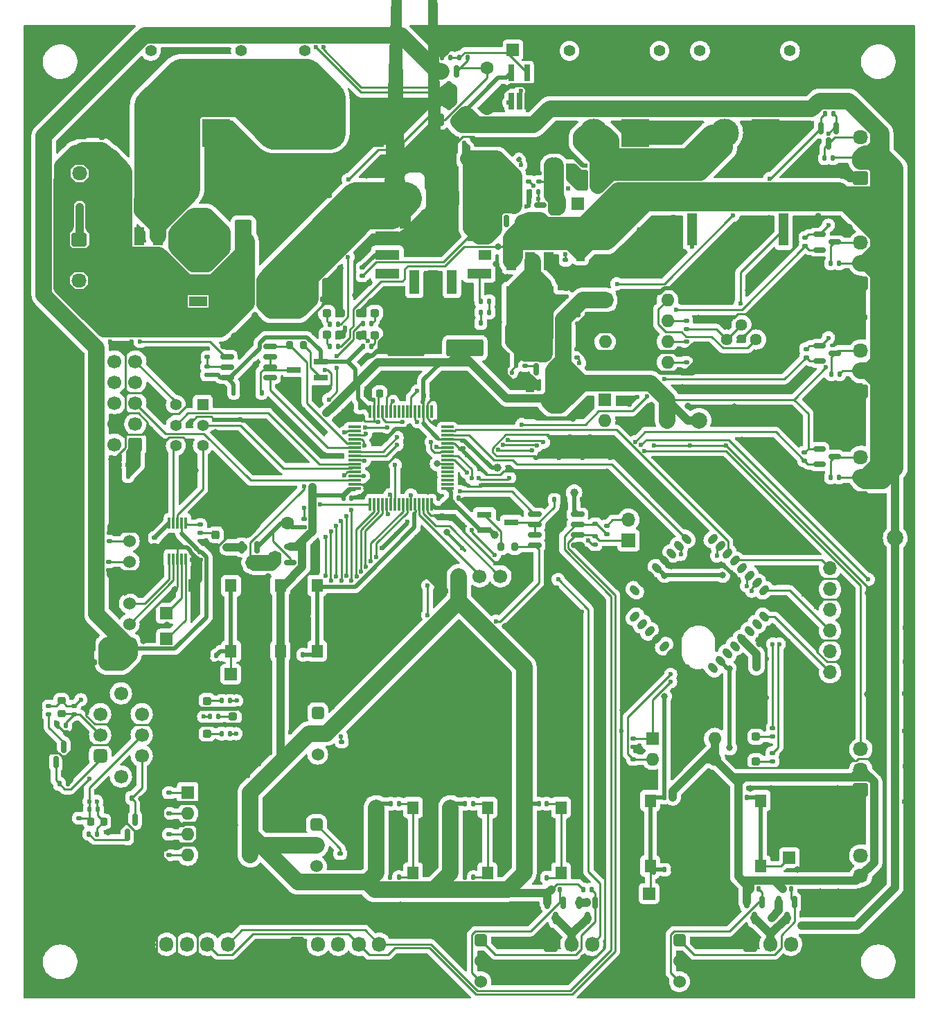
<source format=gbr>
%TF.GenerationSoftware,KiCad,Pcbnew,(6.0.11)*%
%TF.CreationDate,2023-12-12T02:53:40+09:00*%
%TF.ProjectId,Common_Control,436f6d6d-6f6e-45f4-936f-6e74726f6c2e,rev?*%
%TF.SameCoordinates,Original*%
%TF.FileFunction,Copper,L1,Top*%
%TF.FilePolarity,Positive*%
%FSLAX46Y46*%
G04 Gerber Fmt 4.6, Leading zero omitted, Abs format (unit mm)*
G04 Created by KiCad (PCBNEW (6.0.11)) date 2023-12-12 02:53:40*
%MOMM*%
%LPD*%
G01*
G04 APERTURE LIST*
G04 Aperture macros list*
%AMRoundRect*
0 Rectangle with rounded corners*
0 $1 Rounding radius*
0 $2 $3 $4 $5 $6 $7 $8 $9 X,Y pos of 4 corners*
0 Add a 4 corners polygon primitive as box body*
4,1,4,$2,$3,$4,$5,$6,$7,$8,$9,$2,$3,0*
0 Add four circle primitives for the rounded corners*
1,1,$1+$1,$2,$3*
1,1,$1+$1,$4,$5*
1,1,$1+$1,$6,$7*
1,1,$1+$1,$8,$9*
0 Add four rect primitives between the rounded corners*
20,1,$1+$1,$2,$3,$4,$5,0*
20,1,$1+$1,$4,$5,$6,$7,0*
20,1,$1+$1,$6,$7,$8,$9,0*
20,1,$1+$1,$8,$9,$2,$3,0*%
%AMHorizOval*
0 Thick line with rounded ends*
0 $1 width*
0 $2 $3 position (X,Y) of the first rounded end (center of the circle)*
0 $4 $5 position (X,Y) of the second rounded end (center of the circle)*
0 Add line between two ends*
20,1,$1,$2,$3,$4,$5,0*
0 Add two circle primitives to create the rounded ends*
1,1,$1,$2,$3*
1,1,$1,$4,$5*%
%AMFreePoly0*
4,1,53,0.885000,-2.035000,0.700000,-2.035000,0.700000,-3.665000,0.695106,-3.680063,0.695106,-3.695902,0.685796,-3.708716,0.680902,-3.723779,0.668089,-3.733089,0.658779,-3.745902,0.643716,-3.750796,0.630902,-3.760106,0.615063,-3.760106,0.600000,-3.765000,-0.600000,-3.765000,-0.615063,-3.760106,-0.630902,-3.760106,-0.643716,-3.750796,-0.658779,-3.745902,-0.668089,-3.733089,-0.680902,-3.723779,
-0.685796,-3.708716,-0.695106,-3.695902,-0.695106,-3.680063,-0.700000,-3.665000,-0.700000,-2.035000,-0.885000,-2.035000,-0.885000,0.450000,-2.515000,0.450000,-2.530063,0.454894,-2.545902,0.454894,-2.558716,0.464204,-2.573779,0.469098,-2.583089,0.481911,-2.595902,0.491221,-2.600796,0.506284,-2.610106,0.519098,-2.610106,0.534937,-2.615000,0.550000,-2.615000,1.750000,-2.610106,1.765063,
-2.610106,1.780902,-2.600796,1.793716,-2.595902,1.808779,-2.583089,1.818089,-2.573779,1.830902,-2.558716,1.835796,-2.545902,1.845106,-2.530063,1.845106,-2.515000,1.850000,-0.885000,1.850000,-0.885000,2.035000,0.885000,2.035000,0.885000,-2.035000,0.885000,-2.035000,$1*%
%AMFreePoly1*
4,1,53,-0.534937,2.610106,-0.519098,2.610106,-0.506284,2.600796,-0.491221,2.595902,-0.481911,2.583089,-0.469098,2.573779,-0.464204,2.558716,-0.454894,2.545902,-0.454894,2.530063,-0.450000,2.515000,-0.450000,0.885000,0.450000,0.885000,0.450000,2.515000,0.454894,2.530063,0.454894,2.545902,0.464204,2.558716,0.469098,2.573779,0.481911,2.583089,0.491221,2.595902,0.506284,2.600796,
0.519098,2.610106,0.534937,2.610106,0.550000,2.615000,1.750000,2.615000,1.765063,2.610106,1.780902,2.610106,1.793716,2.600796,1.808779,2.595902,1.818089,2.583089,1.830902,2.573779,1.835796,2.558716,1.845106,2.545902,1.845106,2.530063,1.850000,2.515000,1.850000,0.885000,2.035000,0.885000,2.035000,-0.885000,-2.035000,-0.885000,-2.035000,0.885000,-1.850000,0.885000,
-1.850000,2.515000,-1.845106,2.530063,-1.845106,2.545902,-1.835796,2.558716,-1.830902,2.573779,-1.818089,2.583089,-1.808779,2.595902,-1.793716,2.600796,-1.780902,2.610106,-1.765063,2.610106,-1.750000,2.615000,-0.550000,2.615000,-0.534937,2.610106,-0.534937,2.610106,$1*%
%AMFreePoly2*
4,1,29,0.885000,1.850000,2.515000,1.850000,2.530063,1.845106,2.545902,1.845106,2.558716,1.835796,2.573779,1.830902,2.583089,1.818089,2.595902,1.808779,2.600796,1.793716,2.610106,1.780902,2.610106,1.765063,2.615000,1.750000,2.615000,0.550000,2.610106,0.534937,2.610106,0.519098,2.600796,0.506284,2.595902,0.491221,2.583089,0.481911,2.573779,0.469098,2.558716,0.464204,
2.545902,0.454894,2.530063,0.454894,2.515000,0.450000,0.885000,0.450000,0.885000,-2.035000,-0.885000,-2.035000,-0.885000,2.035000,0.885000,2.035000,0.885000,1.850000,0.885000,1.850000,$1*%
G04 Aperture macros list end*
%TA.AperFunction,SMDPad,CuDef*%
%ADD10RoundRect,0.140000X0.140000X0.170000X-0.140000X0.170000X-0.140000X-0.170000X0.140000X-0.170000X0*%
%TD*%
%TA.AperFunction,SMDPad,CuDef*%
%ADD11RoundRect,0.140000X-0.140000X-0.170000X0.140000X-0.170000X0.140000X0.170000X-0.140000X0.170000X0*%
%TD*%
%TA.AperFunction,SMDPad,CuDef*%
%ADD12RoundRect,0.135000X-0.185000X0.135000X-0.185000X-0.135000X0.185000X-0.135000X0.185000X0.135000X0*%
%TD*%
%TA.AperFunction,SMDPad,CuDef*%
%ADD13RoundRect,0.150000X-0.675000X-0.150000X0.675000X-0.150000X0.675000X0.150000X-0.675000X0.150000X0*%
%TD*%
%TA.AperFunction,SMDPad,CuDef*%
%ADD14R,1.800000X0.800000*%
%TD*%
%TA.AperFunction,SMDPad,CuDef*%
%ADD15R,1.500000X1.500000*%
%TD*%
%TA.AperFunction,SMDPad,CuDef*%
%ADD16RoundRect,0.135000X0.135000X0.185000X-0.135000X0.185000X-0.135000X-0.185000X0.135000X-0.185000X0*%
%TD*%
%TA.AperFunction,ComponentPad*%
%ADD17C,2.000000*%
%TD*%
%TA.AperFunction,SMDPad,CuDef*%
%ADD18RoundRect,0.135000X-0.135000X-0.185000X0.135000X-0.185000X0.135000X0.185000X-0.135000X0.185000X0*%
%TD*%
%TA.AperFunction,SMDPad,CuDef*%
%ADD19RoundRect,0.135000X0.185000X-0.135000X0.185000X0.135000X-0.185000X0.135000X-0.185000X-0.135000X0*%
%TD*%
%TA.AperFunction,SMDPad,CuDef*%
%ADD20RoundRect,0.150000X0.150000X-0.587500X0.150000X0.587500X-0.150000X0.587500X-0.150000X-0.587500X0*%
%TD*%
%TA.AperFunction,SMDPad,CuDef*%
%ADD21RoundRect,0.140000X-0.170000X0.140000X-0.170000X-0.140000X0.170000X-0.140000X0.170000X0.140000X0*%
%TD*%
%TA.AperFunction,SMDPad,CuDef*%
%ADD22R,1.400000X1.600000*%
%TD*%
%TA.AperFunction,SMDPad,CuDef*%
%ADD23RoundRect,0.150000X-0.150000X0.587500X-0.150000X-0.587500X0.150000X-0.587500X0.150000X0.587500X0*%
%TD*%
%TA.AperFunction,SMDPad,CuDef*%
%ADD24R,0.650000X2.000000*%
%TD*%
%TA.AperFunction,SMDPad,CuDef*%
%ADD25RoundRect,0.200000X-0.200000X-0.275000X0.200000X-0.275000X0.200000X0.275000X-0.200000X0.275000X0*%
%TD*%
%TA.AperFunction,ComponentPad*%
%ADD26RoundRect,0.250000X-0.675000X0.600000X-0.675000X-0.600000X0.675000X-0.600000X0.675000X0.600000X0*%
%TD*%
%TA.AperFunction,ComponentPad*%
%ADD27O,1.850000X1.700000*%
%TD*%
%TA.AperFunction,ComponentPad*%
%ADD28RoundRect,0.425000X-0.425000X-0.425000X0.425000X-0.425000X0.425000X0.425000X-0.425000X0.425000X0*%
%TD*%
%TA.AperFunction,ComponentPad*%
%ADD29C,1.700000*%
%TD*%
%TA.AperFunction,ComponentPad*%
%ADD30C,1.400000*%
%TD*%
%TA.AperFunction,ComponentPad*%
%ADD31R,3.500000X3.500000*%
%TD*%
%TA.AperFunction,ComponentPad*%
%ADD32C,3.500000*%
%TD*%
%TA.AperFunction,ComponentPad*%
%ADD33RoundRect,0.250000X0.675000X-0.600000X0.675000X0.600000X-0.675000X0.600000X-0.675000X-0.600000X0*%
%TD*%
%TA.AperFunction,SMDPad,CuDef*%
%ADD34RoundRect,0.150000X0.587500X0.150000X-0.587500X0.150000X-0.587500X-0.150000X0.587500X-0.150000X0*%
%TD*%
%TA.AperFunction,SMDPad,CuDef*%
%ADD35R,0.620000X0.575000*%
%TD*%
%TA.AperFunction,ComponentPad*%
%ADD36RoundRect,0.381000X-0.381000X-0.381000X0.381000X-0.381000X0.381000X0.381000X-0.381000X0.381000X0*%
%TD*%
%TA.AperFunction,ComponentPad*%
%ADD37C,1.524000*%
%TD*%
%TA.AperFunction,SMDPad,CuDef*%
%ADD38RoundRect,0.250001X0.799999X-1.999999X0.799999X1.999999X-0.799999X1.999999X-0.799999X-1.999999X0*%
%TD*%
%TA.AperFunction,SMDPad,CuDef*%
%ADD39RoundRect,0.150000X-0.587500X-0.150000X0.587500X-0.150000X0.587500X0.150000X-0.587500X0.150000X0*%
%TD*%
%TA.AperFunction,SMDPad,CuDef*%
%ADD40R,1.000000X1.000000*%
%TD*%
%TA.AperFunction,ComponentPad*%
%ADD41RoundRect,0.250000X-0.600000X-0.675000X0.600000X-0.675000X0.600000X0.675000X-0.600000X0.675000X0*%
%TD*%
%TA.AperFunction,ComponentPad*%
%ADD42O,1.700000X1.850000*%
%TD*%
%TA.AperFunction,SMDPad,CuDef*%
%ADD43RoundRect,0.140000X0.170000X-0.140000X0.170000X0.140000X-0.170000X0.140000X-0.170000X-0.140000X0*%
%TD*%
%TA.AperFunction,SMDPad,CuDef*%
%ADD44RoundRect,0.250001X-1.999999X-0.799999X1.999999X-0.799999X1.999999X0.799999X-1.999999X0.799999X0*%
%TD*%
%TA.AperFunction,ComponentPad*%
%ADD45C,1.600000*%
%TD*%
%TA.AperFunction,SMDPad,CuDef*%
%ADD46RoundRect,0.237500X-0.287500X-0.237500X0.287500X-0.237500X0.287500X0.237500X-0.287500X0.237500X0*%
%TD*%
%TA.AperFunction,SMDPad,CuDef*%
%ADD47RoundRect,0.225000X0.250000X-0.225000X0.250000X0.225000X-0.250000X0.225000X-0.250000X-0.225000X0*%
%TD*%
%TA.AperFunction,ComponentPad*%
%ADD48R,1.700000X1.700000*%
%TD*%
%TA.AperFunction,ComponentPad*%
%ADD49O,1.700000X1.700000*%
%TD*%
%TA.AperFunction,SMDPad,CuDef*%
%ADD50RoundRect,0.237500X0.287500X0.237500X-0.287500X0.237500X-0.287500X-0.237500X0.287500X-0.237500X0*%
%TD*%
%TA.AperFunction,SMDPad,CuDef*%
%ADD51R,0.300000X1.400000*%
%TD*%
%TA.AperFunction,SMDPad,CuDef*%
%ADD52RoundRect,0.200000X0.200000X0.275000X-0.200000X0.275000X-0.200000X-0.275000X0.200000X-0.275000X0*%
%TD*%
%TA.AperFunction,ComponentPad*%
%ADD53RoundRect,0.425000X0.425000X0.425000X-0.425000X0.425000X-0.425000X-0.425000X0.425000X-0.425000X0*%
%TD*%
%TA.AperFunction,SMDPad,CuDef*%
%ADD54RoundRect,0.250000X-0.250000X-0.475000X0.250000X-0.475000X0.250000X0.475000X-0.250000X0.475000X0*%
%TD*%
%TA.AperFunction,SMDPad,CuDef*%
%ADD55R,3.000000X1.200000*%
%TD*%
%TA.AperFunction,SMDPad,CuDef*%
%ADD56FreePoly0,270.000000*%
%TD*%
%TA.AperFunction,SMDPad,CuDef*%
%ADD57FreePoly1,0.000000*%
%TD*%
%TA.AperFunction,SMDPad,CuDef*%
%ADD58FreePoly2,0.000000*%
%TD*%
%TA.AperFunction,SMDPad,CuDef*%
%ADD59R,1.200000X3.000000*%
%TD*%
%TA.AperFunction,SMDPad,CuDef*%
%ADD60R,1.500000X1.200000*%
%TD*%
%TA.AperFunction,ComponentPad*%
%ADD61R,1.400000X1.400000*%
%TD*%
%TA.AperFunction,SMDPad,CuDef*%
%ADD62R,1.200000X2.200000*%
%TD*%
%TA.AperFunction,SMDPad,CuDef*%
%ADD63R,5.800000X6.400000*%
%TD*%
%TA.AperFunction,SMDPad,CuDef*%
%ADD64RoundRect,0.237500X0.237500X-0.287500X0.237500X0.287500X-0.237500X0.287500X-0.237500X-0.287500X0*%
%TD*%
%TA.AperFunction,ComponentPad*%
%ADD65RoundRect,0.250000X0.600000X0.600000X-0.600000X0.600000X-0.600000X-0.600000X0.600000X-0.600000X0*%
%TD*%
%TA.AperFunction,SMDPad,CuDef*%
%ADD66RoundRect,0.225000X-0.225000X-0.250000X0.225000X-0.250000X0.225000X0.250000X-0.225000X0.250000X0*%
%TD*%
%TA.AperFunction,SMDPad,CuDef*%
%ADD67HorizOval,0.900000X-0.176777X0.176777X0.176777X-0.176777X0*%
%TD*%
%TA.AperFunction,SMDPad,CuDef*%
%ADD68HorizOval,0.900000X0.176777X0.176777X-0.176777X-0.176777X0*%
%TD*%
%TA.AperFunction,SMDPad,CuDef*%
%ADD69HorizOval,0.900000X0.106066X0.106066X-0.106066X-0.106066X0*%
%TD*%
%TA.AperFunction,ComponentPad*%
%ADD70R,1.600000X1.600000*%
%TD*%
%TA.AperFunction,ComponentPad*%
%ADD71O,1.600000X1.600000*%
%TD*%
%TA.AperFunction,SMDPad,CuDef*%
%ADD72R,2.200000X1.200000*%
%TD*%
%TA.AperFunction,SMDPad,CuDef*%
%ADD73R,6.400000X5.800000*%
%TD*%
%TA.AperFunction,SMDPad,CuDef*%
%ADD74RoundRect,0.150000X0.675000X0.150000X-0.675000X0.150000X-0.675000X-0.150000X0.675000X-0.150000X0*%
%TD*%
%TA.AperFunction,SMDPad,CuDef*%
%ADD75RoundRect,0.250000X0.250000X0.475000X-0.250000X0.475000X-0.250000X-0.475000X0.250000X-0.475000X0*%
%TD*%
%TA.AperFunction,SMDPad,CuDef*%
%ADD76RoundRect,0.250001X1.999999X0.799999X-1.999999X0.799999X-1.999999X-0.799999X1.999999X-0.799999X0*%
%TD*%
%TA.AperFunction,SMDPad,CuDef*%
%ADD77R,1.200000X4.000000*%
%TD*%
%TA.AperFunction,SMDPad,CuDef*%
%ADD78RoundRect,0.075000X0.700000X0.075000X-0.700000X0.075000X-0.700000X-0.075000X0.700000X-0.075000X0*%
%TD*%
%TA.AperFunction,SMDPad,CuDef*%
%ADD79RoundRect,0.075000X0.075000X0.700000X-0.075000X0.700000X-0.075000X-0.700000X0.075000X-0.700000X0*%
%TD*%
%TA.AperFunction,ComponentPad*%
%ADD80R,1.524000X1.524000*%
%TD*%
%TA.AperFunction,ComponentPad*%
%ADD81C,1.440000*%
%TD*%
%TA.AperFunction,SMDPad,CuDef*%
%ADD82RoundRect,0.135000X-0.226274X-0.035355X-0.035355X-0.226274X0.226274X0.035355X0.035355X0.226274X0*%
%TD*%
%TA.AperFunction,SMDPad,CuDef*%
%ADD83R,3.400000X2.600000*%
%TD*%
%TA.AperFunction,SMDPad,CuDef*%
%ADD84R,1.500000X2.000000*%
%TD*%
%TA.AperFunction,SMDPad,CuDef*%
%ADD85RoundRect,0.140000X-0.021213X0.219203X-0.219203X0.021213X0.021213X-0.219203X0.219203X-0.021213X0*%
%TD*%
%TA.AperFunction,ViaPad*%
%ADD86C,0.800000*%
%TD*%
%TA.AperFunction,ViaPad*%
%ADD87C,0.600000*%
%TD*%
%TA.AperFunction,ViaPad*%
%ADD88C,1.000000*%
%TD*%
%TA.AperFunction,Conductor*%
%ADD89C,0.500000*%
%TD*%
%TA.AperFunction,Conductor*%
%ADD90C,0.250000*%
%TD*%
%TA.AperFunction,Conductor*%
%ADD91C,1.000000*%
%TD*%
%TA.AperFunction,Conductor*%
%ADD92C,2.000000*%
%TD*%
%TA.AperFunction,Conductor*%
%ADD93C,4.000000*%
%TD*%
G04 APERTURE END LIST*
D10*
%TO.P,C19,1*%
%TO.N,NRST*%
X113840000Y-110592500D03*
%TO.P,C19,2*%
%TO.N,GND*%
X112880000Y-110592500D03*
%TD*%
D11*
%TO.P,C32,1*%
%TO.N,+3.3V*%
X157560000Y-91590000D03*
%TO.P,C32,2*%
%TO.N,GND*%
X158520000Y-91590000D03*
%TD*%
D12*
%TO.P,R35,1*%
%TO.N,Slide_Switch1*%
X129162500Y-121179000D03*
%TO.P,R35,2*%
%TO.N,GND*%
X129162500Y-122199000D03*
%TD*%
D13*
%TO.P,U8,1,RO*%
%TO.N,MainRX5_RS485TX*%
X152725000Y-93375000D03*
%TO.P,U8,2,~{RE}*%
%TO.N,Net-(Q28-Pad3)*%
X152725000Y-94645000D03*
%TO.P,U8,3,DE*%
X152725000Y-95915000D03*
%TO.P,U8,4,DI*%
%TO.N,MainTX5_RS485RX*%
X152725000Y-97185000D03*
%TO.P,U8,5,GND*%
%TO.N,GND*%
X157975000Y-97185000D03*
%TO.P,U8,6,A*%
%TO.N,RS485_A*%
X157975000Y-95915000D03*
%TO.P,U8,7,B*%
%TO.N,RS485_B*%
X157975000Y-94645000D03*
%TO.P,U8,8,VCC*%
%TO.N,+3.3V*%
X157975000Y-93375000D03*
%TD*%
D14*
%TO.P,Q28,1,B*%
%TO.N,Net-(Q28-Pad1)*%
X146590000Y-93400000D03*
%TO.P,Q28,2,E*%
%TO.N,+3.3V*%
X146590000Y-95300000D03*
%TO.P,Q28,3,C*%
%TO.N,Net-(Q28-Pad3)*%
X149890000Y-94350000D03*
%TD*%
D15*
%TO.P,H5,1,1*%
%TO.N,NRST*%
X115610000Y-112920000D03*
%TD*%
%TO.P,H9,1,1*%
%TO.N,/5VBUS_Switch*%
X150080000Y-36610000D03*
%TD*%
D16*
%TO.P,R74,1*%
%TO.N,Net-(Q26-Pad1)*%
X184060000Y-139130000D03*
%TO.P,R74,2*%
%TO.N,+3.3V*%
X183040000Y-139130000D03*
%TD*%
%TO.P,R58,1*%
%TO.N,Net-(D19-Pad2)*%
X132810000Y-72850000D03*
%TO.P,R58,2*%
%TO.N,+3.3V*%
X131790000Y-72850000D03*
%TD*%
D11*
%TO.P,C33,1*%
%TO.N,+3.3V*%
X115960000Y-78540001D03*
%TO.P,C33,2*%
%TO.N,GND*%
X116920000Y-78540001D03*
%TD*%
D12*
%TO.P,R24,1*%
%TO.N,Net-(MD1-Pad10)*%
X131700000Y-63220000D03*
%TO.P,R24,2*%
%TO.N,/5VSYS_1*%
X131700000Y-64240000D03*
%TD*%
D17*
%TO.P,TP3,1,1*%
%TO.N,+5V*%
X196800000Y-96260000D03*
%TD*%
D18*
%TO.P,R64,1*%
%TO.N,NeoPixel1_L*%
X188200000Y-44370000D03*
%TO.P,R64,2*%
%TO.N,+3.3V*%
X189220000Y-44370000D03*
%TD*%
D19*
%TO.P,R22,1*%
%TO.N,GND*%
X156510000Y-63330000D03*
%TO.P,R22,2*%
%TO.N,Net-(Q7-Pad1)*%
X156510000Y-62310000D03*
%TD*%
D10*
%TO.P,C5,1*%
%TO.N,/3.3VBUS*%
X103000000Y-87300000D03*
%TO.P,C5,2*%
%TO.N,GND*%
X102040000Y-87300000D03*
%TD*%
D19*
%TO.P,R42,1*%
%TO.N,GND*%
X108040000Y-128420000D03*
%TO.P,R42,2*%
%TO.N,DIP_SW1*%
X108040000Y-127400000D03*
%TD*%
D20*
%TO.P,Q17,1,G*%
%TO.N,Net-(Q17-Pad1)*%
X152960000Y-75637500D03*
%TO.P,Q17,2,S*%
%TO.N,+3.3V*%
X154860000Y-75637500D03*
%TO.P,Q17,3,D*%
%TO.N,/3.3VSYS*%
X153910000Y-73762500D03*
%TD*%
D21*
%TO.P,C16,1*%
%TO.N,+3.3V*%
X141430000Y-92590000D03*
%TO.P,C16,2*%
%TO.N,GND*%
X141430000Y-93550000D03*
%TD*%
D22*
%TO.P,SW2,1,A*%
%TO.N,RST*%
X166860000Y-128362500D03*
X166860000Y-136362500D03*
%TO.P,SW2,2,B*%
%TO.N,GND*%
X171360000Y-128362500D03*
X171360000Y-136362500D03*
%TD*%
D23*
%TO.P,Q15,1,G*%
%TO.N,Net-(C23-Pad2)*%
X118840000Y-97382500D03*
%TO.P,Q15,2,S*%
%TO.N,/3.3VBUS*%
X116940000Y-97382500D03*
%TO.P,Q15,3,D*%
%TO.N,IND_3.3V*%
X117890000Y-99257500D03*
%TD*%
D18*
%TO.P,R70,1*%
%TO.N,NeoPixel3_H*%
X188977500Y-76230000D03*
%TO.P,R70,2*%
%TO.N,+5V*%
X189997500Y-76230000D03*
%TD*%
D12*
%TO.P,R84,1*%
%TO.N,Net-(JP1-Pad2)*%
X161530000Y-94770000D03*
%TO.P,R84,2*%
%TO.N,RS485_B*%
X161530000Y-95790000D03*
%TD*%
D15*
%TO.P,H8,1,1*%
%TO.N,/5VSYS_2*%
X157970000Y-55430000D03*
%TD*%
D16*
%TO.P,R57,1*%
%TO.N,Net-(D18-Pad2)*%
X132810000Y-70090000D03*
%TO.P,R57,2*%
%TO.N,IND_3.3V*%
X131790000Y-70090000D03*
%TD*%
D19*
%TO.P,R18,1*%
%TO.N,/5VSYS_2*%
X153290000Y-52690000D03*
%TO.P,R18,2*%
%TO.N,GND*%
X153290000Y-51670000D03*
%TD*%
D20*
%TO.P,Q11,1,G*%
%TO.N,Net-(Q11-Pad1)*%
X149260000Y-57547500D03*
%TO.P,Q11,2,S*%
%TO.N,+5V*%
X151160000Y-57547500D03*
%TO.P,Q11,3,D*%
%TO.N,/5VSYS_1*%
X150210000Y-55672500D03*
%TD*%
D18*
%TO.P,R78,1*%
%TO.N,Net-(Q28-Pad3)*%
X155140000Y-91590000D03*
%TO.P,R78,2*%
%TO.N,GND*%
X156160000Y-91590000D03*
%TD*%
D24*
%TO.P,U3,1*%
%TO.N,/5VSYS_1*%
X149900000Y-42870000D03*
%TO.P,U3,2*%
%TO.N,/5VSYS_2*%
X150850000Y-42870000D03*
%TO.P,U3,3,GND*%
%TO.N,GND*%
X151800000Y-42870000D03*
%TO.P,U3,4*%
%TO.N,/5VBUS_Switch*%
X151800000Y-39450000D03*
%TO.P,U3,5,VCC*%
%TO.N,+5V*%
X149900000Y-39450000D03*
%TD*%
D18*
%TO.P,R38,1*%
%TO.N,GND*%
X153200000Y-137760000D03*
%TO.P,R38,2*%
%TO.N,Tact_Switch3*%
X154220000Y-137760000D03*
%TD*%
D11*
%TO.P,C11,1*%
%TO.N,+3.3V*%
X135160000Y-128730000D03*
%TO.P,C11,2*%
%TO.N,Tact_Switch1*%
X136120000Y-128730000D03*
%TD*%
D25*
%TO.P,R76,1*%
%TO.N,Net-(Q28-Pad1)*%
X148635000Y-97350000D03*
%TO.P,R76,2*%
%TO.N,MainTX5_RS485RX*%
X150285000Y-97350000D03*
%TD*%
D26*
%TO.P,J20,1,Pin_1*%
%TO.N,GND*%
X97100000Y-46720000D03*
D27*
%TO.P,J20,2,Pin_2*%
%TO.N,+7.5V*%
X97100000Y-49220000D03*
%TO.P,J20,3,Pin_3*%
%TO.N,RS485_Arm*%
X97100000Y-51720000D03*
%TD*%
D23*
%TO.P,Q5,1,G*%
%TO.N,\u4E3B\u96FB\u6E90\u30B9\u30A4\u30C3\u30C1_5V*%
X103900000Y-130692500D03*
%TO.P,Q5,2,S*%
%TO.N,GND*%
X102000000Y-130692500D03*
%TO.P,Q5,3,D*%
%TO.N,Net-(Q5-Pad3)*%
X102950000Y-132567500D03*
%TD*%
D16*
%TO.P,R41,1*%
%TO.N,BOOT0*%
X124420000Y-110525000D03*
%TO.P,R41,2*%
%TO.N,GND*%
X123400000Y-110525000D03*
%TD*%
D12*
%TO.P,R36,1*%
%TO.N,Slide_Switch2*%
X128982500Y-134849000D03*
%TO.P,R36,2*%
%TO.N,GND*%
X128982500Y-135869000D03*
%TD*%
D19*
%TO.P,R67,1*%
%TO.N,NeoPixel4_L*%
X185710000Y-86830000D03*
%TO.P,R67,2*%
%TO.N,+3.3V*%
X185710000Y-85810000D03*
%TD*%
%TO.P,R82,1*%
%TO.N,+3.3V*%
X112719999Y-76350001D03*
%TO.P,R82,2*%
%TO.N,Net-(R82-Pad2)*%
X112719999Y-75330001D03*
%TD*%
%TO.P,R59,1*%
%TO.N,GND*%
X171270000Y-73270000D03*
%TO.P,R59,2*%
%TO.N,Net-(R59-Pad2)*%
X171270000Y-72250000D03*
%TD*%
D28*
%TO.P,U7,1,GND*%
%TO.N,GND*%
X140930000Y-100925000D03*
D29*
%TO.P,U7,2,VCC*%
%TO.N,+3.3V*%
X143470000Y-100925000D03*
%TO.P,U7,3,SCL*%
%TO.N,I2C1_SCL*%
X146010000Y-100925000D03*
%TO.P,U7,4,SDA*%
%TO.N,I2C1_SDA*%
X148550000Y-100925000D03*
%TD*%
D18*
%TO.P,R3,1*%
%TO.N,\u4E3B\u96FB\u6E90\u30B9\u30A4\u30C3\u30C1_7.4V*%
X94660000Y-126320000D03*
%TO.P,R3,2*%
%TO.N,GND*%
X95680000Y-126320000D03*
%TD*%
D30*
%TO.P,J5,*%
%TO.N,*%
X172940000Y-36735000D03*
X183940000Y-36735000D03*
D31*
%TO.P,J5,1,Pin_1*%
%TO.N,GND*%
X180940000Y-46735000D03*
D32*
%TO.P,J5,2,Pin_2*%
%TO.N,/5VBAT*%
X175940000Y-46735000D03*
%TD*%
D18*
%TO.P,R34,1*%
%TO.N,/5VBUS_Switch*%
X143560000Y-37570000D03*
%TO.P,R34,2*%
%TO.N,Net-(C14-Pad2)*%
X144580000Y-37570000D03*
%TD*%
D19*
%TO.P,R60,1*%
%TO.N,GND*%
X171270000Y-75800000D03*
%TO.P,R60,2*%
%TO.N,Net-(R60-Pad2)*%
X171270000Y-74780000D03*
%TD*%
D15*
%TO.P,H1,1,1*%
%TO.N,RST*%
X166730000Y-139710000D03*
%TD*%
D33*
%TO.P,J19,1,Pin_1*%
%TO.N,GND*%
X192590000Y-127060000D03*
D27*
%TO.P,J19,2,Pin_2*%
%TO.N,+3.3V*%
X192590000Y-124560000D03*
%TO.P,J19,3,Pin_3*%
%TO.N,Sensor4*%
X192590000Y-122060000D03*
%TD*%
D34*
%TO.P,Q18,1,G*%
%TO.N,Net-(C23-Pad2)*%
X122877500Y-99260000D03*
%TO.P,Q18,2,S*%
%TO.N,+3.3V*%
X122877500Y-97360000D03*
%TO.P,Q18,3,D*%
%TO.N,IND_3.3V*%
X121002500Y-98310000D03*
%TD*%
D19*
%TO.P,R65,1*%
%TO.N,NeoPixel2_L*%
X185810000Y-60590000D03*
%TO.P,R65,2*%
%TO.N,+3.3V*%
X185810000Y-59570000D03*
%TD*%
D10*
%TO.P,C35,1*%
%TO.N,+7.5V*%
X98110000Y-55800000D03*
%TO.P,C35,2*%
%TO.N,GND*%
X97150000Y-55800000D03*
%TD*%
D16*
%TO.P,R15,1*%
%TO.N,Net-(C7-Pad2)*%
X99279999Y-132420000D03*
%TO.P,R15,2*%
%TO.N,Net-(Q5-Pad3)*%
X98259999Y-132420000D03*
%TD*%
D35*
%TO.P,Q6,1,D*%
%TO.N,/5VSYS_2*%
X154910000Y-53568000D03*
%TO.P,Q6,2,D*%
X155860000Y-53568000D03*
%TO.P,Q6,3,G*%
%TO.N,Net-(C7-Pad2)*%
X156810000Y-53568000D03*
%TO.P,Q6,4,S*%
%TO.N,/5V_S-S*%
X156810000Y-50792000D03*
%TO.P,Q6,5,D*%
%TO.N,/5VSYS_2*%
X155860000Y-50792000D03*
%TO.P,Q6,6,D*%
X154910000Y-50792000D03*
%TD*%
D18*
%TO.P,R43,1*%
%TO.N,Net-(D12-Pad2)*%
X114480000Y-116160000D03*
%TO.P,R43,2*%
%TO.N,LED1*%
X115500000Y-116160000D03*
%TD*%
D36*
%TO.P,SW16,1,A*%
%TO.N,Net-(Q26-Pad1)*%
X170440000Y-145410000D03*
D37*
%TO.P,SW16,2,B*%
%TO.N,GND*%
X170440000Y-147950000D03*
%TO.P,SW16,3,C*%
%TO.N,Net-(Q27-Pad1)*%
X170440000Y-150490000D03*
%TD*%
D22*
%TO.P,SW11,1,A*%
%TO.N,BOOT0*%
X126160000Y-102065000D03*
X126160000Y-110065000D03*
%TO.P,SW11,2,B*%
%TO.N,+3.3V*%
X121660000Y-102065000D03*
X121660000Y-110065000D03*
%TD*%
D12*
%TO.P,R5,1*%
%TO.N,GND*%
X100730000Y-95650000D03*
%TO.P,R5,2*%
%TO.N,Net-(J6-PadB5)*%
X100730000Y-96670000D03*
%TD*%
D21*
%TO.P,C13,1*%
%TO.N,+5V*%
X169690000Y-56040000D03*
%TO.P,C13,2*%
%TO.N,GND*%
X169690000Y-57000000D03*
%TD*%
D38*
%TO.P,C26,1*%
%TO.N,+7.5V*%
X117140000Y-59630000D03*
%TO.P,C26,2*%
%TO.N,GND*%
X117140000Y-52430000D03*
%TD*%
D16*
%TO.P,R73,1*%
%TO.N,Net-(Q25-Pad1)*%
X155800000Y-139200000D03*
%TO.P,R73,2*%
%TO.N,+3.3V*%
X154780000Y-139200000D03*
%TD*%
D39*
%TO.P,Q8,1,G*%
%TO.N,Net-(Q8-Pad1)*%
X153452500Y-55552499D03*
%TO.P,Q8,2,S*%
%TO.N,+5V*%
X153452500Y-57452499D03*
%TO.P,Q8,3,D*%
%TO.N,/5VSYS_2*%
X155327500Y-56502499D03*
%TD*%
D19*
%TO.P,R46,1*%
%TO.N,GND*%
X108040000Y-130950000D03*
%TO.P,R46,2*%
%TO.N,DIP_SW2*%
X108040000Y-129930000D03*
%TD*%
D40*
%TO.P,D11,1,K*%
%TO.N,+5V*%
X158360000Y-61940000D03*
%TO.P,D11,2,A*%
%TO.N,GND*%
X158360000Y-64440000D03*
%TD*%
D41*
%TO.P,J17,1,Pin_1*%
%TO.N,GND*%
X179050000Y-145910000D03*
D42*
%TO.P,J17,2,Pin_2*%
%TO.N,Sensor2_Pw*%
X181550000Y-145910000D03*
%TO.P,J17,3,Pin_3*%
%TO.N,Sensor2*%
X184050000Y-145910000D03*
%TD*%
D19*
%TO.P,R6,1*%
%TO.N,GND*%
X100720000Y-100180000D03*
%TO.P,R6,2*%
%TO.N,Net-(J6-PadA5)*%
X100720000Y-99160000D03*
%TD*%
D43*
%TO.P,C30,1*%
%TO.N,GND*%
X159160000Y-68850000D03*
%TO.P,C30,2*%
%TO.N,+3.3V*%
X159160000Y-67890000D03*
%TD*%
D11*
%TO.P,C21,1*%
%TO.N,+3.3V*%
X139170000Y-78900000D03*
%TO.P,C21,2*%
%TO.N,GND*%
X140130000Y-78900000D03*
%TD*%
D22*
%TO.P,SW3,1,A*%
%TO.N,PRG*%
X180360000Y-136362500D03*
X180360000Y-128362500D03*
%TO.P,SW3,2,B*%
%TO.N,GND*%
X175860000Y-128362500D03*
X175860000Y-136362500D03*
%TD*%
D44*
%TO.P,C28,1*%
%TO.N,+5V*%
X160280000Y-59300000D03*
%TO.P,C28,2*%
%TO.N,GND*%
X167480000Y-59300000D03*
%TD*%
D18*
%TO.P,R55,1*%
%TO.N,Net-(D16-Pad2)*%
X127710000Y-70110000D03*
%TO.P,R55,2*%
%TO.N,IND_5V*%
X128730000Y-70110000D03*
%TD*%
D35*
%TO.P,Q2,1,D*%
%TO.N,/5VBAT*%
X160820000Y-50782000D03*
%TO.P,Q2,2,D*%
X159870000Y-50782000D03*
%TO.P,Q2,3,G*%
%TO.N,GND*%
X158920000Y-50782000D03*
%TO.P,Q2,4,S*%
%TO.N,/5V_S-S*%
X158920000Y-53558000D03*
%TO.P,Q2,5,D*%
%TO.N,/5VBAT*%
X159870000Y-53558000D03*
%TO.P,Q2,6,D*%
X160820000Y-53558000D03*
%TD*%
D30*
%TO.P,J2,*%
%TO.N,*%
X116820000Y-36735000D03*
X105820000Y-36735000D03*
D31*
%TO.P,J2,1,Pin_1*%
%TO.N,GND*%
X113820000Y-46735000D03*
D32*
%TO.P,J2,2,Pin_2*%
%TO.N,/7.5VBAT*%
X108820000Y-46735000D03*
%TD*%
D36*
%TO.P,SW7,1,A*%
%TO.N,Slide_Switch1*%
X126220000Y-117610000D03*
D37*
%TO.P,SW7,2,B*%
%TO.N,+3.3V*%
X126220000Y-120150000D03*
%TO.P,SW7,3,C*%
%TO.N,unconnected-(SW7-Pad3)*%
X126220000Y-122690000D03*
%TD*%
D11*
%TO.P,C15,1*%
%TO.N,+3.3V*%
X153230000Y-128730000D03*
%TO.P,C15,2*%
%TO.N,Tact_Switch3*%
X154190000Y-128730000D03*
%TD*%
D18*
%TO.P,R52,1*%
%TO.N,GND*%
X149450000Y-75170000D03*
%TO.P,R52,2*%
%TO.N,/3.3VSYS*%
X150470000Y-75170000D03*
%TD*%
D45*
%TO.P,C14,1*%
%TO.N,GND*%
X146940000Y-43780000D03*
%TO.P,C14,2*%
%TO.N,Net-(C14-Pad2)*%
X146940000Y-38780000D03*
%TD*%
D22*
%TO.P,SW10,1,A*%
%TO.N,Tact_Switch3*%
X155960000Y-137210000D03*
X155960000Y-129210000D03*
%TO.P,SW10,2,B*%
%TO.N,+3.3V*%
X151460000Y-129210000D03*
X151460000Y-137210000D03*
%TD*%
D21*
%TO.P,C18,1*%
%TO.N,+3.3V*%
X143940000Y-84360000D03*
%TO.P,C18,2*%
%TO.N,GND*%
X143940000Y-85320000D03*
%TD*%
D18*
%TO.P,R37,1*%
%TO.N,GND*%
X141430000Y-37590000D03*
%TO.P,R37,2*%
%TO.N,/5VBUS_Switch*%
X142450000Y-37590000D03*
%TD*%
D43*
%TO.P,C34,1*%
%TO.N,+7.5V*%
X99840000Y-48360000D03*
%TO.P,C34,2*%
%TO.N,GND*%
X99840000Y-47400000D03*
%TD*%
D19*
%TO.P,R63,1*%
%TO.N,Net-(LS1-Pad1)*%
X171270000Y-70720000D03*
%TO.P,R63,2*%
%TO.N,Net-(LS1-Pad2)*%
X171270000Y-69700000D03*
%TD*%
D18*
%TO.P,R2,1*%
%TO.N,+3.3V*%
X177610000Y-127942500D03*
%TO.P,R2,2*%
%TO.N,PRG*%
X178630000Y-127942500D03*
%TD*%
D22*
%TO.P,SW12,1,A*%
%TO.N,NRST*%
X115620000Y-110102500D03*
X115620000Y-102102500D03*
%TO.P,SW12,2,B*%
%TO.N,GND*%
X111120000Y-110102500D03*
X111120000Y-102102500D03*
%TD*%
D19*
%TO.P,R12,1*%
%TO.N,GND*%
X164770000Y-121790000D03*
%TO.P,R12,2*%
%TO.N,Twe_SW1*%
X164770000Y-120770000D03*
%TD*%
D18*
%TO.P,R45,1*%
%TO.N,Net-(D14-Pad2)*%
X114470000Y-120160000D03*
%TO.P,R45,2*%
%TO.N,LED3*%
X115490000Y-120160000D03*
%TD*%
D23*
%TO.P,Q27,1,G*%
%TO.N,Net-(Q27-Pad1)*%
X180560000Y-140792500D03*
%TO.P,Q27,2,S*%
%TO.N,+3.3V*%
X178660000Y-140792500D03*
%TO.P,Q27,3,D*%
%TO.N,Sensor2_Pw*%
X179610000Y-142667500D03*
%TD*%
D46*
%TO.P,D19,1,K*%
%TO.N,GND*%
X131437500Y-71460000D03*
%TO.P,D19,2,A*%
%TO.N,Net-(D19-Pad2)*%
X133187500Y-71460000D03*
%TD*%
D19*
%TO.P,R10,1*%
%TO.N,/7.5V_S-S*%
X96440000Y-117820000D03*
%TO.P,R10,2*%
%TO.N,Net-(C6-Pad2)*%
X96440000Y-116800000D03*
%TD*%
D47*
%TO.P,C6,1*%
%TO.N,/7.5V_S-S*%
X94890000Y-117705000D03*
%TO.P,C6,2*%
%TO.N,Net-(C6-Pad2)*%
X94890000Y-116155000D03*
%TD*%
D48*
%TO.P,JP1,1,A*%
%TO.N,RS485_A*%
X164200000Y-96565000D03*
D49*
%TO.P,JP1,2,B*%
%TO.N,Net-(JP1-Pad2)*%
X164200000Y-94025000D03*
%TD*%
D50*
%TO.P,D13,1,K*%
%TO.N,GND*%
X117630000Y-118100000D03*
%TO.P,D13,2,A*%
%TO.N,Net-(D13-Pad2)*%
X115880000Y-118100000D03*
%TD*%
D11*
%TO.P,C20,1*%
%TO.N,+3.3V*%
X129390000Y-91360000D03*
%TO.P,C20,2*%
%TO.N,GND*%
X130350000Y-91360000D03*
%TD*%
D15*
%TO.P,H3,1,1*%
%TO.N,Net-(H3-Pad1)*%
X107730000Y-105470000D03*
%TD*%
D22*
%TO.P,SW6,1,A*%
%TO.N,Tact_Switch1*%
X137860000Y-137210000D03*
X137860000Y-129210000D03*
%TO.P,SW6,2,B*%
%TO.N,+3.3V*%
X133360000Y-129210000D03*
X133360000Y-137210000D03*
%TD*%
D18*
%TO.P,R68,1*%
%TO.N,NeoPixel1_H*%
X188170000Y-49850000D03*
%TO.P,R68,2*%
%TO.N,+5V*%
X189190000Y-49850000D03*
%TD*%
D51*
%TO.P,U1,1,UD+*%
%TO.N,Net-(J6-PadA6)*%
X108070000Y-98840000D03*
%TO.P,U1,2,UD-*%
%TO.N,Net-(J6-PadA7)*%
X108570000Y-98840000D03*
%TO.P,U1,3,GND*%
%TO.N,GND*%
X109070000Y-98840000D03*
%TO.P,U1,4,~{RTS}*%
%TO.N,Net-(H3-Pad1)*%
X109570000Y-98840000D03*
%TO.P,U1,5,~{CTS}*%
%TO.N,Net-(H2-Pad1)*%
X110070000Y-98840000D03*
%TO.P,U1,6,TNOW*%
%TO.N,Net-(R7-Pad2)*%
X110070000Y-94440000D03*
%TO.P,U1,7,VCC*%
%TO.N,VBUS*%
X109570000Y-94440000D03*
%TO.P,U1,8,TXD*%
%TO.N,F446USBTX*%
X109070000Y-94440000D03*
%TO.P,U1,9,RXD*%
%TO.N,F446USBRX*%
X108570000Y-94440000D03*
%TO.P,U1,10,V3*%
%TO.N,Net-(C4-Pad1)*%
X108070000Y-94440000D03*
%TD*%
D52*
%TO.P,R77,1*%
%TO.N,Net-(Q29-Pad1)*%
X124465000Y-72690001D03*
%TO.P,R77,2*%
%TO.N,MainTX6_ArmRX*%
X122815000Y-72690001D03*
%TD*%
D38*
%TO.P,C27,1*%
%TO.N,/7.5VCC*%
X126940000Y-59680000D03*
%TO.P,C27,2*%
%TO.N,GND*%
X126940000Y-52480000D03*
%TD*%
D23*
%TO.P,Q20,1,G*%
%TO.N,+3.3V*%
X189580000Y-46192500D03*
%TO.P,Q20,2,S*%
%TO.N,NeoPixel1_L*%
X187680000Y-46192500D03*
%TO.P,Q20,3,D*%
%TO.N,NeoPixel1_H*%
X188630000Y-48067500D03*
%TD*%
D17*
%TO.P,TP1,1,1*%
%TO.N,+7.5V*%
X114760000Y-70100000D03*
%TD*%
D33*
%TO.P,J9,1,Pin_1*%
%TO.N,GND*%
X192590000Y-65170000D03*
D27*
%TO.P,J9,2,Pin_2*%
%TO.N,+5V*%
X192590000Y-62670000D03*
%TO.P,J9,3,Pin_3*%
%TO.N,NeoPixel2_H*%
X192590000Y-60170000D03*
%TD*%
D41*
%TO.P,J22,1,Pin_1*%
%TO.N,GND*%
X105240000Y-145910000D03*
D42*
%TO.P,J22,2,Pin_2*%
%TO.N,unconnected-(J22-Pad2)*%
X107740000Y-145910000D03*
%TO.P,J22,3,Pin_3*%
%TO.N,unconnected-(J22-Pad3)*%
X110240000Y-145910000D03*
%TO.P,J22,4,Pin_4*%
%TO.N,RS485_A*%
X112740000Y-145910000D03*
%TO.P,J22,5,Pin_5*%
%TO.N,RS485_B*%
X115240000Y-145910000D03*
%TD*%
D18*
%TO.P,R69,1*%
%TO.N,NeoPixel2_H*%
X188930000Y-62700000D03*
%TO.P,R69,2*%
%TO.N,+5V*%
X189950000Y-62700000D03*
%TD*%
D39*
%TO.P,Q21,1,G*%
%TO.N,+3.3V*%
X187560000Y-59160000D03*
%TO.P,Q21,2,S*%
%TO.N,NeoPixel2_L*%
X187560000Y-61060000D03*
%TO.P,Q21,3,D*%
%TO.N,NeoPixel2_H*%
X189435000Y-60110000D03*
%TD*%
D29*
%TO.P,SW1,*%
%TO.N,*%
X102170000Y-125410000D03*
X102170000Y-115250000D03*
D53*
%TO.P,SW1,1,A*%
%TO.N,\u4E3B\u96FB\u6E90\u30B9\u30A4\u30C3\u30C1_7.4V*%
X99630000Y-122870000D03*
D29*
%TO.P,SW1,2,B*%
%TO.N,/7.5V_S-S*%
X99630000Y-120330000D03*
%TO.P,SW1,3,C*%
%TO.N,unconnected-(SW1-Pad3)*%
X99630000Y-117790000D03*
%TO.P,SW1,4,A*%
%TO.N,\u4E3B\u96FB\u6E90\u30B9\u30A4\u30C3\u30C1_5V*%
X104710000Y-122870000D03*
%TO.P,SW1,5,B*%
%TO.N,/5V_S-S*%
X104710000Y-120330000D03*
%TO.P,SW1,6,C*%
%TO.N,unconnected-(SW1-Pad6)*%
X104710000Y-117790000D03*
%TD*%
D33*
%TO.P,J10,1,Pin_1*%
%TO.N,GND*%
X192590000Y-78350000D03*
D27*
%TO.P,J10,2,Pin_2*%
%TO.N,+5V*%
X192590000Y-75850000D03*
%TO.P,J10,3,Pin_3*%
%TO.N,NeoPixel3_H*%
X192590000Y-73350000D03*
%TD*%
D54*
%TO.P,C2,1*%
%TO.N,GND*%
X98530000Y-109400000D03*
%TO.P,C2,2*%
%TO.N,VBUS*%
X100430000Y-109400000D03*
%TD*%
D16*
%TO.P,R79,1*%
%TO.N,Net-(Q29-Pad3)*%
X119370000Y-78520001D03*
%TO.P,R79,2*%
%TO.N,GND*%
X118350000Y-78520001D03*
%TD*%
D55*
%TO.P,MD1,1,ON/OFF*%
%TO.N,GND*%
X134745000Y-59350000D03*
D56*
%TO.P,MD1,2,VIN*%
%TO.N,/7.5VCC*%
X136910000Y-54765000D03*
D57*
%TO.P,MD1,3,GND*%
%TO.N,GND*%
X141490000Y-54765000D03*
D58*
%TO.P,MD1,4,VOUT*%
%TO.N,/5VSYS_1*%
X144930000Y-55915000D03*
D55*
%TO.P,MD1,5,SENSE*%
X145945000Y-59350000D03*
%TO.P,MD1,6,TRIM*%
%TO.N,Net-(MD1-Pad6)*%
X145945000Y-63930000D03*
D59*
%TO.P,MD1,7,GND*%
%TO.N,GND*%
X140345000Y-64950000D03*
%TO.P,MD1,8,1_NC*%
%TO.N,unconnected-(MD1-Pad8)*%
X138055000Y-64950000D03*
D55*
%TO.P,MD1,9,2_NC*%
%TO.N,unconnected-(MD1-Pad9)*%
X134745000Y-63930000D03*
%TO.P,MD1,10,PGOOD*%
%TO.N,Net-(MD1-Pad10)*%
X134745000Y-61640000D03*
D60*
%TO.P,MD1,11,3_NC*%
%TO.N,unconnected-(MD1-Pad11)*%
X146695000Y-61640000D03*
D59*
%TO.P,MD1,12,4_NC*%
%TO.N,unconnected-(MD1-Pad12)*%
X142635000Y-64950000D03*
%TD*%
D23*
%TO.P,Q24,1,G*%
%TO.N,Net-(Q24-Pad1)*%
X160100000Y-140812500D03*
%TO.P,Q24,2,S*%
%TO.N,+5V*%
X158200000Y-140812500D03*
%TO.P,Q24,3,D*%
%TO.N,Sensor1_Pw*%
X159150000Y-142687500D03*
%TD*%
D61*
%TO.P,SW5,1,A*%
%TO.N,STLinkTX*%
X112180000Y-79972500D03*
D30*
%TO.P,SW5,2,B*%
%TO.N,MainRX1_F446WriteTX*%
X112180000Y-82472500D03*
%TO.P,SW5,3,C*%
%TO.N,F446USBTX*%
X112180000Y-84972500D03*
%TO.P,SW5,4,A*%
%TO.N,STLinkRX*%
X108880000Y-79972500D03*
%TO.P,SW5,5,B*%
%TO.N,MainTX1_F446WriteRX*%
X108880000Y-82472500D03*
%TO.P,SW5,6,C*%
%TO.N,F446USBRX*%
X108880000Y-84972500D03*
%TD*%
D62*
%TO.P,Q1,1,G*%
%TO.N,GND*%
X104380000Y-59360000D03*
D63*
%TO.P,Q1,2,D*%
%TO.N,/7.5VBAT*%
X106660000Y-53060000D03*
D62*
X106660000Y-59360000D03*
%TO.P,Q1,3,S*%
%TO.N,/7.5V_S-S*%
X108940000Y-59360000D03*
%TD*%
D46*
%TO.P,D5,1,K*%
%TO.N,GND*%
X178042428Y-120547700D03*
%TO.P,D5,2,A*%
%TO.N,Net-(D5-Pad2)*%
X179792428Y-120547700D03*
%TD*%
D64*
%TO.P,D1,1,K*%
%TO.N,GND*%
X113760000Y-97622500D03*
%TO.P,D1,2,A*%
%TO.N,Net-(D1-Pad2)*%
X113760000Y-95872500D03*
%TD*%
D33*
%TO.P,J18,1,Pin_1*%
%TO.N,GND*%
X192590000Y-140060000D03*
D27*
%TO.P,J18,2,Pin_2*%
%TO.N,+3.3V*%
X192590000Y-137560000D03*
%TO.P,J18,3,Pin_3*%
%TO.N,Sensor3*%
X192590000Y-135060000D03*
%TD*%
D65*
%TO.P,J7,1,Pin_1*%
%TO.N,/3.3VBUS*%
X103937500Y-84850000D03*
D29*
%TO.P,J7,2,Pin_2*%
%TO.N,unconnected-(J7-Pad2)*%
X101397500Y-84850000D03*
%TO.P,J7,3,Pin_3*%
%TO.N,TCK*%
X103937500Y-82310000D03*
%TO.P,J7,4,Pin_4*%
%TO.N,GND*%
X101397500Y-82310000D03*
%TO.P,J7,5,Pin_5*%
%TO.N,TMS*%
X103937500Y-79770000D03*
%TO.P,J7,6,Pin_6*%
%TO.N,NRST*%
X101397500Y-79770000D03*
%TO.P,J7,7,Pin_7*%
%TO.N,SWO*%
X103937500Y-77230000D03*
%TO.P,J7,8,Pin_8*%
%TO.N,STLinkTX*%
X101397500Y-77230000D03*
%TO.P,J7,9,Pin_9*%
%TO.N,STLinkRX*%
X103937500Y-74690000D03*
%TO.P,J7,10,Pin_10*%
%TO.N,unconnected-(J7-Pad10)*%
X101397500Y-74690000D03*
%TD*%
D66*
%TO.P,C7,1*%
%TO.N,/5V_S-S*%
X98504999Y-130940000D03*
%TO.P,C7,2*%
%TO.N,Net-(C7-Pad2)*%
X100054999Y-130940000D03*
%TD*%
D39*
%TO.P,Q23,1,G*%
%TO.N,+3.3V*%
X187512500Y-85360000D03*
%TO.P,Q23,2,S*%
%TO.N,NeoPixel4_L*%
X187512500Y-87260000D03*
%TO.P,Q23,3,D*%
%TO.N,NeoPixel4_H*%
X189387500Y-86310000D03*
%TD*%
D21*
%TO.P,C4,1*%
%TO.N,Net-(C4-Pad1)*%
X106300000Y-96230000D03*
%TO.P,C4,2*%
%TO.N,GND*%
X106300000Y-97190000D03*
%TD*%
D67*
%TO.P,U2,1,DO0/PWM2*%
%TO.N,unconnected-(U2-Pad1)*%
X174506703Y-112168154D03*
%TO.P,U2,2,DO1/PWM3*%
%TO.N,PRG*%
X175404728Y-111270128D03*
%TO.P,U2,3,DIO18/DO1*%
%TO.N,unconnected-(U2-Pad3)*%
X176302754Y-110372103D03*
%TO.P,U2,4,DIO19/DO2*%
%TO.N,unconnected-(U2-Pad4)*%
X177200779Y-109474077D03*
%TO.P,U2,5,VCC*%
%TO.N,+3.3V*%
X178098805Y-108576051D03*
%TO.P,U2,6,DIO4/DO3*%
%TO.N,unconnected-(U2-Pad6)*%
X178996831Y-107678026D03*
%TO.P,U2,7,DIO5/PWM1*%
%TO.N,unconnected-(U2-Pad7)*%
X179894856Y-106780000D03*
%TO.P,U2,8,DIO6/TX*%
%TO.N,TweWriteRX_TweTX0*%
X180792882Y-105881975D03*
D68*
%TO.P,U2,9,DIO7/RX*%
%TO.N,TweWriteTX_TweRX0*%
X180792882Y-102643425D03*
%TO.P,U2,10,DIO8/PWM4*%
%TO.N,Twe_LED2*%
X179894856Y-101745400D03*
%TO.P,U2,11,DIO9/DO4*%
%TO.N,Twe_LED1*%
X178996831Y-100847374D03*
%TO.P,U2,12,DIO10/M1*%
%TO.N,unconnected-(U2-Pad12)*%
X178098805Y-99949349D03*
%TO.P,U2,13,DIO12/DI1*%
%TO.N,SET*%
X177200779Y-99051323D03*
%TO.P,U2,14,DIO14/SCL*%
%TO.N,MainRX4_TweTX1*%
X176302754Y-98153297D03*
%TO.P,U2,15,DIO13/DI2*%
%TO.N,Twe_SW1*%
X175404728Y-97255272D03*
%TO.P,U2,16,DIO11/DI3*%
%TO.N,unconnected-(U2-Pad16)*%
X174506703Y-96357246D03*
D67*
%TO.P,U2,17,DIO15/SDA*%
%TO.N,MainTX4_TweRX1*%
X171268153Y-96357246D03*
%TO.P,U2,18,DIO16/DI4*%
%TO.N,Twe_SW2*%
X170370128Y-97255272D03*
%TO.P,U2,19,DIO17/BPS*%
%TO.N,unconnected-(U2-Pad19)*%
X169472102Y-98153297D03*
%TO.P,U2,20,GND*%
%TO.N,GND*%
X168574077Y-99051323D03*
%TO.P,U2,21,~{RESET}*%
%TO.N,RST*%
X167676051Y-99949349D03*
%TO.P,U2,22,ADC2/AI3*%
%TO.N,GND*%
X166778025Y-100847374D03*
%TO.P,U2,23,ADC1/AI1*%
X165880000Y-101745400D03*
%TO.P,U2,24,DIO0/AI2*%
%TO.N,unconnected-(U2-Pad24)*%
X164981974Y-102643425D03*
D68*
%TO.P,U2,25,DIO1/AI4*%
%TO.N,unconnected-(U2-Pad25)*%
X164981974Y-105881975D03*
%TO.P,U2,26,DIO2/M2*%
%TO.N,unconnected-(U2-Pad26)*%
X165880000Y-106780000D03*
%TO.P,U2,27,DIO3/M3*%
%TO.N,unconnected-(U2-Pad27)*%
X166778025Y-107678026D03*
%TO.P,U2,28,GND*%
%TO.N,GND*%
X167676051Y-108576051D03*
%TO.P,U2,29,NC*%
%TO.N,unconnected-(U2-Pad29)*%
X168574077Y-109474077D03*
%TO.P,U2,30,GND*%
%TO.N,GND*%
X169472102Y-110372103D03*
D69*
%TO.P,U2,31,GND*%
X170299417Y-111340839D03*
%TO.P,U2,32,GND*%
X171197443Y-112238864D03*
%TD*%
D48*
%TO.P,J1,1,Pin_1*%
%TO.N,GND*%
X188840000Y-115210000D03*
D49*
%TO.P,J1,2,Pin_2*%
%TO.N,TweWriteRX_TweTX0*%
X188840000Y-112670000D03*
%TO.P,J1,3,Pin_3*%
%TO.N,PRG*%
X188840000Y-110130000D03*
%TO.P,J1,4,Pin_4*%
%TO.N,TweWriteTX_TweRX0*%
X188840000Y-107590000D03*
%TO.P,J1,5,Pin_5*%
%TO.N,RST*%
X188840000Y-105050000D03*
%TO.P,J1,6,Pin_6*%
%TO.N,unconnected-(J1-Pad6)*%
X188840000Y-102510000D03*
%TO.P,J1,7,Pin_7*%
%TO.N,SET*%
X188840000Y-99970000D03*
%TD*%
D70*
%TO.P,U6,1,VIN*%
%TO.N,+3.3V*%
X161350000Y-67170000D03*
D71*
%TO.P,U6,2,GND*%
%TO.N,GND*%
X161350000Y-69710000D03*
%TO.P,U6,3,DIN*%
%TO.N,Speaker*%
X161350000Y-72250000D03*
%TO.P,U6,4,GND*%
%TO.N,GND*%
X161350000Y-74790000D03*
%TO.P,U6,5,EN2*%
%TO.N,Net-(R60-Pad2)*%
X168970000Y-74790000D03*
%TO.P,U6,6,EN1*%
%TO.N,Net-(R59-Pad2)*%
X168970000Y-72250000D03*
%TO.P,U6,7,VO2*%
%TO.N,Net-(LS1-Pad2)*%
X168970000Y-69710000D03*
%TO.P,U6,8,VO1*%
%TO.N,Net-(RV1-Pad3)*%
X168970000Y-67170000D03*
%TD*%
D21*
%TO.P,C3,1*%
%TO.N,VBUS*%
X111850000Y-98010000D03*
%TO.P,C3,2*%
%TO.N,GND*%
X111850000Y-98970000D03*
%TD*%
D36*
%TO.P,SW15,1,A*%
%TO.N,Net-(Q24-Pad1)*%
X146170000Y-145410000D03*
D37*
%TO.P,SW15,2,B*%
%TO.N,GND*%
X146170000Y-147950000D03*
%TO.P,SW15,3,C*%
%TO.N,Net-(Q25-Pad1)*%
X146170000Y-150490000D03*
%TD*%
D66*
%TO.P,C24,1*%
%TO.N,GND*%
X132235000Y-78600000D03*
%TO.P,C24,2*%
%TO.N,Net-(C24-Pad2)*%
X133785000Y-78600000D03*
%TD*%
D23*
%TO.P,Q26,1,G*%
%TO.N,Net-(Q26-Pad1)*%
X184490000Y-140792500D03*
%TO.P,Q26,2,S*%
%TO.N,+5V*%
X182590000Y-140792500D03*
%TO.P,Q26,3,D*%
%TO.N,Sensor2_Pw*%
X183540000Y-142667500D03*
%TD*%
D16*
%TO.P,R75,1*%
%TO.N,Net-(Q27-Pad1)*%
X180110000Y-139120000D03*
%TO.P,R75,2*%
%TO.N,+3.3V*%
X179090000Y-139120000D03*
%TD*%
D72*
%TO.P,Q4,1,G*%
%TO.N,Net-(C6-Pad2)*%
X111610000Y-67340000D03*
%TO.P,Q4,2,D*%
%TO.N,+7.5V*%
X111610000Y-65060000D03*
D73*
X105310000Y-65060000D03*
D72*
%TO.P,Q4,3,S*%
%TO.N,/7.5V_S-S*%
X111610000Y-62780000D03*
%TD*%
D19*
%TO.P,R21,1*%
%TO.N,Net-(D6-Pad2)*%
X181807428Y-123542700D03*
%TO.P,R21,2*%
%TO.N,Twe_LED2*%
X181807428Y-122522700D03*
%TD*%
D33*
%TO.P,J11,1,Pin_1*%
%TO.N,GND*%
X192590000Y-91360000D03*
D27*
%TO.P,J11,2,Pin_2*%
%TO.N,+5V*%
X192590000Y-88860000D03*
%TO.P,J11,3,Pin_3*%
%TO.N,NeoPixel4_H*%
X192590000Y-86360000D03*
%TD*%
D74*
%TO.P,U9,1,RO*%
%TO.N,MainRX6_ArmTX*%
X120385000Y-76645001D03*
%TO.P,U9,2,~{RE}*%
%TO.N,Net-(Q29-Pad3)*%
X120385000Y-75375001D03*
%TO.P,U9,3,DE*%
X120385000Y-74105001D03*
%TO.P,U9,4,DI*%
%TO.N,MainTX6_ArmRX*%
X120385000Y-72835001D03*
%TO.P,U9,5,GND*%
%TO.N,GND*%
X115135000Y-72835001D03*
%TO.P,U9,6,A*%
%TO.N,RS485_Arm*%
X115135000Y-74105001D03*
%TO.P,U9,7,B*%
%TO.N,Net-(R82-Pad2)*%
X115135000Y-75375001D03*
%TO.P,U9,8,VCC*%
%TO.N,+3.3V*%
X115135000Y-76645001D03*
%TD*%
D16*
%TO.P,R72,1*%
%TO.N,Net-(Q24-Pad1)*%
X159660000Y-139210000D03*
%TO.P,R72,2*%
%TO.N,+3.3V*%
X158640000Y-139210000D03*
%TD*%
%TO.P,R8,1*%
%TO.N,/7.5V_S-S*%
X95420000Y-119180000D03*
%TO.P,R8,2*%
%TO.N,GND*%
X94400000Y-119180000D03*
%TD*%
D23*
%TO.P,Q25,1,G*%
%TO.N,Net-(Q25-Pad1)*%
X156220000Y-140812500D03*
%TO.P,Q25,2,S*%
%TO.N,+3.3V*%
X154320000Y-140812500D03*
%TO.P,Q25,3,D*%
%TO.N,Sensor1_Pw*%
X155270000Y-142687500D03*
%TD*%
D11*
%TO.P,C12,1*%
%TO.N,+3.3V*%
X144240000Y-128740000D03*
%TO.P,C12,2*%
%TO.N,Tact_Switch2*%
X145200000Y-128740000D03*
%TD*%
D41*
%TO.P,J16,1,Pin_1*%
%TO.N,GND*%
X154740000Y-145910000D03*
D42*
%TO.P,J16,2,Pin_2*%
%TO.N,Sensor1_Pw*%
X157240000Y-145910000D03*
%TO.P,J16,3,Pin_3*%
%TO.N,Sensor1*%
X159740000Y-145910000D03*
%TD*%
D46*
%TO.P,D6,1,K*%
%TO.N,GND*%
X178042428Y-123547700D03*
%TO.P,D6,2,A*%
%TO.N,Net-(D6-Pad2)*%
X179792428Y-123547700D03*
%TD*%
D19*
%TO.P,R53,1*%
%TO.N,GND*%
X151540000Y-76210000D03*
%TO.P,R53,2*%
%TO.N,Net-(Q17-Pad1)*%
X151540000Y-75190000D03*
%TD*%
D75*
%TO.P,C10,1*%
%TO.N,/5VSYS_1*%
X144600000Y-49950000D03*
%TO.P,C10,2*%
%TO.N,GND*%
X142700000Y-49950000D03*
%TD*%
D18*
%TO.P,R19,1*%
%TO.N,/7.5VCC*%
X125740001Y-67060000D03*
%TO.P,R19,2*%
%TO.N,GND*%
X126760001Y-67060000D03*
%TD*%
D70*
%TO.P,SW4,1*%
%TO.N,Twe_SW1*%
X167117428Y-120772700D03*
D71*
%TO.P,SW4,2*%
%TO.N,Twe_SW2*%
X167117428Y-123312700D03*
%TO.P,SW4,3*%
%TO.N,+3.3V*%
X174737428Y-123312700D03*
%TO.P,SW4,4*%
X174737428Y-120772700D03*
%TD*%
D76*
%TO.P,C29,1*%
%TO.N,+3.3V*%
X144210000Y-73030000D03*
%TO.P,C29,2*%
%TO.N,GND*%
X137010000Y-73030000D03*
%TD*%
D19*
%TO.P,R80,1*%
%TO.N,+3.3V*%
X160150000Y-97080000D03*
%TO.P,R80,2*%
%TO.N,RS485_A*%
X160150000Y-96060000D03*
%TD*%
D17*
%TO.P,TP5,1,1*%
%TO.N,GND*%
X188700000Y-38780000D03*
%TD*%
D70*
%TO.P,SW14,1*%
%TO.N,Net-(R59-Pad2)*%
X161310000Y-79335000D03*
D71*
%TO.P,SW14,2*%
%TO.N,Net-(R60-Pad2)*%
X161310000Y-81875000D03*
%TO.P,SW14,3*%
%TO.N,+3.3V*%
X168930000Y-81875000D03*
%TO.P,SW14,4*%
X168930000Y-79335000D03*
%TD*%
D19*
%TO.P,R7,1*%
%TO.N,Net-(D1-Pad2)*%
X111870000Y-95650000D03*
%TO.P,R7,2*%
%TO.N,Net-(R7-Pad2)*%
X111870000Y-94630000D03*
%TD*%
D30*
%TO.P,J4,*%
%TO.N,*%
X167990000Y-36735000D03*
X156990000Y-36735000D03*
D31*
%TO.P,J4,1,Pin_1*%
%TO.N,GND*%
X164990000Y-46735000D03*
D32*
%TO.P,J4,2,Pin_2*%
%TO.N,/5VBAT*%
X159990000Y-46735000D03*
%TD*%
D77*
%TO.P,LS1,1,1*%
%TO.N,Net-(LS1-Pad1)*%
X183160000Y-58550000D03*
%TO.P,LS1,2,2*%
%TO.N,Net-(LS1-Pad2)*%
X171960000Y-58550000D03*
%TD*%
D18*
%TO.P,R40,1*%
%TO.N,GND*%
X149440000Y-73970000D03*
%TO.P,R40,2*%
%TO.N,/3.3VSYS*%
X150460000Y-73970000D03*
%TD*%
D12*
%TO.P,R50,1*%
%TO.N,GND*%
X157940000Y-73200000D03*
%TO.P,R50,2*%
%TO.N,Net-(Q16-Pad1)*%
X157940000Y-74220000D03*
%TD*%
D18*
%TO.P,R71,1*%
%TO.N,NeoPixel4_H*%
X188900000Y-88840000D03*
%TO.P,R71,2*%
%TO.N,+5V*%
X189920000Y-88840000D03*
%TD*%
D78*
%TO.P,U5,1,VBAT*%
%TO.N,+3.3V*%
X142065000Y-90210000D03*
%TO.P,U5,2,PC13*%
%TO.N,unconnected-(U5-Pad2)*%
X142065000Y-89710000D03*
%TO.P,U5,3,PC14*%
%TO.N,unconnected-(U5-Pad3)*%
X142065000Y-89210000D03*
%TO.P,U5,4,PC15*%
%TO.N,unconnected-(U5-Pad4)*%
X142065000Y-88710000D03*
%TO.P,U5,5,PH0*%
%TO.N,unconnected-(U5-Pad5)*%
X142065000Y-88210000D03*
%TO.P,U5,6,PH1*%
%TO.N,unconnected-(U5-Pad6)*%
X142065000Y-87710000D03*
%TO.P,U5,7,NRST*%
%TO.N,NRST*%
X142065000Y-87210000D03*
%TO.P,U5,8,PC0*%
%TO.N,Sensor1*%
X142065000Y-86710000D03*
%TO.P,U5,9,PC1*%
%TO.N,Sensor2*%
X142065000Y-86210000D03*
%TO.P,U5,10,PC2*%
%TO.N,Sensor3*%
X142065000Y-85710000D03*
%TO.P,U5,11,PC3*%
%TO.N,Sensor4*%
X142065000Y-85210000D03*
%TO.P,U5,12,VSSA*%
%TO.N,GND*%
X142065000Y-84710000D03*
%TO.P,U5,13,VDDA*%
%TO.N,+3.3V*%
X142065000Y-84210000D03*
%TO.P,U5,14,PA0*%
%TO.N,MainTX4_TweRX1*%
X142065000Y-83710000D03*
%TO.P,U5,15,PA1*%
%TO.N,MainRX4_TweTX1*%
X142065000Y-83210000D03*
%TO.P,U5,16,PA2*%
%TO.N,unconnected-(U5-Pad16)*%
X142065000Y-82710000D03*
D79*
%TO.P,U5,17,PA3*%
%TO.N,unconnected-(U5-Pad17)*%
X140140000Y-80785000D03*
%TO.P,U5,18,VSS*%
%TO.N,GND*%
X139640000Y-80785000D03*
%TO.P,U5,19,VDD*%
%TO.N,+3.3V*%
X139140000Y-80785000D03*
%TO.P,U5,20,PA4*%
%TO.N,unconnected-(U5-Pad20)*%
X138640000Y-80785000D03*
%TO.P,U5,21,PA5*%
%TO.N,NeoPixel2_L*%
X138140000Y-80785000D03*
%TO.P,U5,22,PA6*%
%TO.N,NeoPixel1_L*%
X137640000Y-80785000D03*
%TO.P,U5,23,PA7*%
%TO.N,unconnected-(U5-Pad23)*%
X137140000Y-80785000D03*
%TO.P,U5,24,PC4*%
%TO.N,unconnected-(U5-Pad24)*%
X136640000Y-80785000D03*
%TO.P,U5,25,PC5*%
%TO.N,unconnected-(U5-Pad25)*%
X136140000Y-80785000D03*
%TO.P,U5,26,PB0*%
%TO.N,unconnected-(U5-Pad26)*%
X135640000Y-80785000D03*
%TO.P,U5,27,PB1*%
%TO.N,V_Measure*%
X135140000Y-80785000D03*
%TO.P,U5,28,PB2*%
%TO.N,GND*%
X134640000Y-80785000D03*
%TO.P,U5,29,PB10*%
%TO.N,Speaker*%
X134140000Y-80785000D03*
%TO.P,U5,30,VCAP_1*%
%TO.N,Net-(C24-Pad2)*%
X133640000Y-80785000D03*
%TO.P,U5,31,VSS*%
%TO.N,GND*%
X133140000Y-80785000D03*
%TO.P,U5,32,VDD*%
%TO.N,+3.3V*%
X132640000Y-80785000D03*
D78*
%TO.P,U5,33,PB12*%
%TO.N,unconnected-(U5-Pad33)*%
X130715000Y-82710000D03*
%TO.P,U5,34,PB13*%
%TO.N,LED1*%
X130715000Y-83210000D03*
%TO.P,U5,35,PB14*%
%TO.N,LED2*%
X130715000Y-83710000D03*
%TO.P,U5,36,PB15*%
%TO.N,LED3*%
X130715000Y-84210000D03*
%TO.P,U5,37,PC6*%
%TO.N,MainTX6_ArmRX*%
X130715000Y-84710000D03*
%TO.P,U5,38,PC7*%
%TO.N,MainRX6_ArmTX*%
X130715000Y-85210000D03*
%TO.P,U5,39,PC8*%
%TO.N,NeoPixel3_L*%
X130715000Y-85710000D03*
%TO.P,U5,40,PC9*%
%TO.N,NeoPixel4_L*%
X130715000Y-86210000D03*
%TO.P,U5,41,PA8*%
%TO.N,DIP_SW1*%
X130715000Y-86710000D03*
%TO.P,U5,42,PA9*%
%TO.N,MainTX1_F446WriteRX*%
X130715000Y-87210000D03*
%TO.P,U5,43,PA10*%
%TO.N,MainRX1_F446WriteTX*%
X130715000Y-87710000D03*
%TO.P,U5,44,PA11*%
%TO.N,DIP_SW2*%
X130715000Y-88210000D03*
%TO.P,U5,45,PA12*%
%TO.N,DIP_SW3*%
X130715000Y-88710000D03*
%TO.P,U5,46,PA13*%
%TO.N,TMS*%
X130715000Y-89210000D03*
%TO.P,U5,47,VSS*%
%TO.N,GND*%
X130715000Y-89710000D03*
%TO.P,U5,48,VDD*%
%TO.N,+3.3V*%
X130715000Y-90210000D03*
D79*
%TO.P,U5,49,PA14*%
%TO.N,TCK*%
X132640000Y-92135000D03*
%TO.P,U5,50,PA15*%
%TO.N,DIP_SW4*%
X133140000Y-92135000D03*
%TO.P,U5,51,PC10*%
%TO.N,Slide_Switch1*%
X133640000Y-92135000D03*
%TO.P,U5,52,PC11*%
%TO.N,Slide_Switch2*%
X134140000Y-92135000D03*
%TO.P,U5,53,PC12*%
%TO.N,MainTX5_RS485RX*%
X134640000Y-92135000D03*
%TO.P,U5,54,PD2*%
%TO.N,MainRX5_RS485TX*%
X135140000Y-92135000D03*
%TO.P,U5,55,PB3*%
%TO.N,SWO*%
X135640000Y-92135000D03*
%TO.P,U5,56,PB4*%
%TO.N,unconnected-(U5-Pad56)*%
X136140000Y-92135000D03*
%TO.P,U5,57,PB5*%
%TO.N,Tact_Switch1*%
X136640000Y-92135000D03*
%TO.P,U5,58,PB6*%
%TO.N,Tact_Switch2*%
X137140000Y-92135000D03*
%TO.P,U5,59,PB7*%
%TO.N,Tact_Switch3*%
X137640000Y-92135000D03*
%TO.P,U5,60,BOOT0*%
%TO.N,BOOT0*%
X138140000Y-92135000D03*
%TO.P,U5,61,PB8*%
%TO.N,I2C1_SCL*%
X138640000Y-92135000D03*
%TO.P,U5,62,PB9*%
%TO.N,I2C1_SDA*%
X139140000Y-92135000D03*
%TO.P,U5,63,VSS*%
%TO.N,GND*%
X139640000Y-92135000D03*
%TO.P,U5,64,VDD*%
%TO.N,+3.3V*%
X140140000Y-92135000D03*
%TD*%
D30*
%TO.P,J3,*%
%TO.N,*%
X124610000Y-36735000D03*
X135610000Y-36735000D03*
D31*
%TO.P,J3,1,Pin_1*%
%TO.N,GND*%
X132610000Y-46735000D03*
D32*
%TO.P,J3,2,Pin_2*%
%TO.N,/7.5VBAT*%
X127610000Y-46735000D03*
%TD*%
D26*
%TO.P,J21,1,Pin_1*%
%TO.N,GND*%
X97070000Y-59790000D03*
D27*
%TO.P,J21,2,Pin_2*%
%TO.N,+7.5V*%
X97070000Y-62290000D03*
%TO.P,J21,3,Pin_3*%
%TO.N,RS485_Arm*%
X97070000Y-64790000D03*
%TD*%
D18*
%TO.P,R26,1*%
%TO.N,Net-(R26-Pad1)*%
X146160000Y-68690000D03*
%TO.P,R26,2*%
%TO.N,Net-(R25-Pad2)*%
X147180000Y-68690000D03*
%TD*%
D40*
%TO.P,D15,1,K*%
%TO.N,+3.3V*%
X154660000Y-77960000D03*
%TO.P,D15,2,A*%
%TO.N,GND*%
X152160000Y-77960000D03*
%TD*%
D19*
%TO.P,R81,1*%
%TO.N,RS485_B*%
X160140000Y-94510000D03*
%TO.P,R81,2*%
%TO.N,GND*%
X160140000Y-93490000D03*
%TD*%
D46*
%TO.P,D12,1,K*%
%TO.N,GND*%
X110947500Y-116170000D03*
%TO.P,D12,2,A*%
%TO.N,Net-(D12-Pad2)*%
X112697500Y-116170000D03*
%TD*%
D12*
%TO.P,R29,1*%
%TO.N,GND*%
X152010000Y-51660000D03*
%TO.P,R29,2*%
%TO.N,Net-(Q10-Pad1)*%
X152010000Y-52680000D03*
%TD*%
D62*
%TO.P,U4,1,GND*%
%TO.N,GND*%
X154410000Y-62410000D03*
%TO.P,U4,2,VO*%
%TO.N,/3.3VSYS*%
X152130000Y-62410000D03*
D63*
X152130000Y-68710000D03*
D62*
%TO.P,U4,3,VI*%
%TO.N,+5V*%
X149850000Y-62410000D03*
%TD*%
D18*
%TO.P,R31,1*%
%TO.N,GND*%
X135100000Y-137730000D03*
%TO.P,R31,2*%
%TO.N,Tact_Switch1*%
X136120000Y-137730000D03*
%TD*%
D33*
%TO.P,J8,1,Pin_1*%
%TO.N,GND*%
X192590000Y-52270000D03*
D27*
%TO.P,J8,2,Pin_2*%
%TO.N,+5V*%
X192590000Y-49770000D03*
%TO.P,J8,3,Pin_3*%
%TO.N,NeoPixel1_H*%
X192590000Y-47270000D03*
%TD*%
D12*
%TO.P,R51,1*%
%TO.N,/3.3VSYS*%
X124530000Y-93930000D03*
%TO.P,R51,2*%
%TO.N,Net-(C23-Pad2)*%
X124530000Y-94950000D03*
%TD*%
D11*
%TO.P,C25,1*%
%TO.N,+3.3V*%
X142470000Y-91380000D03*
%TO.P,C25,2*%
%TO.N,GND*%
X143430000Y-91380000D03*
%TD*%
D19*
%TO.P,R14,1*%
%TO.N,GND*%
X164780000Y-124340000D03*
%TO.P,R14,2*%
%TO.N,Twe_SW2*%
X164780000Y-123320000D03*
%TD*%
D18*
%TO.P,R32,1*%
%TO.N,GND*%
X98970000Y-111470000D03*
%TO.P,R32,2*%
%TO.N,VBUS*%
X99990000Y-111470000D03*
%TD*%
D22*
%TO.P,SW9,1,A*%
%TO.N,Tact_Switch2*%
X146960000Y-129210000D03*
X146960000Y-137210000D03*
%TO.P,SW9,2,B*%
%TO.N,+3.3V*%
X142460000Y-137210000D03*
X142460000Y-129210000D03*
%TD*%
D18*
%TO.P,R28,1*%
%TO.N,GND*%
X143120000Y-48050000D03*
%TO.P,R28,2*%
%TO.N,/5VSYS_1*%
X144140000Y-48050000D03*
%TD*%
D19*
%TO.P,R83,1*%
%TO.N,Net-(R82-Pad2)*%
X112740000Y-74140000D03*
%TO.P,R83,2*%
%TO.N,GND*%
X112740000Y-73120000D03*
%TD*%
D20*
%TO.P,Q3,1,G*%
%TO.N,\u4E3B\u96FB\u6E90\u30B9\u30A4\u30C3\u30C1_7.4V*%
X94230000Y-123637500D03*
%TO.P,Q3,2,S*%
%TO.N,GND*%
X96130000Y-123637500D03*
%TO.P,Q3,3,D*%
%TO.N,Net-(Q3-Pad3)*%
X95180000Y-121762500D03*
%TD*%
D16*
%TO.P,R44,1*%
%TO.N,Net-(D13-Pad2)*%
X114080000Y-118100000D03*
%TO.P,R44,2*%
%TO.N,LED2*%
X113060000Y-118100000D03*
%TD*%
D39*
%TO.P,Q22,1,G*%
%TO.N,+3.3V*%
X187580000Y-72760000D03*
%TO.P,Q22,2,S*%
%TO.N,NeoPixel3_L*%
X187580000Y-74660000D03*
%TO.P,Q22,3,D*%
%TO.N,NeoPixel3_H*%
X189455000Y-73710000D03*
%TD*%
D43*
%TO.P,C17,1*%
%TO.N,/3.3VSYS*%
X156600000Y-66780000D03*
%TO.P,C17,2*%
%TO.N,GND*%
X156600000Y-65820000D03*
%TD*%
D15*
%TO.P,H7,1,1*%
%TO.N,/5VSYS_1*%
X149470000Y-52380000D03*
%TD*%
D18*
%TO.P,R25,1*%
%TO.N,Net-(MD1-Pad6)*%
X146160000Y-67340000D03*
%TO.P,R25,2*%
%TO.N,Net-(R25-Pad2)*%
X147180000Y-67340000D03*
%TD*%
D70*
%TO.P,SW13,1*%
%TO.N,DIP_SW1*%
X110330000Y-127390000D03*
D71*
%TO.P,SW13,2*%
%TO.N,DIP_SW2*%
X110330000Y-129930000D03*
%TO.P,SW13,3*%
%TO.N,DIP_SW3*%
X110330000Y-132470000D03*
%TO.P,SW13,4*%
%TO.N,DIP_SW4*%
X110330000Y-135010000D03*
%TO.P,SW13,5*%
%TO.N,+3.3V*%
X117950000Y-135010000D03*
%TO.P,SW13,6*%
X117950000Y-132470000D03*
%TO.P,SW13,7*%
X117950000Y-129930000D03*
%TO.P,SW13,8*%
X117950000Y-127390000D03*
%TD*%
D19*
%TO.P,R48,1*%
%TO.N,GND*%
X108050000Y-133490000D03*
%TO.P,R48,2*%
%TO.N,DIP_SW3*%
X108050000Y-132470000D03*
%TD*%
D37*
%TO.P,J6,A1,GND*%
%TO.N,GND*%
X103190000Y-101705000D03*
X103190000Y-94085000D03*
D80*
%TO.P,J6,A4,VBUS*%
%TO.N,VBUS*%
X103190000Y-109325000D03*
D37*
%TO.P,J6,A5,CC1*%
%TO.N,Net-(J6-PadA5)*%
X103190000Y-99165000D03*
%TO.P,J6,A6,D+*%
%TO.N,Net-(J6-PadA6)*%
X103190000Y-104245000D03*
%TO.P,J6,A7,D-*%
%TO.N,Net-(J6-PadA7)*%
X103190000Y-106785000D03*
%TO.P,J6,B5,CC2*%
%TO.N,Net-(J6-PadB5)*%
X103190000Y-96625000D03*
%TO.P,J6,S1,SHIELD*%
%TO.N,GND*%
X93030000Y-109325000D03*
X93030000Y-94085000D03*
X95570000Y-109325000D03*
X95570000Y-94085000D03*
%TD*%
D18*
%TO.P,R27,1*%
%TO.N,Net-(R26-Pad1)*%
X146140000Y-70010000D03*
%TO.P,R27,2*%
%TO.N,GND*%
X147160000Y-70010000D03*
%TD*%
D81*
%TO.P,RV1,1,1*%
%TO.N,Net-(LS1-Pad1)*%
X176203950Y-72005000D03*
%TO.P,RV1,2,2*%
X178000000Y-70208950D03*
%TO.P,RV1,3,3*%
%TO.N,Net-(RV1-Pad3)*%
X179796050Y-72005000D03*
%TD*%
D16*
%TO.P,R4,1*%
%TO.N,\u4E3B\u96FB\u6E90\u30B9\u30A4\u30C3\u30C1_5V*%
X103460000Y-128020000D03*
%TO.P,R4,2*%
%TO.N,GND*%
X102440000Y-128020000D03*
%TD*%
D20*
%TO.P,Q14,1,G*%
%TO.N,Net-(C14-Pad2)*%
X141290000Y-45127500D03*
%TO.P,Q14,2,S*%
%TO.N,+5V*%
X143190000Y-45127500D03*
%TO.P,Q14,3,D*%
%TO.N,IND_5V*%
X142240000Y-43252500D03*
%TD*%
D18*
%TO.P,R47,1*%
%TO.N,GND*%
X102010000Y-88700000D03*
%TO.P,R47,2*%
%TO.N,/3.3VBUS*%
X103030000Y-88700000D03*
%TD*%
%TO.P,R33,1*%
%TO.N,GND*%
X144240000Y-137730000D03*
%TO.P,R33,2*%
%TO.N,Tact_Switch2*%
X145260000Y-137730000D03*
%TD*%
D82*
%TO.P,R30,1*%
%TO.N,GND*%
X150049376Y-49299376D03*
%TO.P,R30,2*%
%TO.N,Net-(Q11-Pad1)*%
X150770624Y-50020624D03*
%TD*%
D19*
%TO.P,R20,1*%
%TO.N,Net-(D5-Pad2)*%
X181827428Y-120562700D03*
%TO.P,R20,2*%
%TO.N,Twe_LED1*%
X181827428Y-119542700D03*
%TD*%
D12*
%TO.P,R13,1*%
%TO.N,Net-(C6-Pad2)*%
X93360000Y-116800000D03*
%TO.P,R13,2*%
%TO.N,Net-(Q3-Pad3)*%
X93360000Y-117820000D03*
%TD*%
%TO.P,R9,1*%
%TO.N,/5V_S-S*%
X97040000Y-130490000D03*
%TO.P,R9,2*%
%TO.N,GND*%
X97040000Y-131510000D03*
%TD*%
D50*
%TO.P,D17,1,K*%
%TO.N,GND*%
X129107438Y-71450000D03*
%TO.P,D17,2,A*%
%TO.N,Net-(D17-Pad2)*%
X127357438Y-71450000D03*
%TD*%
D18*
%TO.P,R23,1*%
%TO.N,GND*%
X152150000Y-53950000D03*
%TO.P,R23,2*%
%TO.N,Net-(Q8-Pad1)*%
X153170000Y-53950000D03*
%TD*%
%TO.P,R11,1*%
%TO.N,/5V_S-S*%
X98289999Y-129450000D03*
%TO.P,R11,2*%
%TO.N,Net-(C7-Pad2)*%
X99309999Y-129450000D03*
%TD*%
D14*
%TO.P,Q29,1,B*%
%TO.N,Net-(Q29-Pad1)*%
X126570000Y-76650001D03*
%TO.P,Q29,2,E*%
%TO.N,+3.3V*%
X126570000Y-74750001D03*
%TO.P,Q29,3,C*%
%TO.N,Net-(Q29-Pad3)*%
X123270000Y-75700001D03*
%TD*%
D41*
%TO.P,J23,1,Pin_1*%
%TO.N,GND*%
X123740000Y-145910000D03*
D42*
%TO.P,J23,2,Pin_2*%
%TO.N,unconnected-(J23-Pad2)*%
X126240000Y-145910000D03*
%TO.P,J23,3,Pin_3*%
%TO.N,unconnected-(J23-Pad3)*%
X128740000Y-145910000D03*
%TO.P,J23,4,Pin_4*%
%TO.N,RS485_A*%
X131240000Y-145910000D03*
%TO.P,J23,5,Pin_5*%
%TO.N,RS485_B*%
X133740000Y-145910000D03*
%TD*%
D16*
%TO.P,R1,1*%
%TO.N,+3.3V*%
X169610000Y-127952500D03*
%TO.P,R1,2*%
%TO.N,RST*%
X168590000Y-127952500D03*
%TD*%
D36*
%TO.P,SW8,1,A*%
%TO.N,Slide_Switch2*%
X126070000Y-131288000D03*
D37*
%TO.P,SW8,2,B*%
%TO.N,+3.3V*%
X126070000Y-133828000D03*
%TO.P,SW8,3,C*%
%TO.N,unconnected-(SW8-Pad3)*%
X126070000Y-136368000D03*
%TD*%
D83*
%TO.P,D4,1,K*%
%TO.N,/7.5VCC*%
X120730000Y-65860000D03*
D84*
%TO.P,D4,2,A*%
%TO.N,+7.5V*%
X117510000Y-65860000D03*
%TD*%
D17*
%TO.P,TP4,1,1*%
%TO.N,+3.3V*%
X172820000Y-81900000D03*
%TD*%
D50*
%TO.P,D16,1,K*%
%TO.N,GND*%
X129070000Y-68750000D03*
%TO.P,D16,2,A*%
%TO.N,Net-(D16-Pad2)*%
X127320000Y-68750000D03*
%TD*%
D19*
%TO.P,R54,1*%
%TO.N,GND*%
X158010000Y-70040000D03*
%TO.P,R54,2*%
%TO.N,+3.3V*%
X158010000Y-69020000D03*
%TD*%
D54*
%TO.P,C9,1*%
%TO.N,/7.5VCC*%
X125350000Y-65240000D03*
%TO.P,C9,2*%
%TO.N,GND*%
X127250000Y-65240000D03*
%TD*%
D10*
%TO.P,C22,1*%
%TO.N,+3.3V*%
X131380000Y-80320000D03*
%TO.P,C22,2*%
%TO.N,GND*%
X130420000Y-80320000D03*
%TD*%
D11*
%TO.P,C1,1*%
%TO.N,RST*%
X168620000Y-136802500D03*
%TO.P,C1,2*%
%TO.N,GND*%
X169580000Y-136802500D03*
%TD*%
D15*
%TO.P,H2,1,1*%
%TO.N,Net-(H2-Pad1)*%
X107740000Y-108610000D03*
%TD*%
D10*
%TO.P,C31,1*%
%TO.N,+3.3V*%
X142860000Y-102710000D03*
%TO.P,C31,2*%
%TO.N,GND*%
X141900000Y-102710000D03*
%TD*%
D45*
%TO.P,C23,1*%
%TO.N,GND*%
X117490000Y-94430000D03*
%TO.P,C23,2*%
%TO.N,Net-(C23-Pad2)*%
X122490000Y-94430000D03*
%TD*%
D18*
%TO.P,R56,1*%
%TO.N,Net-(D17-Pad2)*%
X127720000Y-72850000D03*
%TO.P,R56,2*%
%TO.N,+5V*%
X128740000Y-72850000D03*
%TD*%
D19*
%TO.P,R66,1*%
%TO.N,NeoPixel3_L*%
X185910000Y-74180000D03*
%TO.P,R66,2*%
%TO.N,+3.3V*%
X185910000Y-73160000D03*
%TD*%
D18*
%TO.P,R39,1*%
%TO.N,GND*%
X193120000Y-69320000D03*
%TO.P,R39,2*%
%TO.N,+5V*%
X194140000Y-69320000D03*
%TD*%
D46*
%TO.P,D14,1,K*%
%TO.N,GND*%
X110947500Y-120170000D03*
%TO.P,D14,2,A*%
%TO.N,Net-(D14-Pad2)*%
X112697500Y-120170000D03*
%TD*%
D19*
%TO.P,R49,1*%
%TO.N,GND*%
X108050000Y-136020000D03*
%TO.P,R49,2*%
%TO.N,DIP_SW4*%
X108050000Y-135000000D03*
%TD*%
D85*
%TO.P,C8,1*%
%TO.N,GND*%
X180066839Y-109253289D03*
%TO.P,C8,2*%
%TO.N,+3.3V*%
X179388017Y-109932111D03*
%TD*%
D15*
%TO.P,H4,1,1*%
%TO.N,PRG*%
X183860000Y-135320000D03*
%TD*%
D46*
%TO.P,D18,1,K*%
%TO.N,GND*%
X131435000Y-68750000D03*
%TO.P,D18,2,A*%
%TO.N,Net-(D18-Pad2)*%
X133185000Y-68750000D03*
%TD*%
D23*
%TO.P,Q13,1,G*%
%TO.N,Net-(C14-Pad2)*%
X143190000Y-39272500D03*
%TO.P,Q13,2,S*%
%TO.N,VBUS*%
X141290000Y-39272500D03*
%TO.P,Q13,3,D*%
%TO.N,IND_5V*%
X142240000Y-41147500D03*
%TD*%
D86*
%TO.N,RST*%
X168600000Y-100850000D03*
X175714500Y-100830000D03*
X168599828Y-115620172D03*
%TO.N,GND*%
X187500000Y-51720000D03*
X172330000Y-148450000D03*
X165620000Y-122080000D03*
X157760000Y-134140000D03*
X145380000Y-118850000D03*
X157560000Y-121380000D03*
X192730000Y-71420000D03*
X162900000Y-61660000D03*
X108410000Y-96100000D03*
X187310000Y-122400000D03*
X143810000Y-147940000D03*
X118490000Y-119140000D03*
X143020000Y-59530000D03*
X170590000Y-61380000D03*
X178000000Y-71920000D03*
X138040000Y-144710000D03*
X109070000Y-111110000D03*
X107150000Y-138710000D03*
D87*
X159510000Y-83840000D03*
D86*
X123180000Y-108640000D03*
X132410000Y-74020000D03*
X132840000Y-87710000D03*
X125870000Y-71140000D03*
X110550000Y-84740000D03*
X171070000Y-89610000D03*
X97020000Y-85710000D03*
X127780000Y-125340000D03*
X183890000Y-132010000D03*
X114740000Y-152060000D03*
X113470000Y-89840000D03*
X112100000Y-125830000D03*
X168310000Y-132340000D03*
X190410000Y-103920000D03*
X175070000Y-113870000D03*
X187350000Y-56970000D03*
X97550000Y-123370000D03*
X182510000Y-150570000D03*
X96250000Y-83840000D03*
X103290000Y-126670000D03*
X136000000Y-136210000D03*
X182040000Y-148300000D03*
X118520000Y-69080000D03*
X148540000Y-47820000D03*
X101870000Y-113480000D03*
X146150000Y-91800000D03*
X126430000Y-140450000D03*
X158150000Y-137330000D03*
X168330000Y-149550000D03*
X116080000Y-136090000D03*
D87*
X128830000Y-86350000D03*
X155430000Y-102330000D03*
D86*
X160900000Y-132720000D03*
X163450000Y-64160000D03*
X145060000Y-133410000D03*
X157160000Y-88380000D03*
X97060000Y-129150000D03*
D87*
X197930000Y-111380000D03*
D86*
X165270000Y-73410000D03*
X135700000Y-130120000D03*
X171920000Y-122650000D03*
D87*
X137160000Y-94280000D03*
D86*
X101890000Y-105470000D03*
X186020000Y-45910000D03*
X144540000Y-65630000D03*
X93430000Y-127270000D03*
X172160000Y-75700000D03*
D87*
X183710000Y-108800000D03*
D86*
X168560000Y-135260000D03*
X153640000Y-117700000D03*
X114950000Y-36700000D03*
X176720000Y-95480000D03*
X136430000Y-66030000D03*
X156260000Y-150160000D03*
X111420000Y-76140000D03*
X163590000Y-124390000D03*
X127860000Y-136350000D03*
X110870000Y-118130000D03*
X152120000Y-80820000D03*
X124480000Y-109060000D03*
X156690000Y-148330000D03*
X113260000Y-94080000D03*
X181610000Y-126850000D03*
X92940000Y-71300000D03*
D87*
X185070000Y-99850000D03*
D86*
X95480000Y-96000000D03*
X90740000Y-116060000D03*
X189740000Y-145060000D03*
X167120000Y-57410000D03*
X155740000Y-34060000D03*
X118630000Y-75070000D03*
X95160000Y-71840000D03*
X171620000Y-99390000D03*
X175660000Y-51890000D03*
X90740000Y-58060000D03*
X170240000Y-57830000D03*
X117470000Y-100860000D03*
X169860000Y-65410000D03*
X130850000Y-66560000D03*
X149350000Y-64410000D03*
X135980000Y-114600000D03*
X157940000Y-108840000D03*
X156260000Y-112080000D03*
X172700000Y-69350000D03*
X191300000Y-102330000D03*
D87*
X195480000Y-130690000D03*
D86*
X147230000Y-102380000D03*
X188670000Y-142030000D03*
X175680000Y-145800000D03*
X90740000Y-75060000D03*
X174980000Y-82250000D03*
X109070000Y-74910000D03*
D87*
X103520000Y-72260000D03*
D86*
X189760000Y-126900000D03*
X101320000Y-102470000D03*
X145730000Y-80560000D03*
X121740000Y-152060000D03*
X136410000Y-51620000D03*
D87*
X126900000Y-83150000D03*
D86*
X148950000Y-130160000D03*
X164090000Y-87060000D03*
X133980000Y-116440000D03*
X181330000Y-70660000D03*
X188660000Y-81160000D03*
X147010000Y-74720000D03*
X175570000Y-148430000D03*
X134890000Y-100230000D03*
X166730000Y-68580000D03*
D87*
X153300000Y-78060000D03*
X102785000Y-131075000D03*
X171700000Y-84930000D03*
D86*
X164620000Y-132990000D03*
X190200000Y-101220000D03*
D87*
X154400000Y-100840000D03*
D86*
X117220000Y-111550000D03*
X168650000Y-138290000D03*
D87*
X130450000Y-81660000D03*
D86*
X147610000Y-105140000D03*
X133230000Y-67220000D03*
X131430000Y-128170000D03*
X113730000Y-114960000D03*
X148350000Y-69870000D03*
X166080000Y-99140000D03*
X163160000Y-74870000D03*
X161650000Y-149380000D03*
X152110000Y-98540000D03*
X178940000Y-148500000D03*
X172890000Y-62580000D03*
D87*
X151780000Y-55730000D03*
D86*
X186770000Y-97850000D03*
D87*
X125900000Y-96860000D03*
D86*
X181150000Y-58770000D03*
X198740000Y-89060000D03*
X167600000Y-60370000D03*
X96250000Y-87740000D03*
X183360000Y-77990000D03*
X100480000Y-126070000D03*
X120800000Y-88040000D03*
D87*
X120410000Y-122530000D03*
D86*
X148420000Y-150320000D03*
X176740000Y-41560000D03*
X138800000Y-111690000D03*
X98740000Y-44060000D03*
D87*
X167290000Y-84930000D03*
D86*
X166860000Y-82140000D03*
X133850000Y-149670000D03*
X152180000Y-150470000D03*
X121280000Y-84240000D03*
X129490000Y-80780000D03*
X106300000Y-116550000D03*
X175580000Y-138180000D03*
X136470000Y-123220000D03*
X195120000Y-101180000D03*
X116010000Y-71600000D03*
X168120000Y-145230000D03*
X117390000Y-107360000D03*
D87*
X164360000Y-79940000D03*
D86*
X123250000Y-86310000D03*
X161500000Y-64900000D03*
D87*
X185600000Y-103200000D03*
D86*
X136860000Y-59010000D03*
X160900000Y-136630000D03*
X176220000Y-108070000D03*
X103360000Y-116540000D03*
X189830000Y-58780000D03*
X112780000Y-49320000D03*
X117670000Y-76200000D03*
X122120000Y-78470000D03*
D87*
X158590000Y-86460000D03*
D86*
X114050000Y-106580000D03*
X166860000Y-80430000D03*
X149460000Y-141180000D03*
X158130000Y-113850000D03*
X172770000Y-132320000D03*
X101380000Y-122120000D03*
X132140000Y-51910000D03*
X198740000Y-61060000D03*
X139500000Y-51440000D03*
X173880000Y-102180000D03*
X95680000Y-137780000D03*
X177280000Y-101970000D03*
X106530000Y-93940000D03*
X175720000Y-60460000D03*
X141960000Y-95540000D03*
X118080000Y-82290000D03*
X156840000Y-99960000D03*
X172990000Y-95220000D03*
X114030000Y-79820000D03*
X192710000Y-129550000D03*
X144150000Y-91690000D03*
D87*
X127060000Y-75710000D03*
D86*
X149080000Y-116730000D03*
X149110000Y-107080000D03*
X184600000Y-152040000D03*
X134100000Y-121260000D03*
X187260000Y-48050000D03*
X133650000Y-88840000D03*
X131240000Y-147980000D03*
X160290000Y-150750000D03*
X189930000Y-72270000D03*
X198500000Y-135050000D03*
X181340000Y-57160000D03*
X136900000Y-49200000D03*
X100500000Y-129350000D03*
X143840000Y-89290000D03*
X183210000Y-124010000D03*
X128480000Y-81770000D03*
X105840000Y-113370000D03*
X113860000Y-99380000D03*
X147740000Y-34060000D03*
X135420000Y-47160000D03*
X192410000Y-133260000D03*
X191210000Y-58320000D03*
X109800000Y-90450000D03*
X98310000Y-112740000D03*
X117330000Y-85710000D03*
X93190000Y-101750000D03*
X186090000Y-58000000D03*
X110560000Y-82340000D03*
X144200000Y-70740000D03*
D87*
X133660000Y-82100000D03*
D86*
X163330000Y-66490000D03*
X165550000Y-124820000D03*
X116080000Y-131340000D03*
X172450000Y-45700000D03*
X185510000Y-127050000D03*
X172780000Y-97160000D03*
X192160000Y-98170000D03*
D87*
X197960000Y-124170000D03*
D86*
X166150000Y-95290000D03*
X186500000Y-79390000D03*
X143030000Y-36260000D03*
X148230000Y-145720000D03*
X106970000Y-98370000D03*
D87*
X133020000Y-84350000D03*
X146090000Y-87820000D03*
D86*
X187980000Y-77570000D03*
X117440000Y-142590000D03*
X195260000Y-117370000D03*
X173620000Y-129630000D03*
X116690000Y-51480000D03*
X178840000Y-66000000D03*
X100610000Y-132220000D03*
X164270000Y-137970000D03*
X141960000Y-98890000D03*
X115350000Y-91980000D03*
X153000000Y-148380000D03*
D87*
X152750000Y-92180000D03*
D86*
X159430000Y-92040000D03*
X162800000Y-91210000D03*
X174660000Y-118250000D03*
X101470000Y-134220000D03*
X131290000Y-131910000D03*
X147520000Y-143160000D03*
X189880000Y-51410000D03*
X123280000Y-111760000D03*
X173180000Y-115550000D03*
X128710000Y-65210000D03*
X195260000Y-111440000D03*
X142840000Y-51580000D03*
X187110000Y-108510000D03*
X155740000Y-41560000D03*
D87*
X154440000Y-97890000D03*
D86*
X183830000Y-51770000D03*
X198740000Y-97060000D03*
X192740000Y-41060000D03*
X191350000Y-115320000D03*
X186760000Y-92820000D03*
X136420000Y-78780000D03*
D87*
X95200000Y-123090000D03*
D86*
X163590000Y-107090000D03*
X180420000Y-104330000D03*
X154810000Y-48620000D03*
X109720000Y-115010000D03*
X175240000Y-134960000D03*
X187600000Y-134020000D03*
X106620000Y-148170000D03*
X90740000Y-152060000D03*
X155070000Y-106000000D03*
X158650000Y-147570000D03*
X178770000Y-122030000D03*
X135120000Y-42950000D03*
X142970000Y-79110000D03*
X153970000Y-130150000D03*
X93130000Y-86320000D03*
X102740000Y-34060000D03*
X138330000Y-99830000D03*
X101350000Y-90000000D03*
X136420000Y-77080000D03*
X100990000Y-116540000D03*
X187380000Y-83820000D03*
X107780000Y-106930000D03*
D87*
X146160000Y-89850000D03*
D86*
X139890000Y-133160000D03*
D87*
X134600000Y-87220000D03*
D86*
X145210000Y-127380000D03*
X124350000Y-80650000D03*
X93010000Y-96070000D03*
X166680000Y-109400000D03*
X106920000Y-100550000D03*
X132200000Y-90250000D03*
X187550000Y-145440000D03*
X187490000Y-67270000D03*
X176740000Y-63170000D03*
X98740000Y-144060000D03*
X183800000Y-80540000D03*
X128100000Y-67380000D03*
X128740000Y-152060000D03*
X137550000Y-85000000D03*
X134730000Y-144080000D03*
D87*
X163370000Y-119820000D03*
D86*
X198740000Y-78060000D03*
X179440000Y-90770000D03*
X113720000Y-121510000D03*
X155900000Y-64840000D03*
X151240000Y-145610000D03*
X99680000Y-127000000D03*
X164040000Y-69950000D03*
X187050000Y-101160000D03*
X189930000Y-57470000D03*
X124140000Y-131840000D03*
X160750000Y-128780000D03*
X149330000Y-122050000D03*
X113410000Y-86440000D03*
D87*
X167240000Y-74970000D03*
D86*
X130930000Y-124580000D03*
X92780000Y-124670000D03*
X136350000Y-141110000D03*
X148030000Y-62820000D03*
X172720000Y-104110000D03*
X168740000Y-152060000D03*
X101020000Y-86650000D03*
X117580000Y-138960000D03*
X147050000Y-71310000D03*
X157660000Y-127000000D03*
X98740000Y-152060000D03*
X150800000Y-92920000D03*
X167400000Y-102210000D03*
X90740000Y-46060000D03*
X97020000Y-89330000D03*
X149660000Y-81690000D03*
X179230000Y-68860000D03*
X127500000Y-147540000D03*
X136090000Y-147610000D03*
X170360000Y-47650000D03*
X90740000Y-64060000D03*
X176480000Y-104170000D03*
X190470000Y-106340000D03*
X148740000Y-133210000D03*
X182660000Y-75610000D03*
X97060000Y-81480000D03*
X120320000Y-128360000D03*
X190980000Y-81730000D03*
X136410000Y-127280000D03*
X160630000Y-120090000D03*
X106675000Y-135335000D03*
X176740000Y-34060000D03*
X137380000Y-61350000D03*
D87*
X154630000Y-83910000D03*
D86*
X130900000Y-119490000D03*
D87*
X116750000Y-81740000D03*
D86*
X96710000Y-119180000D03*
X143040000Y-56290000D03*
X134040000Y-49870000D03*
X193740000Y-107990000D03*
X120300000Y-79690000D03*
X137450000Y-82660000D03*
X185030000Y-106110000D03*
X183400000Y-103990000D03*
X143860000Y-94660000D03*
X167400000Y-105980000D03*
X115340000Y-95050000D03*
X141380000Y-109150000D03*
X113880000Y-100940000D03*
X103760000Y-90900000D03*
X116310000Y-83660000D03*
X153920000Y-109860000D03*
X183740000Y-111340000D03*
X171800000Y-86680000D03*
X190890000Y-90400000D03*
X189280000Y-95240000D03*
X143330000Y-107610000D03*
X179240000Y-78020000D03*
X90740000Y-131060000D03*
X108580000Y-126000000D03*
X163560000Y-105100000D03*
X157410000Y-81670000D03*
X90740000Y-124060000D03*
X135740000Y-152060000D03*
X189830000Y-139520000D03*
D87*
X161950000Y-86450000D03*
D86*
X138330000Y-96250000D03*
D87*
X147940000Y-99360000D03*
D86*
X115980000Y-148410000D03*
X140740000Y-102670000D03*
X104740000Y-38060000D03*
X94740000Y-48060000D03*
X145350000Y-141180000D03*
X120110000Y-117090000D03*
X171300000Y-38660000D03*
D87*
X100870000Y-72260000D03*
D86*
X189810000Y-79000000D03*
X106170000Y-121600000D03*
X139290000Y-147680000D03*
X142350000Y-93750000D03*
X117360000Y-103790000D03*
D87*
X134080000Y-97470000D03*
D86*
X98160000Y-107580000D03*
X195120000Y-97840000D03*
X167400000Y-66350000D03*
X135790000Y-132820000D03*
X142220000Y-47020000D03*
X167880000Y-86620000D03*
X144770000Y-136220000D03*
X140040000Y-46060000D03*
X187610000Y-148810000D03*
X105770000Y-74390000D03*
X187380000Y-62590000D03*
X124930000Y-107700000D03*
X95710000Y-131540000D03*
X141340000Y-54440000D03*
X90740000Y-81060000D03*
X169740000Y-125180000D03*
X184830000Y-67340000D03*
X174120000Y-125060000D03*
X198740000Y-69060000D03*
X180870000Y-63680000D03*
X158740000Y-152060000D03*
X178110000Y-84320000D03*
X132490000Y-65030000D03*
X102740000Y-42060000D03*
X176070000Y-69890000D03*
X114080000Y-111670000D03*
X137930000Y-106410000D03*
X90740000Y-87060000D03*
X156160000Y-93000000D03*
X198740000Y-145060000D03*
X92960000Y-111060000D03*
X144880000Y-112400000D03*
X153840000Y-127150000D03*
X93050000Y-107540000D03*
X144170000Y-143750000D03*
X105910000Y-105640000D03*
X167180000Y-141620000D03*
X191410000Y-108580000D03*
X95440000Y-111100000D03*
X104590000Y-102840000D03*
D87*
X182660000Y-99870000D03*
X132990000Y-79360000D03*
D86*
X171460000Y-80160000D03*
X90740000Y-70060000D03*
X147170000Y-79160000D03*
X119100000Y-91110000D03*
D87*
X131190000Y-113760000D03*
D86*
X181590000Y-37790000D03*
X184960000Y-84140000D03*
X134190000Y-76660000D03*
X148600000Y-74950000D03*
X187330000Y-129250000D03*
X117600000Y-79560000D03*
X177130000Y-80210000D03*
X152480000Y-89340000D03*
D87*
X197880000Y-119810000D03*
D86*
X159380000Y-89640000D03*
X185850000Y-111440000D03*
X148400000Y-148470000D03*
X163900000Y-141350000D03*
X93120000Y-121270000D03*
X173880000Y-106700000D03*
X181840000Y-61660000D03*
X189490000Y-84630000D03*
X134150000Y-70150000D03*
X163930000Y-114940000D03*
X176020000Y-132030000D03*
D87*
X135800000Y-95810000D03*
D86*
X111800000Y-92550000D03*
X194990000Y-151180000D03*
X175920000Y-150500000D03*
X114410000Y-123840000D03*
X179750000Y-73690000D03*
X193430000Y-115350000D03*
X142800000Y-115060000D03*
X166030000Y-104160000D03*
X139590000Y-121800000D03*
X166800000Y-126240000D03*
X173340000Y-66980000D03*
X157810000Y-117280000D03*
X136310000Y-118720000D03*
X111880000Y-113140000D03*
X125580000Y-55430000D03*
X118360000Y-71270000D03*
X173620000Y-72800000D03*
D87*
X113550000Y-81790000D03*
D86*
X190410000Y-111410000D03*
X187680000Y-88710000D03*
X163330000Y-102070000D03*
X101290000Y-94350000D03*
X105980000Y-124260000D03*
X184340000Y-90230000D03*
X153640000Y-112970000D03*
X139760000Y-43050000D03*
X194350000Y-123620000D03*
X124790000Y-111780000D03*
X131190000Y-61960000D03*
X123090000Y-113540000D03*
D87*
X124670000Y-118450000D03*
D86*
X98020000Y-121400000D03*
X160020000Y-62350000D03*
X141380000Y-145260000D03*
X154020000Y-136360000D03*
D87*
X132313374Y-72143639D03*
X197910000Y-115280000D03*
D86*
X90740000Y-40060000D03*
X138860000Y-88820000D03*
X173600000Y-92410000D03*
X126130000Y-129340000D03*
X138100000Y-76360000D03*
X113110000Y-108920000D03*
X124480000Y-123650000D03*
X141120000Y-61350000D03*
D87*
X197920000Y-128480000D03*
D86*
X175540000Y-86700000D03*
X140180000Y-58810000D03*
X178740000Y-152060000D03*
D87*
X197990000Y-107210000D03*
X165310000Y-79040000D03*
D86*
X181320000Y-87490000D03*
X198740000Y-152060000D03*
X195170000Y-91520000D03*
X196190000Y-142250000D03*
X116800000Y-73780000D03*
X112000000Y-134930000D03*
X141300000Y-80690000D03*
X181590000Y-66500000D03*
X192550000Y-83910000D03*
X142880000Y-121470000D03*
X187120000Y-113300000D03*
X123320000Y-105110000D03*
X169450000Y-99680000D03*
D87*
X104050000Y-132250000D03*
X126020000Y-79250000D03*
D86*
X124920000Y-104090000D03*
X171440000Y-106760000D03*
X170910000Y-64410000D03*
X162250000Y-97920000D03*
X183610000Y-119230000D03*
X157090000Y-45790000D03*
X148370000Y-73130000D03*
D87*
X157040000Y-83850000D03*
X141010000Y-91380000D03*
D86*
X160450000Y-103970000D03*
X139300000Y-126420000D03*
X179390000Y-93920000D03*
X122520000Y-90440000D03*
X163850000Y-110050000D03*
X191030000Y-141860000D03*
X107770000Y-118750000D03*
X184280000Y-70250000D03*
X110760000Y-123550000D03*
X104700000Y-128120000D03*
X184540000Y-63800000D03*
X125590000Y-149960000D03*
X157090000Y-49470000D03*
X104560000Y-97840000D03*
X197240000Y-48060000D03*
D87*
X130010000Y-114900000D03*
X144440000Y-86110000D03*
D86*
X145720000Y-109570000D03*
X166000000Y-92940000D03*
X130520000Y-42490000D03*
X119730000Y-61570000D03*
X178070000Y-97500000D03*
X105990000Y-86290000D03*
X170080000Y-129450000D03*
X96170000Y-79770000D03*
X163180000Y-72050000D03*
X161140000Y-37400000D03*
D87*
X155740000Y-86450000D03*
D86*
X113760000Y-83390000D03*
X93030000Y-115360000D03*
X174730000Y-89530000D03*
X198740000Y-140060000D03*
X111950000Y-78210000D03*
X140950000Y-73330000D03*
X131130000Y-140450000D03*
D87*
X181080000Y-115780000D03*
D86*
X164410000Y-150500000D03*
X124410000Y-101710000D03*
X136810000Y-98260000D03*
X134620000Y-104930000D03*
X182680000Y-97720000D03*
X170800000Y-133640000D03*
X198740000Y-131060000D03*
X137290000Y-73100000D03*
X180440000Y-118980000D03*
D87*
X110820000Y-98910000D03*
D86*
X138740000Y-34060000D03*
X139800000Y-56290000D03*
X192510000Y-67420000D03*
X120190000Y-100940000D03*
X119080000Y-136870000D03*
X193210000Y-145180000D03*
X97310000Y-91970000D03*
X151520000Y-142720000D03*
X167240000Y-71640000D03*
X171500000Y-102240000D03*
X90740000Y-108060000D03*
X119890000Y-82350000D03*
D87*
X195540000Y-133470000D03*
D86*
X116840000Y-121310000D03*
X174790000Y-64550000D03*
X173760000Y-99540000D03*
X187610000Y-139450000D03*
X169770000Y-120480000D03*
X151910000Y-37300000D03*
X158880000Y-98080000D03*
X195380000Y-120160000D03*
X170730000Y-66760000D03*
X166900000Y-89640000D03*
D87*
X184200000Y-101800000D03*
D86*
X106740000Y-152060000D03*
X191350000Y-119950000D03*
X153950000Y-121920000D03*
X183800000Y-114940000D03*
X198740000Y-52060000D03*
X198740000Y-105060000D03*
X167890000Y-63900000D03*
X103415000Y-119225000D03*
X141240000Y-149700000D03*
X191690000Y-148970000D03*
X121010000Y-92040000D03*
X181780000Y-134100000D03*
X139250000Y-85940000D03*
X189700000Y-63950000D03*
X137970000Y-103270000D03*
X111330000Y-73310000D03*
X179100000Y-126850000D03*
X198740000Y-34060000D03*
X104900000Y-108830000D03*
X170380000Y-122950000D03*
X128230000Y-142940000D03*
X139140000Y-118060000D03*
X184400000Y-87370000D03*
X174910000Y-77910000D03*
X185820000Y-141880000D03*
X172200000Y-138240000D03*
X193520000Y-103020000D03*
X112490000Y-138910000D03*
X165740000Y-41560000D03*
X112680000Y-54830000D03*
D87*
X129540000Y-70530000D03*
D86*
X157760000Y-130310000D03*
X95590000Y-107500000D03*
X164490000Y-128580000D03*
X106870000Y-75960000D03*
X182340000Y-82070000D03*
X160560000Y-111870000D03*
X189850000Y-68230000D03*
X131100000Y-136160000D03*
X90740000Y-101060000D03*
D87*
X187140000Y-99990000D03*
D86*
X172270000Y-151870000D03*
X141090000Y-141180000D03*
X165740000Y-34060000D03*
X148290000Y-66660000D03*
X107380000Y-73460000D03*
X176070000Y-127070000D03*
X111810000Y-148120000D03*
X177340000Y-58220000D03*
X108760000Y-102560000D03*
X189260000Y-118210000D03*
X177310000Y-75790000D03*
X164710000Y-83160000D03*
X106940000Y-131230000D03*
X166120000Y-147290000D03*
X136870000Y-85940000D03*
D87*
X169580000Y-101950000D03*
D86*
X184540000Y-73800000D03*
X127570000Y-135100000D03*
X120500000Y-49820000D03*
X140340000Y-64180000D03*
X175390000Y-74350000D03*
X160600000Y-116620000D03*
X113990000Y-103310000D03*
X123640000Y-142980000D03*
X96740000Y-34060000D03*
X145020000Y-130250000D03*
X163510000Y-117300000D03*
X177270000Y-141700000D03*
D87*
X152960000Y-86450000D03*
D86*
X96960000Y-74100000D03*
X101350000Y-118820000D03*
X90740000Y-144060000D03*
X106095000Y-79695000D03*
X170820000Y-77890000D03*
X93020000Y-75580000D03*
X97930000Y-117060000D03*
X107740000Y-37060000D03*
X109860000Y-86360000D03*
X170620000Y-141520000D03*
X90740000Y-52060000D03*
D87*
X175910000Y-99690000D03*
D86*
X107220000Y-88230000D03*
X154300000Y-61960000D03*
X90740000Y-138060000D03*
D87*
X181080000Y-111020000D03*
X182100000Y-101770000D03*
D86*
X170130000Y-115250000D03*
X163560000Y-145140000D03*
X96310000Y-128040000D03*
X102740000Y-48060000D03*
X146040000Y-125010000D03*
D87*
X180020000Y-108650000D03*
X150310000Y-89810000D03*
D86*
X163610000Y-147470000D03*
X172400000Y-145630000D03*
D87*
X169630000Y-108230000D03*
D86*
X96740000Y-40060000D03*
X171660000Y-127680000D03*
X170170000Y-92730000D03*
X174250000Y-141610000D03*
X123830000Y-83150000D03*
X154440000Y-94600000D03*
D87*
X98330000Y-125690000D03*
D86*
X151360000Y-105280000D03*
X195170000Y-104980000D03*
X154080000Y-133380000D03*
D87*
X181980000Y-107090000D03*
D86*
X193800000Y-120440000D03*
X134440000Y-109590000D03*
X126570000Y-78450000D03*
X159230000Y-79480000D03*
X169210000Y-95980000D03*
X151210000Y-107500000D03*
X111210000Y-103900000D03*
X102850000Y-123670000D03*
X137150000Y-69640000D03*
X186240000Y-75950000D03*
X126080000Y-100100000D03*
X90740000Y-94060000D03*
X179240000Y-60720000D03*
X95410000Y-114670000D03*
X178330000Y-111870000D03*
X137080000Y-89220000D03*
X128940000Y-63270000D03*
X190900000Y-136300000D03*
D87*
X122880000Y-120010000D03*
X163100000Y-79140000D03*
D86*
X151230000Y-102020000D03*
X163400000Y-82130000D03*
X139940000Y-128600000D03*
X198740000Y-42060000D03*
X116860000Y-89890000D03*
X140450000Y-88820000D03*
X127820000Y-122120000D03*
X123720000Y-78400000D03*
X95240000Y-76500000D03*
D87*
X128000000Y-117000000D03*
D86*
X120660000Y-148340000D03*
X192340000Y-94680000D03*
X168610000Y-129460000D03*
X173090000Y-136090000D03*
X195070000Y-94780000D03*
X139810000Y-136930000D03*
X119980000Y-111840000D03*
X167070000Y-113050000D03*
X183540000Y-94730000D03*
X160810000Y-106950000D03*
X184740000Y-41560000D03*
X111150000Y-105550000D03*
D87*
X180130000Y-99880000D03*
D86*
X118990000Y-145840000D03*
X147010000Y-65790000D03*
X140600000Y-82200000D03*
X195030000Y-137580000D03*
X133800000Y-73380000D03*
X181780000Y-129990000D03*
D87*
X158480000Y-105270000D03*
D86*
X184860000Y-136770000D03*
X160750000Y-125180000D03*
X118690000Y-87930000D03*
X189740000Y-152060000D03*
X132050000Y-142980000D03*
X154450000Y-46670000D03*
X148690000Y-136990000D03*
X140880000Y-97280000D03*
X128070000Y-131650000D03*
X180760000Y-51030000D03*
X185540000Y-147140000D03*
X183320000Y-61580000D03*
D87*
X143880000Y-97460000D03*
D86*
X133400000Y-124280000D03*
X184650000Y-57390000D03*
D87*
X169600000Y-104980000D03*
D86*
X104390000Y-59330000D03*
X186470000Y-117180000D03*
X95480000Y-101570000D03*
X188140000Y-91240000D03*
X153030000Y-103920000D03*
X157510000Y-63190000D03*
X148170000Y-35780000D03*
X119980000Y-103450000D03*
X177410000Y-106760000D03*
X120250000Y-131510000D03*
D87*
X117700000Y-125320000D03*
D86*
X143740000Y-152060000D03*
X104910000Y-95830000D03*
D87*
X119070000Y-123920000D03*
D86*
X187450000Y-71250000D03*
X181870000Y-84490000D03*
X129820000Y-49850000D03*
X191740000Y-34060000D03*
X101140000Y-138650000D03*
X121950000Y-139970000D03*
X119980000Y-107150000D03*
X93060000Y-91940000D03*
X90740000Y-34060000D03*
X184740000Y-34060000D03*
X189870000Y-132160000D03*
D87*
X162230000Y-83910000D03*
D86*
X140970000Y-69370000D03*
X154210000Y-143890000D03*
X143830000Y-81880000D03*
X115270000Y-88290000D03*
X120200000Y-114990000D03*
X132970000Y-59740000D03*
X178300000Y-119320000D03*
X161550000Y-88210000D03*
X111260000Y-87970000D03*
X97180000Y-78310000D03*
X154990000Y-90240000D03*
X109550000Y-121500000D03*
X142170000Y-124340000D03*
D87*
X105860000Y-82950000D03*
D86*
X176600000Y-66980000D03*
X105140000Y-110940000D03*
X116360000Y-99420000D03*
D87*
X176120000Y-84920000D03*
D86*
X149000000Y-126880000D03*
X112490000Y-142500000D03*
X123330000Y-127340000D03*
X179680000Y-82250000D03*
X180480000Y-122060000D03*
X195330000Y-125030000D03*
X145740000Y-47760000D03*
D87*
X187150000Y-104660000D03*
D86*
X149210000Y-113070000D03*
X152730000Y-141510000D03*
X93040000Y-80570000D03*
X96250000Y-90910000D03*
X106720000Y-142980000D03*
X197530000Y-147950000D03*
X190510000Y-123490000D03*
D88*
%TO.N,/3.3VBUS*%
X116087500Y-97382500D03*
X117110000Y-97410000D03*
X115087500Y-97382500D03*
D87*
%TO.N,/7.5V_S-S*%
X111610000Y-62780000D03*
%TO.N,Net-(C6-Pad2)*%
X111530000Y-67490000D03*
X97281500Y-116030000D03*
%TO.N,/5V_S-S*%
X156810000Y-50792000D03*
X126908592Y-36314915D03*
X140024852Y-41185500D03*
X98289999Y-128460001D03*
%TO.N,Net-(C7-Pad2)*%
X126020000Y-36309500D03*
X156799500Y-53550000D03*
X140590500Y-41810000D03*
X99220000Y-128450000D03*
%TO.N,+3.3V*%
X188640000Y-71800000D03*
D88*
X155795000Y-80065000D03*
X157550000Y-90730000D03*
X153020000Y-139660000D03*
X179840000Y-110920000D03*
D87*
X159300000Y-96560000D03*
D88*
X154505000Y-79595000D03*
D87*
X188353000Y-75432447D03*
D88*
X147810500Y-95880862D03*
X148155000Y-87705000D03*
X179840000Y-112040000D03*
D87*
X156230000Y-76370000D03*
X188640000Y-46830500D03*
D88*
X125550000Y-90054500D03*
X155098135Y-78678135D03*
X155863135Y-77913135D03*
X156585000Y-79275000D03*
X125540000Y-91090000D03*
D87*
X188640000Y-58030000D03*
D88*
X128136990Y-80183010D03*
X127290167Y-81009832D03*
X178070000Y-138100000D03*
X157370000Y-78490000D03*
D86*
%TO.N,/7.5VCC*%
X136910000Y-54765000D03*
%TO.N,/5VSYS_1*%
X144930000Y-54430000D03*
D87*
X149560000Y-43060000D03*
X148140000Y-49950000D03*
X146505406Y-57655406D03*
%TO.N,Tact_Switch1*%
X132720000Y-99130000D03*
X137860000Y-129210000D03*
%TO.N,Tact_Switch2*%
X133347475Y-98634541D03*
X146960000Y-129210000D03*
D88*
%TO.N,+5V*%
X159100500Y-140780000D03*
X186340000Y-143670000D03*
D87*
X152240000Y-59000000D03*
D86*
X152290000Y-60110000D03*
D88*
X181690000Y-142690000D03*
D86*
X148295000Y-60675000D03*
D88*
X185310000Y-143670000D03*
D87*
%TO.N,Tact_Switch3*%
X155960000Y-129210000D03*
X137613326Y-91021011D03*
X139653508Y-105673508D03*
X139666589Y-102093411D03*
D86*
%TO.N,/3.3VSYS*%
X152530000Y-63620000D03*
D87*
X134730000Y-82750000D03*
X152130000Y-70760000D03*
X149940000Y-76030000D03*
X124550500Y-92595500D03*
X131989500Y-82750000D03*
D86*
%TO.N,NRST*%
X115620000Y-102102500D03*
X140832625Y-87199159D03*
D87*
%TO.N,/5VSYS_2*%
X151020736Y-41651062D03*
D86*
X154910000Y-52170000D03*
D87*
X158080000Y-54910000D03*
%TO.N,/5VBUS_Switch*%
X151800000Y-39450000D03*
D86*
%TO.N,PRG*%
X176580000Y-121910000D03*
X180360000Y-128362500D03*
X176510000Y-112190000D03*
D87*
%TO.N,BOOT0*%
X126160000Y-105800000D03*
%TO.N,Sensor2*%
X145060272Y-95320226D03*
X145044571Y-88917748D03*
X147823238Y-98333238D03*
%TO.N,Sensor3*%
X165746448Y-84917125D03*
X153010307Y-84970307D03*
X193510000Y-101330000D03*
X140091439Y-84530523D03*
X148864136Y-84875250D03*
%TO.N,Sensor4*%
X148274693Y-85464693D03*
X152395000Y-85585614D03*
X140729268Y-85166639D03*
X166156589Y-85603411D03*
%TO.N,TCK*%
X126549500Y-92200000D03*
%TO.N,SWO*%
X135687621Y-87327621D03*
%TO.N,Sensor1*%
X149654500Y-88900000D03*
X144435772Y-88225772D03*
X155610000Y-101320000D03*
X145910000Y-88900000D03*
%TO.N,RS485_Arm*%
X104500000Y-72259500D03*
%TO.N,Net-(LS1-Pad1)*%
X177895661Y-67621161D03*
%TO.N,Net-(LS1-Pad2)*%
X171960000Y-60670000D03*
%TO.N,Net-(Q7-Pad1)*%
X156520000Y-61609500D03*
%TO.N,Net-(Q8-Pad1)*%
X153170000Y-54820000D03*
%TO.N,Net-(Q10-Pad1)*%
X152595434Y-53203065D03*
%TO.N,Net-(Q11-Pad1)*%
X149300000Y-57510000D03*
X151043542Y-50700204D03*
%TO.N,IND_5V*%
X129949510Y-52461525D03*
X129927502Y-61907502D03*
%TO.N,IND_3.3V*%
X127571657Y-79334835D03*
X128560000Y-74000501D03*
X124550500Y-89958458D03*
X128560000Y-75499501D03*
%TO.N,Net-(Q16-Pad1)*%
X158200307Y-74889693D03*
%TO.N,Net-(Q17-Pad1)*%
X152990000Y-75590000D03*
%TO.N,NeoPixel1_L*%
X181450000Y-52330500D03*
X176980000Y-56849500D03*
X138400500Y-78284732D03*
X162790000Y-65200000D03*
%TO.N,NeoPixel2_L*%
X138380500Y-82041839D03*
X170050000Y-68370000D03*
%TO.N,NeoPixel3_L*%
X166442193Y-78967807D03*
X135916620Y-83970203D03*
X151150000Y-82405500D03*
X168562807Y-76847193D03*
%TO.N,NeoPixel4_L*%
X153803436Y-84575500D03*
X135906589Y-84863411D03*
X149472368Y-84267018D03*
X165051589Y-84498411D03*
%TO.N,Twe_SW1*%
X169349500Y-113830000D03*
X174990000Y-98450000D03*
%TO.N,Twe_SW2*%
X169349500Y-112930000D03*
X170595391Y-98254800D03*
%TO.N,V_Measure*%
X135370777Y-79544326D03*
%TO.N,Twe_LED1*%
X181830000Y-109220500D03*
X178640000Y-102120000D03*
%TO.N,Twe_LED2*%
X179264500Y-102750000D03*
X182629503Y-109220500D03*
%TO.N,Slide_Switch1*%
X131543963Y-100358214D03*
X129079122Y-120489122D03*
%TO.N,Slide_Switch2*%
X132095500Y-99757475D03*
%TO.N,DIP_SW1*%
X129105403Y-101480000D03*
X129089109Y-94194106D03*
X131904643Y-86834500D03*
%TO.N,LED1*%
X127179662Y-100880000D03*
X116310000Y-116160000D03*
X129496510Y-83374500D03*
X127168939Y-96114276D03*
%TO.N,LED2*%
X127822135Y-95461079D03*
X127856403Y-101480000D03*
X112290000Y-118100000D03*
X132070765Y-83545361D03*
%TO.N,LED3*%
X128480903Y-100950000D03*
X131966905Y-84975461D03*
X116250000Y-120180000D03*
X128464609Y-94799441D03*
%TO.N,DIP_SW2*%
X129729903Y-100910896D03*
X129443796Y-88573542D03*
X129714501Y-93568714D03*
%TO.N,DIP_SW3*%
X130311607Y-92824500D03*
X130354403Y-101472532D03*
X131801556Y-88710000D03*
%TO.N,DIP_SW4*%
X131007962Y-100976496D03*
%TO.N,Speaker*%
X136594001Y-82069176D03*
%TO.N,MainTX5_RS485RX*%
X134780001Y-93361558D03*
X148041492Y-106428508D03*
%TO.N,MainRX5_RS485TX*%
X143581418Y-90570601D03*
X135062621Y-90977604D03*
%TD*%
D89*
%TO.N,RST*%
X168303351Y-100576649D02*
X167676051Y-99949349D01*
X168556702Y-100830000D02*
X168303351Y-100576649D01*
X167277428Y-128362700D02*
X166867428Y-128772700D01*
X167307428Y-137212700D02*
X166867428Y-136772700D01*
X168600000Y-100850000D02*
X168576702Y-100850000D01*
X168576702Y-100850000D02*
X168303351Y-100576649D01*
X168620000Y-136802500D02*
X167300000Y-136802500D01*
X168590000Y-127952500D02*
X167270000Y-127952500D01*
X166860000Y-136362500D02*
X166860000Y-128362500D01*
X175714500Y-100830000D02*
X168556702Y-100830000D01*
X168590000Y-127952500D02*
X168590000Y-115630000D01*
X168590000Y-115630000D02*
X168599828Y-115620172D01*
D90*
X166860000Y-136362500D02*
X166860000Y-139580000D01*
X166860000Y-139580000D02*
X166730000Y-139710000D01*
D89*
%TO.N,GND*%
X112080000Y-131100000D02*
X111590000Y-131590000D01*
D90*
X101397500Y-82337500D02*
X102690000Y-83630000D01*
X134480000Y-87220000D02*
X134600000Y-87220000D01*
D89*
X101350000Y-131480000D02*
X101350000Y-130830000D01*
X172380000Y-74380000D02*
X171845000Y-73845000D01*
D90*
X110570000Y-79740000D02*
X109240000Y-81070000D01*
D89*
X170972807Y-76097193D02*
X171270000Y-75800000D01*
X96130000Y-125560000D02*
X97400000Y-124290000D01*
D90*
X135880000Y-85940000D02*
X136870000Y-85940000D01*
X95200000Y-123090000D02*
X95261751Y-123090000D01*
D89*
X117630000Y-118100000D02*
X117630000Y-118050000D01*
X94560000Y-94340000D02*
X94305000Y-94085000D01*
X94305000Y-94085000D02*
X94315000Y-94085000D01*
D90*
X134640000Y-80785000D02*
X134640000Y-79040000D01*
D89*
X106340000Y-135000000D02*
X106675000Y-135335000D01*
D90*
X100740000Y-119010000D02*
X101380000Y-119650000D01*
X105910000Y-105640000D02*
X105910000Y-105140000D01*
D89*
X151940000Y-76210000D02*
X152315000Y-76585000D01*
X100720000Y-100760000D02*
X101665000Y-101705000D01*
D90*
X101260000Y-86650000D02*
X101020000Y-86650000D01*
D89*
X158360000Y-73200000D02*
X160235000Y-71325000D01*
X102170000Y-127260000D02*
X102170000Y-128190000D01*
D90*
X92000000Y-122800000D02*
X92225000Y-122575000D01*
D89*
X107310000Y-133690000D02*
X106340000Y-134660000D01*
D90*
X139665000Y-80810000D02*
X139640000Y-80785000D01*
D89*
X171630000Y-73630000D02*
X171270000Y-73270000D01*
D90*
X143860000Y-95280000D02*
X147940000Y-99360000D01*
X128100000Y-67780000D02*
X129070000Y-68750000D01*
D89*
X101350000Y-131950000D02*
X101890000Y-131950000D01*
X101270000Y-129270000D02*
X101270000Y-128160000D01*
X134360000Y-84350000D02*
X135740000Y-82970000D01*
D90*
X190230000Y-103740000D02*
X190410000Y-103920000D01*
D89*
X102000000Y-130130000D02*
X102000000Y-130290000D01*
X171270000Y-73270000D02*
X171000000Y-73540000D01*
X107721343Y-135818657D02*
X107220000Y-135317315D01*
X104250000Y-95145000D02*
X103190000Y-94085000D01*
X107970000Y-128670000D02*
X111550000Y-128670000D01*
X168087193Y-76097193D02*
X170672807Y-76097193D01*
X140500000Y-36280000D02*
X140520000Y-36260000D01*
X101350000Y-131950000D02*
X101350000Y-131640000D01*
D90*
X190510000Y-123490000D02*
X192030000Y-123490000D01*
D89*
X167240000Y-72960000D02*
X167240000Y-74970000D01*
D90*
X102690000Y-83630000D02*
X104810000Y-83630000D01*
X145740000Y-47760000D02*
X145740000Y-47750000D01*
D89*
X158010000Y-70040000D02*
X158137315Y-70040000D01*
X108790000Y-131340000D02*
X108430000Y-131340000D01*
X141350000Y-36540000D02*
X141630000Y-36260000D01*
D90*
X110020000Y-148060000D02*
X110660000Y-148060000D01*
D89*
X102000000Y-130130000D02*
X101180000Y-130130000D01*
D90*
X154362018Y-83642018D02*
X154630000Y-83910000D01*
D89*
X101390000Y-129150000D02*
X101270000Y-129270000D01*
D90*
X106870000Y-76040000D02*
X110570000Y-79740000D01*
D89*
X149940000Y-77100000D02*
X150650000Y-77100000D01*
D90*
X94040000Y-122070000D02*
X94040000Y-122270000D01*
D89*
X151200000Y-77670000D02*
X151135000Y-77605000D01*
D90*
X187870000Y-103940000D02*
X187870000Y-103740000D01*
D89*
X107230000Y-129410000D02*
X107970000Y-128670000D01*
D90*
X140076396Y-93550000D02*
X141430000Y-93550000D01*
D89*
X175910000Y-99690000D02*
X176870000Y-100650000D01*
D90*
X149213484Y-83642018D02*
X154362018Y-83642018D01*
X192030000Y-123490000D02*
X192260000Y-123260000D01*
X96111751Y-122240000D02*
X97180000Y-122240000D01*
D91*
X97070000Y-59790000D02*
X97130000Y-59730000D01*
D89*
X152860000Y-77630000D02*
X152530000Y-77960000D01*
X151540000Y-76210000D02*
X151540000Y-76840000D01*
D90*
X102687500Y-81020000D02*
X101397500Y-82310000D01*
X146090000Y-89920000D02*
X146160000Y-89850000D01*
X95099462Y-119830000D02*
X95140000Y-119830000D01*
D89*
X140740000Y-102670000D02*
X140740000Y-102090000D01*
D90*
X107470000Y-81070000D02*
X106095000Y-79695000D01*
X179230000Y-68860000D02*
X177530000Y-68860000D01*
X104810000Y-83630000D02*
X105430000Y-83010000D01*
X133660000Y-82100000D02*
X133350000Y-82100000D01*
D89*
X94380000Y-110890000D02*
X93030000Y-109540000D01*
D90*
X103550000Y-119090000D02*
X105930000Y-119090000D01*
D89*
X158612000Y-50782000D02*
X157300000Y-49470000D01*
X167240000Y-75250000D02*
X167840000Y-75850000D01*
X92000000Y-122800000D02*
X90740000Y-124060000D01*
D90*
X105990000Y-86030000D02*
X105990000Y-86290000D01*
D89*
X93030000Y-94085000D02*
X93030000Y-94110000D01*
D90*
X130715000Y-89710000D02*
X131990000Y-89710000D01*
D89*
X104550000Y-100480000D02*
X104590000Y-100520000D01*
X101700000Y-130610000D02*
X101160000Y-130610000D01*
D90*
X140600000Y-82200000D02*
X140120000Y-82200000D01*
D89*
X107230000Y-130460000D02*
X107230000Y-129410000D01*
D90*
X106510000Y-145383299D02*
X106510000Y-143850000D01*
X96310000Y-127710000D02*
X98330000Y-125690000D01*
X140120000Y-82200000D02*
X139705000Y-81785000D01*
D89*
X117760000Y-95940000D02*
X118355000Y-95345000D01*
D90*
X139665000Y-81650685D02*
X139665000Y-80810000D01*
X145230000Y-47240000D02*
X143930000Y-47240000D01*
D89*
X106675000Y-135335000D02*
X107110000Y-135770000D01*
X152970000Y-81670000D02*
X152120000Y-80820000D01*
X153110000Y-77380000D02*
X152860000Y-77630000D01*
D90*
X95640000Y-119830000D02*
X96130000Y-120320000D01*
X106220000Y-145890000D02*
X106520000Y-145890000D01*
X127440000Y-75710000D02*
X127900000Y-76170000D01*
D89*
X110670000Y-97974386D02*
X110670000Y-97819950D01*
D90*
X108920000Y-143850000D02*
X109130000Y-144060000D01*
X106520000Y-145393299D02*
X106510000Y-145383299D01*
D89*
X172040000Y-76150000D02*
X170725614Y-76150000D01*
X101160000Y-131760000D02*
X101350000Y-131950000D01*
X101390000Y-129150000D02*
X101390000Y-128970000D01*
D90*
X95680000Y-120370000D02*
X95680000Y-120190000D01*
X108860000Y-144080000D02*
X108630000Y-143850000D01*
X94325000Y-122355000D02*
X94040000Y-122070000D01*
X111260000Y-144010000D02*
X113860000Y-144010000D01*
D89*
X96130000Y-125870000D02*
X95680000Y-126320000D01*
X107110000Y-135770000D02*
X107672686Y-135770000D01*
X140740000Y-102090000D02*
X138480000Y-99830000D01*
X101640000Y-129150000D02*
X101390000Y-129150000D01*
X107650000Y-131340000D02*
X107230000Y-131760000D01*
D90*
X176120000Y-84920000D02*
X167300000Y-84920000D01*
D89*
X172280000Y-73410000D02*
X171845000Y-73845000D01*
D90*
X113550000Y-81790000D02*
X113207500Y-81447500D01*
X178842428Y-124347700D02*
X182872300Y-124347700D01*
D89*
X116910000Y-81900000D02*
X116750000Y-81740000D01*
D90*
X127900000Y-76170000D02*
X127900000Y-77620000D01*
X127060000Y-75710000D02*
X127440000Y-75710000D01*
X102800000Y-78550000D02*
X102687500Y-78662500D01*
X109240000Y-147420000D02*
X109310000Y-147350000D01*
X94190000Y-122420000D02*
X93880000Y-122420000D01*
D89*
X107672686Y-135770000D02*
X107721343Y-135818657D01*
D90*
X139705000Y-81690685D02*
X139665000Y-81650685D01*
X102687500Y-81020000D02*
X102687500Y-78662500D01*
X109240000Y-81070000D02*
X107470000Y-81070000D01*
D89*
X100730000Y-94800000D02*
X101180000Y-94350000D01*
D90*
X193520000Y-102351903D02*
X176120000Y-84951903D01*
D89*
X101350000Y-130780000D02*
X102000000Y-130130000D01*
X97400000Y-124290000D02*
X97310000Y-124200000D01*
D90*
X160900000Y-136630000D02*
X161330000Y-137060000D01*
D89*
X157410000Y-81670000D02*
X152970000Y-81670000D01*
X135740000Y-82970000D02*
X137140000Y-82970000D01*
X132410000Y-74020000D02*
X132860000Y-74020000D01*
X148835000Y-73365000D02*
X149440000Y-73970000D01*
D90*
X133350000Y-82100000D02*
X133140000Y-81890000D01*
D89*
X112880000Y-110592500D02*
X112880000Y-110130000D01*
X158160000Y-73200000D02*
X159890000Y-74930000D01*
X171270000Y-73270000D02*
X171397315Y-73270000D01*
X151540000Y-76210000D02*
X151940000Y-76210000D01*
X117630000Y-118320000D02*
X117630000Y-118100000D01*
X170725614Y-76150000D02*
X170672807Y-76097193D01*
X162640000Y-73510000D02*
X163160000Y-74030000D01*
D90*
X115360000Y-95943273D02*
X115360000Y-95940000D01*
X131680000Y-81660000D02*
X132010000Y-81990000D01*
X178042428Y-123547700D02*
X178842428Y-124347700D01*
D89*
X94200000Y-92830000D02*
X93030000Y-94000000D01*
X93030000Y-94110000D02*
X94560000Y-95640000D01*
X107620000Y-134280000D02*
X107850000Y-134050000D01*
D90*
X95370000Y-119830000D02*
X95640000Y-119830000D01*
X105930000Y-119090000D02*
X106170000Y-119330000D01*
D89*
X111850000Y-101372500D02*
X111120000Y-102102500D01*
D90*
X179530000Y-69160000D02*
X179230000Y-68860000D01*
D89*
X171000000Y-73540000D02*
X171540000Y-73540000D01*
X104250000Y-95250000D02*
X104250000Y-95145000D01*
X155081062Y-40901062D02*
X149808938Y-40901062D01*
D90*
X147570000Y-85285502D02*
X149213484Y-83642018D01*
D89*
X171873657Y-75323657D02*
X172380000Y-74817315D01*
D90*
X109070000Y-102250000D02*
X109070000Y-98840000D01*
D89*
X152160000Y-77460000D02*
X151540000Y-76840000D01*
D90*
X188458299Y-111410000D02*
X187250000Y-110201701D01*
D89*
X132800000Y-67220000D02*
X133230000Y-67220000D01*
X161260000Y-74700000D02*
X161350000Y-74790000D01*
X167240000Y-74970000D02*
X167240000Y-75250000D01*
X107220000Y-134320000D02*
X107260000Y-134280000D01*
D90*
X160080000Y-147570000D02*
X158650000Y-147570000D01*
D89*
X151540000Y-76840000D02*
X151540000Y-77340000D01*
D90*
X131437500Y-71460000D02*
X131629735Y-71460000D01*
D89*
X161450000Y-69180000D02*
X161120000Y-68850000D01*
X106940000Y-131230000D02*
X106940000Y-129200000D01*
X149808938Y-40901062D02*
X149300000Y-41410000D01*
X111590000Y-131590000D02*
X111220000Y-131220000D01*
D90*
X144570000Y-89920000D02*
X146090000Y-89920000D01*
X190410000Y-111410000D02*
X188458299Y-111410000D01*
X131629735Y-71460000D02*
X132313374Y-72143639D01*
X105240000Y-145910000D02*
X106200000Y-145910000D01*
D89*
X133800000Y-72360000D02*
X134670000Y-71490000D01*
D90*
X106740000Y-132250000D02*
X107230000Y-131760000D01*
X101380000Y-122120000D02*
X101380000Y-121260000D01*
X108760000Y-102560000D02*
X109070000Y-102250000D01*
D89*
X159160000Y-69017315D02*
X159160000Y-68850000D01*
X101890000Y-131950000D02*
X101660000Y-131950000D01*
D90*
X102873249Y-131075000D02*
X104048249Y-132250000D01*
D89*
X141811343Y-37001343D02*
X141350000Y-36540000D01*
X111665614Y-98970000D02*
X110670000Y-97974386D01*
X107650000Y-131340000D02*
X107050000Y-131340000D01*
D90*
X128100000Y-67380000D02*
X127300000Y-67380000D01*
X191410000Y-108580000D02*
X191225000Y-108765000D01*
D89*
X108430000Y-131340000D02*
X108040000Y-130950000D01*
X137010000Y-73380000D02*
X137290000Y-73100000D01*
D90*
X98530000Y-121400000D02*
X98650000Y-121520000D01*
D89*
X93030000Y-109540000D02*
X93030000Y-109325000D01*
X118080000Y-82290000D02*
X117690000Y-81900000D01*
D90*
X106200000Y-145910000D02*
X106220000Y-145890000D01*
D89*
X117630000Y-118050000D02*
X116640000Y-117060000D01*
D90*
X191225000Y-108765000D02*
X187365000Y-108765000D01*
D89*
X171540000Y-73540000D02*
X171630000Y-73630000D01*
D90*
X152780000Y-86270000D02*
X148060000Y-86270000D01*
X106095000Y-79695000D02*
X104950000Y-78550000D01*
X106520000Y-145890000D02*
X106520000Y-147140000D01*
D89*
X102410000Y-100480000D02*
X104550000Y-100480000D01*
X134670000Y-71490000D02*
X134670000Y-70670000D01*
X109110000Y-134050000D02*
X109160000Y-134100000D01*
D90*
X98020000Y-121400000D02*
X98530000Y-121400000D01*
X148956727Y-88070000D02*
X151210000Y-88070000D01*
D89*
X129540000Y-70530000D02*
X129540000Y-71017438D01*
X98650000Y-107580000D02*
X98160000Y-107580000D01*
X140520000Y-36260000D02*
X143030000Y-36260000D01*
X151800000Y-41370000D02*
X151331062Y-40901062D01*
D90*
X97930000Y-117060000D02*
X97930000Y-117941701D01*
X133140000Y-80785000D02*
X133140000Y-79510000D01*
X147570000Y-85780000D02*
X147570000Y-85285502D01*
D89*
X171397315Y-73270000D02*
X172107315Y-72560000D01*
X146200000Y-89810000D02*
X146160000Y-89850000D01*
X151540000Y-76310000D02*
X152860000Y-77630000D01*
X157940000Y-73200000D02*
X158160000Y-73200000D01*
X101180000Y-130060000D02*
X102440000Y-128800000D01*
D90*
X103020000Y-73100000D02*
X104600000Y-73100000D01*
X143930000Y-47240000D02*
X143120000Y-48050000D01*
X97930000Y-117941701D02*
X98998299Y-119010000D01*
X108940000Y-144250000D02*
X108940000Y-146980000D01*
X111490000Y-147230000D02*
X111490000Y-144240000D01*
D89*
X158137315Y-70040000D02*
X159160000Y-69017315D01*
X101180000Y-130060000D02*
X101270000Y-129970000D01*
X133500000Y-73380000D02*
X133800000Y-73380000D01*
D90*
X102690000Y-83630000D02*
X102690000Y-85220000D01*
X176120000Y-84951903D02*
X176120000Y-84920000D01*
D89*
X109160000Y-134100000D02*
X109350000Y-134100000D01*
X149440000Y-73970000D02*
X149190000Y-74220000D01*
X102440000Y-129690000D02*
X102000000Y-130130000D01*
D90*
X97180000Y-122240000D02*
X98020000Y-121400000D01*
D89*
X96130000Y-124200000D02*
X96130000Y-123420000D01*
X112080000Y-129200000D02*
X112080000Y-131100000D01*
X159730000Y-70820000D02*
X160235000Y-71325000D01*
D90*
X131090000Y-91360000D02*
X132200000Y-90250000D01*
X109757500Y-83947500D02*
X108072500Y-83947500D01*
D89*
X172160000Y-76030000D02*
X172040000Y-76150000D01*
D90*
X113860000Y-144010000D02*
X113930000Y-144080000D01*
X110550000Y-84740000D02*
X109757500Y-83947500D01*
D89*
X150310000Y-89810000D02*
X146200000Y-89810000D01*
D90*
X109070000Y-98840000D02*
X109070000Y-97410000D01*
X102765000Y-131075000D02*
X102785000Y-131075000D01*
X94040000Y-122270000D02*
X94190000Y-122420000D01*
X143860000Y-94660000D02*
X143860000Y-95280000D01*
D89*
X151870000Y-77670000D02*
X151200000Y-77670000D01*
D90*
X111452500Y-81447500D02*
X110560000Y-82340000D01*
X94576751Y-122575000D02*
X95091751Y-123090000D01*
D89*
X106480000Y-97370000D02*
X106300000Y-97190000D01*
X101350000Y-131640000D02*
X101350000Y-131480000D01*
D90*
X100870000Y-72260000D02*
X103520000Y-72260000D01*
D89*
X167840000Y-75850000D02*
X168087193Y-76097193D01*
X169490000Y-65780000D02*
X169860000Y-65410000D01*
X93030000Y-109190000D02*
X94280000Y-107940000D01*
X150650000Y-77100000D02*
X151135000Y-76615000D01*
X142632685Y-36260000D02*
X143030000Y-36260000D01*
X172280000Y-72560000D02*
X172280000Y-73410000D01*
D90*
X101397500Y-82310000D02*
X101397500Y-82337500D01*
D89*
X132860000Y-74020000D02*
X133500000Y-73380000D01*
D90*
X142905685Y-84710000D02*
X143515685Y-85320000D01*
D89*
X157940000Y-73200000D02*
X158360000Y-73200000D01*
X93030000Y-109325000D02*
X95570000Y-109325000D01*
X102170000Y-128620000D02*
X101640000Y-129150000D01*
D90*
X115360000Y-95940000D02*
X115630000Y-95670000D01*
X108940000Y-146980000D02*
X109310000Y-147350000D01*
D89*
X107050000Y-131340000D02*
X106940000Y-131230000D01*
X159160000Y-68850000D02*
X160370000Y-68850000D01*
D90*
X93390000Y-122320000D02*
X93120000Y-122050000D01*
X136250000Y-78610000D02*
X136420000Y-78780000D01*
X104048249Y-132250000D02*
X104050000Y-132250000D01*
D89*
X151540000Y-76210000D02*
X151540000Y-76310000D01*
X113550000Y-81790000D02*
X116700000Y-81790000D01*
X129540000Y-71017438D02*
X129107438Y-71450000D01*
X94315000Y-94085000D02*
X95570000Y-94085000D01*
X102605486Y-103115487D02*
X102605486Y-102289514D01*
X162130000Y-71000000D02*
X163180000Y-72050000D01*
D90*
X147940000Y-99360000D02*
X151290000Y-99360000D01*
X193990000Y-123260000D02*
X194350000Y-123620000D01*
D89*
X160380000Y-73510000D02*
X161260000Y-73510000D01*
D90*
X193520000Y-103020000D02*
X193520000Y-102351903D01*
D89*
X97315000Y-107580000D02*
X95570000Y-109325000D01*
X98442500Y-108787500D02*
X99150000Y-108080000D01*
D90*
X139640000Y-80785000D02*
X139640000Y-79810000D01*
D89*
X106940000Y-129200000D02*
X107720000Y-128420000D01*
D90*
X102687500Y-78662500D02*
X102687500Y-73432500D01*
D89*
X118630000Y-93290000D02*
X117490000Y-94430000D01*
D90*
X115630000Y-95670000D02*
X116250000Y-95670000D01*
D89*
X116700000Y-81790000D02*
X116750000Y-81740000D01*
D90*
X101890000Y-131950000D02*
X102765000Y-131075000D01*
X152150000Y-55360000D02*
X151780000Y-55730000D01*
D89*
X167400000Y-66350000D02*
X168022233Y-66350000D01*
D90*
X151290000Y-99360000D02*
X152110000Y-98540000D01*
D89*
X108050000Y-136020000D02*
X107922685Y-136020000D01*
D91*
X97130000Y-59730000D02*
X97130000Y-55800000D01*
D90*
X102690000Y-85220000D02*
X101260000Y-86650000D01*
D89*
X101160000Y-130110000D02*
X101160000Y-130610000D01*
X102310000Y-95370000D02*
X104130000Y-95370000D01*
X109812233Y-131220000D02*
X109790000Y-131242233D01*
X107230000Y-131760000D02*
X108040000Y-130950000D01*
X98442500Y-109400000D02*
X98442500Y-108787500D01*
X111120000Y-110102500D02*
X112390000Y-110102500D01*
D90*
X161330000Y-146320000D02*
X160080000Y-147570000D01*
X177530000Y-68860000D02*
X177040000Y-69350000D01*
D89*
X101350000Y-130830000D02*
X101350000Y-130780000D01*
X96130000Y-125870000D02*
X96130000Y-125560000D01*
X101180000Y-130130000D02*
X101160000Y-130110000D01*
X171270000Y-75800000D02*
X171397315Y-75800000D01*
D90*
X95099462Y-119830000D02*
X95370000Y-119830000D01*
X148060000Y-86270000D02*
X147570000Y-85780000D01*
D89*
X168592233Y-65780000D02*
X169490000Y-65780000D01*
D90*
X143940000Y-89290000D02*
X144570000Y-89920000D01*
D89*
X176970000Y-100650000D02*
X177280000Y-100960000D01*
X116810000Y-119140000D02*
X117630000Y-118320000D01*
X97310000Y-124200000D02*
X96130000Y-124200000D01*
X168022233Y-66350000D02*
X168592233Y-65780000D01*
D90*
X106170000Y-119330000D02*
X106170000Y-121600000D01*
X95261751Y-123090000D02*
X96111751Y-122240000D01*
D89*
X171397315Y-75800000D02*
X171873657Y-75323657D01*
D90*
X107170000Y-103880000D02*
X107440000Y-103880000D01*
D89*
X157300000Y-49470000D02*
X157090000Y-49470000D01*
D90*
X105770000Y-74270000D02*
X105770000Y-74390000D01*
D89*
X160560000Y-71000000D02*
X161450000Y-71000000D01*
D90*
X109130000Y-144060000D02*
X108940000Y-144250000D01*
X106520000Y-145890000D02*
X106520000Y-145393299D01*
X93120000Y-122050000D02*
X93120000Y-121270000D01*
D89*
X160370000Y-69090000D02*
X159730000Y-69730000D01*
D90*
X104309201Y-81020000D02*
X102687500Y-81020000D01*
X113760000Y-97622500D02*
X113760000Y-97543273D01*
X111490000Y-144240000D02*
X111260000Y-144010000D01*
D89*
X116770000Y-119100000D02*
X116810000Y-119140000D01*
X116800000Y-73640000D02*
X115960000Y-72800000D01*
X160370000Y-68850000D02*
X161120000Y-68850000D01*
X160070000Y-73200000D02*
X160380000Y-73510000D01*
X101665000Y-101705000D02*
X103190000Y-101705000D01*
X149190000Y-76350000D02*
X149940000Y-77100000D01*
X152160000Y-77960000D02*
X152160000Y-77460000D01*
D90*
X94449462Y-119180000D02*
X95099462Y-119830000D01*
D89*
X158920000Y-50782000D02*
X158612000Y-50782000D01*
D90*
X113930000Y-144080000D02*
X108860000Y-144080000D01*
X139705000Y-81785000D02*
X139705000Y-81690685D01*
D89*
X93030000Y-109325000D02*
X93030000Y-109190000D01*
X152160000Y-77960000D02*
X152160000Y-76740000D01*
X108040000Y-130950000D02*
X107720000Y-130950000D01*
X131435000Y-68750000D02*
X131435000Y-68585000D01*
D90*
X151210000Y-88070000D02*
X152480000Y-89340000D01*
X105910000Y-105140000D02*
X107170000Y-103880000D01*
D89*
X152315000Y-76585000D02*
X153110000Y-77380000D01*
X100720000Y-100180000D02*
X102110000Y-100180000D01*
D90*
X182872300Y-124347700D02*
X183210000Y-124010000D01*
D89*
X101290000Y-94350000D02*
X102310000Y-95370000D01*
X107922685Y-136020000D02*
X107721343Y-135818657D01*
D90*
X149175000Y-41545000D02*
X149175000Y-41535000D01*
D89*
X107220000Y-135317315D02*
X107220000Y-134320000D01*
X110670000Y-97819950D02*
X110220050Y-97370000D01*
X149190000Y-74220000D02*
X149190000Y-75840000D01*
X94280000Y-107940000D02*
X94380000Y-108040000D01*
D90*
X101380000Y-119650000D02*
X101380000Y-122120000D01*
D89*
X104590000Y-100520000D02*
X104590000Y-102840000D01*
D90*
X167300000Y-84920000D02*
X167290000Y-84930000D01*
D89*
X101660000Y-131950000D02*
X101350000Y-131640000D01*
X94315000Y-94085000D02*
X94315000Y-92945000D01*
X110220050Y-97370000D02*
X109030000Y-97370000D01*
X112390000Y-110102500D02*
X112390000Y-109640000D01*
X159910000Y-75580000D02*
X162790000Y-75580000D01*
X93030000Y-94085000D02*
X94305000Y-94085000D01*
X148835000Y-73365000D02*
X148835000Y-75485000D01*
X111000000Y-133720000D02*
X111590000Y-133130000D01*
D90*
X178000000Y-71920000D02*
X179330000Y-70590000D01*
D89*
X100730000Y-95650000D02*
X100730000Y-94800000D01*
D90*
X103415000Y-119225000D02*
X103550000Y-119090000D01*
X135070000Y-78610000D02*
X136250000Y-78610000D01*
D89*
X101390000Y-128970000D02*
X102170000Y-128190000D01*
X159890000Y-75560000D02*
X159910000Y-75580000D01*
D90*
X125870000Y-68810000D02*
X125870000Y-71140000D01*
X106800000Y-147420000D02*
X109240000Y-147420000D01*
X96310000Y-128040000D02*
X96310000Y-127710000D01*
D89*
X172160000Y-75700000D02*
X172160000Y-76030000D01*
X101180000Y-94350000D02*
X101290000Y-94350000D01*
D90*
X187250000Y-108650000D02*
X187110000Y-108510000D01*
D89*
X151800000Y-42870000D02*
X151800000Y-41370000D01*
D90*
X143840000Y-89290000D02*
X143940000Y-89290000D01*
X179330000Y-70590000D02*
X179530000Y-70590000D01*
D89*
X96130000Y-124200000D02*
X96130000Y-125870000D01*
X129070000Y-68350000D02*
X128100000Y-67380000D01*
X151135000Y-77605000D02*
X151135000Y-76615000D01*
X129070000Y-68750000D02*
X129070000Y-68350000D01*
X110947500Y-120170000D02*
X110947500Y-120112500D01*
X171873657Y-75323657D02*
X171873657Y-75413657D01*
X141430000Y-37590000D02*
X141430000Y-37462685D01*
D90*
X102785000Y-131075000D02*
X102873249Y-131075000D01*
D89*
X176870000Y-100650000D02*
X176970000Y-100650000D01*
X117690000Y-81900000D02*
X116910000Y-81900000D01*
X107850000Y-134050000D02*
X109110000Y-134050000D01*
X112880000Y-110130000D02*
X112390000Y-109640000D01*
D90*
X152150000Y-53950000D02*
X152150000Y-55360000D01*
X152960000Y-86450000D02*
X152780000Y-86270000D01*
X106510000Y-143850000D02*
X108630000Y-143850000D01*
D89*
X109730000Y-133720000D02*
X111000000Y-133720000D01*
X111960000Y-119100000D02*
X116770000Y-119100000D01*
D90*
X102687500Y-73432500D02*
X103020000Y-73100000D01*
D89*
X138480000Y-99830000D02*
X138330000Y-99830000D01*
D90*
X143515685Y-85320000D02*
X143940000Y-85320000D01*
D89*
X94560000Y-95640000D02*
X94560000Y-94340000D01*
D90*
X148496727Y-88530000D02*
X148956727Y-88070000D01*
X149175000Y-41535000D02*
X149690000Y-41020000D01*
D89*
X102440000Y-128020000D02*
X102440000Y-128800000D01*
D90*
X187365000Y-108765000D02*
X187110000Y-108510000D01*
X134600000Y-87220000D02*
X135880000Y-85940000D01*
D89*
X115360000Y-95940000D02*
X117760000Y-95940000D01*
D90*
X105430000Y-83010000D02*
X105430000Y-82140799D01*
X187110000Y-101220000D02*
X187050000Y-101160000D01*
D89*
X116640000Y-117060000D02*
X116350000Y-117060000D01*
D90*
X107440000Y-103880000D02*
X108760000Y-102560000D01*
D89*
X163160000Y-75210000D02*
X163160000Y-74870000D01*
X167240000Y-72960000D02*
X167240000Y-71640000D01*
X171845000Y-73845000D02*
X171630000Y-73630000D01*
X118970000Y-94730000D02*
X118970000Y-93400000D01*
D90*
X93780000Y-122320000D02*
X93390000Y-122320000D01*
D89*
X101270000Y-129970000D02*
X101270000Y-129270000D01*
X152530000Y-77960000D02*
X152160000Y-77960000D01*
D90*
X95091751Y-123090000D02*
X95200000Y-123090000D01*
X131660000Y-89710000D02*
X130715000Y-89710000D01*
D89*
X118355000Y-95345000D02*
X118970000Y-94730000D01*
X157940000Y-73200000D02*
X160070000Y-73200000D01*
X111872500Y-117095000D02*
X110947500Y-116170000D01*
D90*
X108630000Y-143850000D02*
X108920000Y-143850000D01*
D89*
X98160000Y-107580000D02*
X97315000Y-107580000D01*
X148835000Y-75485000D02*
X149190000Y-75840000D01*
X151540000Y-77340000D02*
X152160000Y-77960000D01*
D90*
X139640000Y-92135000D02*
X139640000Y-93113604D01*
D89*
X93030000Y-94000000D02*
X93030000Y-94085000D01*
D90*
X132200000Y-90250000D02*
X131660000Y-89710000D01*
D89*
X141630000Y-36260000D02*
X143030000Y-36260000D01*
X111220000Y-131220000D02*
X109812233Y-131220000D01*
X171000000Y-73540000D02*
X167820000Y-73540000D01*
X141430000Y-37210000D02*
X140500000Y-36280000D01*
X102440000Y-128800000D02*
X102440000Y-129690000D01*
X152160000Y-76740000D02*
X152315000Y-76585000D01*
D90*
X113207500Y-81447500D02*
X111452500Y-81447500D01*
X110660000Y-148060000D02*
X111490000Y-147230000D01*
X133140000Y-81890000D02*
X133140000Y-80785000D01*
D89*
X167820000Y-73540000D02*
X167240000Y-72960000D01*
D90*
X116250000Y-95670000D02*
X117490000Y-94430000D01*
D89*
X172107315Y-72560000D02*
X172280000Y-72560000D01*
X100720000Y-100180000D02*
X100720000Y-100760000D01*
D90*
X95140000Y-119830000D02*
X95680000Y-120370000D01*
X142065000Y-84710000D02*
X142905685Y-84710000D01*
X187250000Y-110201701D02*
X187250000Y-108650000D01*
D89*
X107720000Y-130950000D02*
X107230000Y-130460000D01*
D90*
X133140000Y-79510000D02*
X132990000Y-79360000D01*
D89*
X107260000Y-134280000D02*
X107620000Y-134280000D01*
D90*
X109070000Y-97410000D02*
X109030000Y-97370000D01*
X127300000Y-67380000D02*
X125870000Y-68810000D01*
X140130000Y-79320000D02*
X140130000Y-78900000D01*
D89*
X161450000Y-71000000D02*
X162130000Y-71000000D01*
X152160000Y-77960000D02*
X151870000Y-77670000D01*
X149190000Y-75840000D02*
X149190000Y-76350000D01*
D90*
X139640000Y-93113604D02*
X140076396Y-93550000D01*
D89*
X159890000Y-74930000D02*
X159890000Y-75560000D01*
X107220000Y-134320000D02*
X108050000Y-133490000D01*
X160235000Y-71325000D02*
X160560000Y-71000000D01*
X98442500Y-110942500D02*
X98970000Y-111470000D01*
X112390000Y-109640000D02*
X113110000Y-108920000D01*
X108790000Y-131340000D02*
X107650000Y-131340000D01*
X108280000Y-133720000D02*
X109730000Y-133720000D01*
D90*
X105430000Y-82140799D02*
X104309201Y-81020000D01*
D89*
X161260000Y-73510000D02*
X162640000Y-73510000D01*
D90*
X104050000Y-132250000D02*
X106740000Y-132250000D01*
X132010000Y-81990000D02*
X133040000Y-81990000D01*
X101380000Y-121260000D02*
X103415000Y-119225000D01*
D89*
X116350000Y-117060000D02*
X116315000Y-117095000D01*
D90*
X187150000Y-104660000D02*
X187870000Y-103940000D01*
D89*
X118860000Y-93290000D02*
X118630000Y-93290000D01*
D90*
X106870000Y-75960000D02*
X106870000Y-76040000D01*
X146800000Y-88530000D02*
X148496727Y-88530000D01*
D89*
X101580000Y-131710000D02*
X101350000Y-131480000D01*
X109350000Y-134100000D02*
X109730000Y-133720000D01*
D90*
X145740000Y-47750000D02*
X145230000Y-47240000D01*
D89*
X177280000Y-100960000D02*
X177280000Y-101970000D01*
X148600000Y-73130000D02*
X148835000Y-73365000D01*
D90*
X95370000Y-119880000D02*
X95370000Y-119830000D01*
X113760000Y-97543273D02*
X115360000Y-95943273D01*
X134640000Y-79040000D02*
X135070000Y-78610000D01*
D89*
X102110000Y-100180000D02*
X102410000Y-100480000D01*
X104590000Y-102840000D02*
X102880973Y-102840000D01*
D90*
X146940000Y-43780000D02*
X149175000Y-41545000D01*
X155200000Y-41020000D02*
X155740000Y-41560000D01*
X95680000Y-120190000D02*
X95370000Y-119880000D01*
X177040000Y-69350000D02*
X172700000Y-69350000D01*
X109310000Y-147350000D02*
X110020000Y-148060000D01*
D89*
X102170000Y-128190000D02*
X102170000Y-128620000D01*
D90*
X139640000Y-92135000D02*
X139640000Y-93110000D01*
D89*
X151135000Y-76615000D02*
X151540000Y-76210000D01*
X116800000Y-73780000D02*
X116800000Y-73640000D01*
X109790000Y-131340000D02*
X108790000Y-131340000D01*
X170672807Y-76097193D02*
X170972807Y-76097193D01*
X101180000Y-130130000D02*
X101180000Y-130060000D01*
X131435000Y-68585000D02*
X132800000Y-67220000D01*
X133800000Y-73380000D02*
X133800000Y-72360000D01*
X104130000Y-95370000D02*
X104250000Y-95250000D01*
X101270000Y-128160000D02*
X102170000Y-127260000D01*
X155740000Y-41560000D02*
X155081062Y-40901062D01*
D90*
X94325000Y-122575000D02*
X94576751Y-122575000D01*
D89*
X109790000Y-131242233D02*
X109790000Y-131340000D01*
D90*
X104600000Y-73100000D02*
X105770000Y-74270000D01*
D89*
X162790000Y-75580000D02*
X163160000Y-75210000D01*
D90*
X104950000Y-78550000D02*
X102800000Y-78550000D01*
X94325000Y-122575000D02*
X94325000Y-122355000D01*
X93880000Y-122420000D02*
X93780000Y-122320000D01*
D89*
X162310000Y-68850000D02*
X162580000Y-68580000D01*
X141430000Y-37590000D02*
X141430000Y-37210000D01*
X141891343Y-37001343D02*
X141811343Y-37001343D01*
X171873657Y-75413657D02*
X172160000Y-75700000D01*
D90*
X192260000Y-123260000D02*
X193990000Y-123260000D01*
D89*
X118355000Y-95295000D02*
X118355000Y-95345000D01*
X159730000Y-69730000D02*
X159730000Y-70820000D01*
X111850000Y-98970000D02*
X111665614Y-98970000D01*
X137140000Y-82970000D02*
X137450000Y-82660000D01*
X107260000Y-134280000D02*
X107310000Y-134230000D01*
X102785000Y-131075000D02*
X102820000Y-131110000D01*
X133020000Y-84350000D02*
X134360000Y-84350000D01*
X106340000Y-134660000D02*
X106340000Y-135000000D01*
D90*
X131990000Y-89710000D02*
X134480000Y-87220000D01*
X128100000Y-67380000D02*
X128100000Y-67780000D01*
X187870000Y-103740000D02*
X190230000Y-103740000D01*
X190200000Y-101220000D02*
X187110000Y-101220000D01*
D89*
X117490000Y-94430000D02*
X118355000Y-95295000D01*
X160370000Y-68850000D02*
X160370000Y-69090000D01*
X162580000Y-68580000D02*
X166730000Y-68580000D01*
D90*
X127900000Y-77620000D02*
X127070000Y-78450000D01*
D89*
X161260000Y-73510000D02*
X161260000Y-74700000D01*
D90*
X98998299Y-119010000D02*
X100740000Y-119010000D01*
D89*
X161120000Y-68850000D02*
X162310000Y-68850000D01*
X111550000Y-128670000D02*
X112080000Y-129200000D01*
X172380000Y-74817315D02*
X172380000Y-74380000D01*
X94380000Y-108040000D02*
X94380000Y-110890000D01*
D90*
X100850000Y-121520000D02*
X101380000Y-122050000D01*
X106520000Y-147140000D02*
X106800000Y-147420000D01*
X108072500Y-83947500D02*
X105990000Y-86030000D01*
D89*
X134670000Y-70670000D02*
X134150000Y-70150000D01*
X107720000Y-128420000D02*
X108040000Y-128420000D01*
X94315000Y-92945000D02*
X94200000Y-92830000D01*
X111850000Y-98970000D02*
X111850000Y-101372500D01*
D90*
X161330000Y-137060000D02*
X161330000Y-146320000D01*
X130450000Y-81660000D02*
X131680000Y-81660000D01*
X149690000Y-41020000D02*
X155200000Y-41020000D01*
X179530000Y-70590000D02*
X179530000Y-69160000D01*
X127070000Y-78450000D02*
X126570000Y-78450000D01*
X146090000Y-87820000D02*
X146800000Y-88530000D01*
X139640000Y-79810000D02*
X140130000Y-79320000D01*
X101380000Y-122050000D02*
X101380000Y-122120000D01*
D89*
X101890000Y-131370000D02*
X101350000Y-130830000D01*
X102000000Y-130290000D02*
X102785000Y-131075000D01*
D90*
X92225000Y-122575000D02*
X94325000Y-122575000D01*
D89*
X133800000Y-73380000D02*
X137010000Y-73380000D01*
X116010000Y-71960001D02*
X115135000Y-72835001D01*
X102130000Y-131710000D02*
X101580000Y-131710000D01*
X110947500Y-120112500D02*
X111960000Y-119100000D01*
X102880973Y-102840000D02*
X102605486Y-103115487D01*
D90*
X133040000Y-81990000D02*
X133140000Y-81890000D01*
D89*
X98442500Y-109400000D02*
X98442500Y-110942500D01*
X163160000Y-74030000D02*
X163160000Y-74870000D01*
X101160000Y-130610000D02*
X101160000Y-131760000D01*
D90*
X98650000Y-121520000D02*
X100850000Y-121520000D01*
X130350000Y-91360000D02*
X131090000Y-91360000D01*
D89*
X148370000Y-73130000D02*
X148600000Y-73130000D01*
X116010000Y-71600000D02*
X116010000Y-71960001D01*
X99150000Y-108080000D02*
X98650000Y-107580000D01*
X116315000Y-117095000D02*
X111872500Y-117095000D01*
D90*
X132235000Y-78600000D02*
X132390000Y-78600000D01*
D89*
X107310000Y-134230000D02*
X107310000Y-133690000D01*
X161450000Y-71000000D02*
X161450000Y-69180000D01*
X112390000Y-110102500D02*
X112880000Y-110592500D01*
D90*
X94400000Y-119180000D02*
X94449462Y-119180000D01*
D89*
X111590000Y-133130000D02*
X111590000Y-131590000D01*
X102605486Y-102289514D02*
X103190000Y-101705000D01*
X141430000Y-37462685D02*
X141891343Y-37001343D01*
X109030000Y-97370000D02*
X106480000Y-97370000D01*
X141891343Y-37001343D02*
X142632685Y-36260000D01*
X118970000Y-93400000D02*
X118860000Y-93290000D01*
X108050000Y-133490000D02*
X108280000Y-133720000D01*
D92*
%TO.N,VBUS*%
X102585000Y-109325000D02*
X100440000Y-111470000D01*
X105057994Y-34810000D02*
X92745000Y-47122994D01*
D89*
X108730000Y-109810000D02*
X112610000Y-105930000D01*
X103675000Y-109810000D02*
X108730000Y-109810000D01*
D90*
X109570000Y-94440000D02*
X109570000Y-95730000D01*
X109570000Y-95730000D02*
X109665000Y-95825000D01*
D92*
X92745000Y-66550408D02*
X99200000Y-73005408D01*
X102220000Y-111470000D02*
X100440000Y-111470000D01*
D89*
X112610000Y-105930000D02*
X112610000Y-98585614D01*
D92*
X99200000Y-73005408D02*
X99200000Y-105569688D01*
D90*
X109665000Y-95825000D02*
X111305000Y-97465000D01*
D89*
X111850000Y-98010000D02*
X111305000Y-97465000D01*
X112034386Y-98010000D02*
X111850000Y-98010000D01*
D92*
X100592500Y-109325000D02*
X100517500Y-109400000D01*
X140834506Y-39272500D02*
X136372006Y-34810000D01*
D89*
X112610000Y-98585614D02*
X112034386Y-98010000D01*
D90*
X111305000Y-97465000D02*
X111480000Y-97640000D01*
D92*
X92745000Y-47122994D02*
X92745000Y-66550408D01*
X100440000Y-109477500D02*
X100517500Y-109400000D01*
X100440000Y-111470000D02*
X100440000Y-109477500D01*
X103190000Y-109325000D02*
X100592500Y-109325000D01*
X103190000Y-109325000D02*
X103190000Y-110500000D01*
X103190000Y-109325000D02*
X102585000Y-109325000D01*
X102955312Y-109325000D02*
X103190000Y-109325000D01*
D89*
X109570000Y-95730000D02*
X111480000Y-97640000D01*
D90*
X111480000Y-97640000D02*
X111850000Y-98010000D01*
D92*
X136372006Y-34810000D02*
X105057994Y-34810000D01*
X99200000Y-105569688D02*
X102955312Y-109325000D01*
X103190000Y-110500000D02*
X102220000Y-111470000D01*
X141290000Y-39272500D02*
X140834506Y-39272500D01*
D89*
X103190000Y-109325000D02*
X103675000Y-109810000D01*
%TO.N,Net-(C4-Pad1)*%
X107970000Y-94560000D02*
X107970000Y-94440000D01*
X106300000Y-96230000D02*
X107970000Y-94560000D01*
%TO.N,/3.3VBUS*%
X104140000Y-87170000D02*
X103860000Y-87170000D01*
X103440000Y-88290000D02*
X103860000Y-87870000D01*
X103030000Y-88700000D02*
X103440000Y-88290000D01*
X104350000Y-87380000D02*
X104350000Y-85262500D01*
X104140000Y-85052500D02*
X103937500Y-84850000D01*
D91*
X115087500Y-97382500D02*
X117082500Y-97382500D01*
X117082500Y-97382500D02*
X117110000Y-97410000D01*
D89*
X103860000Y-87870000D02*
X104350000Y-87380000D01*
X103440000Y-85347500D02*
X103937500Y-84850000D01*
X103860000Y-84927500D02*
X103937500Y-84850000D01*
X104140000Y-87170000D02*
X104140000Y-85052500D01*
X103860000Y-87170000D02*
X103860000Y-84927500D01*
X103030000Y-85757500D02*
X103937500Y-84850000D01*
X103030000Y-88700000D02*
X103030000Y-85757500D01*
X104350000Y-85262500D02*
X103937500Y-84850000D01*
X103440000Y-88290000D02*
X103440000Y-85347500D01*
X104350000Y-87380000D02*
X104140000Y-87170000D01*
X103860000Y-87870000D02*
X103860000Y-87170000D01*
D90*
%TO.N,/7.5V_S-S*%
X99630000Y-120330000D02*
X97120000Y-117820000D01*
D92*
X108940000Y-59071270D02*
X110531270Y-57480000D01*
D90*
X95420000Y-118840000D02*
X96440000Y-117820000D01*
D92*
X108940000Y-60678730D02*
X108940000Y-59360000D01*
X114560000Y-60920000D02*
X113940000Y-61540000D01*
X111091270Y-57081270D02*
X114560000Y-60550000D01*
X111610000Y-61741270D02*
X108940000Y-59071270D01*
X113940000Y-61540000D02*
X112700000Y-62780000D01*
X108940000Y-59360000D02*
X108940000Y-59071270D01*
D90*
X96325000Y-117705000D02*
X96440000Y-117820000D01*
D92*
X114560000Y-58880000D02*
X114560000Y-60920000D01*
D90*
X94890000Y-117705000D02*
X96325000Y-117705000D01*
X97120000Y-117820000D02*
X96440000Y-117820000D01*
D92*
X111091270Y-56920000D02*
X112600000Y-56920000D01*
X111091270Y-56920000D02*
X111091270Y-57081270D01*
X112700000Y-62780000D02*
X111610000Y-62780000D01*
X112600000Y-56920000D02*
X114560000Y-58880000D01*
X111610000Y-62780000D02*
X111041270Y-62780000D01*
X111041270Y-62780000D02*
X108940000Y-60678730D01*
D90*
X95420000Y-119180000D02*
X95420000Y-118840000D01*
D92*
X111610000Y-62780000D02*
X111610000Y-61741270D01*
X110531270Y-58131270D02*
X113940000Y-61540000D01*
X110531270Y-57480000D02*
X111091270Y-56920000D01*
X110531270Y-57480000D02*
X110531270Y-58131270D01*
X114560000Y-60550000D02*
X114560000Y-60920000D01*
D90*
%TO.N,Net-(C6-Pad2)*%
X93360000Y-116800000D02*
X94245000Y-116800000D01*
X97281500Y-116030000D02*
X97210000Y-116030000D01*
X94245000Y-116800000D02*
X94890000Y-116155000D01*
X96440000Y-116800000D02*
X95535000Y-116800000D01*
X95535000Y-116800000D02*
X94890000Y-116155000D01*
X97210000Y-116030000D02*
X96440000Y-116800000D01*
D89*
%TO.N,/5V_S-S*%
X158428000Y-53558000D02*
X158038000Y-53558000D01*
X156810000Y-51890000D02*
X156810000Y-50930000D01*
D90*
X129303448Y-38956552D02*
X126908592Y-36561696D01*
D89*
X158576000Y-53214000D02*
X158920000Y-53558000D01*
X158630000Y-51900000D02*
X158630000Y-52930000D01*
X158630000Y-53160000D02*
X158576000Y-53214000D01*
X158630000Y-52930000D02*
X158630000Y-53160000D01*
X158987864Y-53590000D02*
X158952000Y-53590000D01*
X157612000Y-50792000D02*
X158339500Y-51519500D01*
X157182000Y-50792000D02*
X158290000Y-51900000D01*
X158952000Y-53590000D02*
X158920000Y-53558000D01*
X156810000Y-50792000D02*
X157219000Y-51201000D01*
X156810000Y-52330000D02*
X156810000Y-51890000D01*
X156810000Y-51940000D02*
X158428000Y-53558000D01*
X158479500Y-51519500D02*
X158987864Y-51519500D01*
X156810000Y-50930000D02*
X156810000Y-51448000D01*
X156810000Y-50792000D02*
X157182000Y-50792000D01*
D90*
X104710000Y-120330000D02*
X98289999Y-126750001D01*
X98054999Y-130490000D02*
X98504999Y-130940000D01*
D89*
X158339500Y-51519500D02*
X158479500Y-51519500D01*
D90*
X97040000Y-130490000D02*
X98054999Y-130490000D01*
D89*
X157537500Y-51519500D02*
X158479500Y-51519500D01*
X158038000Y-53558000D02*
X156810000Y-52330000D01*
X156810000Y-50792000D02*
X156810000Y-50930000D01*
D90*
X98289999Y-129450000D02*
X98289999Y-130725000D01*
D89*
X156810000Y-50792000D02*
X157612000Y-50792000D01*
X158987864Y-51519500D02*
X158987864Y-53590000D01*
X158920000Y-53558000D02*
X158428000Y-53558000D01*
X158630000Y-52612000D02*
X158630000Y-52930000D01*
D90*
X126908592Y-36561696D02*
X126908592Y-36314915D01*
X98289999Y-130725000D02*
X98504999Y-130940000D01*
D89*
X158290000Y-51900000D02*
X158630000Y-51900000D01*
D90*
X131532396Y-41185500D02*
X129303448Y-38956552D01*
D89*
X157219000Y-51201000D02*
X158630000Y-52612000D01*
X156810000Y-51890000D02*
X156810000Y-51940000D01*
X157219000Y-51201000D02*
X157537500Y-51519500D01*
D90*
X98289999Y-126750001D02*
X98289999Y-129450000D01*
X140024852Y-41185500D02*
X131532396Y-41185500D01*
D89*
X156810000Y-51448000D02*
X158576000Y-53214000D01*
D90*
%TO.N,Net-(C7-Pad2)*%
X99220000Y-129360001D02*
X99309999Y-129450000D01*
X156810000Y-53560500D02*
X156799500Y-53550000D01*
X99309999Y-129450000D02*
X99309999Y-130195000D01*
X131520500Y-41810000D02*
X126020000Y-36309500D01*
X99279999Y-132420000D02*
X99279999Y-131715000D01*
X140590500Y-41810000D02*
X131520500Y-41810000D01*
X99309999Y-130195000D02*
X100054999Y-130940000D01*
X156810000Y-53568000D02*
X156810000Y-53560500D01*
X99220000Y-128450000D02*
X99220000Y-129360001D01*
X99279999Y-131715000D02*
X100054999Y-130940000D01*
D89*
%TO.N,+3.3V*%
X130790000Y-75650002D02*
X130790000Y-77600000D01*
D91*
X176934728Y-125510000D02*
X176607364Y-125182636D01*
D92*
X119308000Y-133828000D02*
X118850000Y-133370000D01*
D89*
X143880000Y-93080000D02*
X142470000Y-91670000D01*
D92*
X155098135Y-78678135D02*
X155003135Y-78773135D01*
D91*
X174737428Y-122085072D02*
X174737428Y-120772700D01*
X178660000Y-140792500D02*
X178660000Y-139550000D01*
D89*
X157975000Y-93375000D02*
X157560000Y-92960000D01*
D91*
X155003135Y-79096865D02*
X154505000Y-79595000D01*
D89*
X141430000Y-92590000D02*
X142010000Y-92590000D01*
D90*
X184450447Y-79335000D02*
X186160000Y-81044553D01*
D92*
X161350000Y-67170000D02*
X158634954Y-67170000D01*
D89*
X131145001Y-79290001D02*
X131145001Y-77174999D01*
D91*
X154320000Y-139660000D02*
X147560000Y-139660000D01*
X121660000Y-106960000D02*
X121660000Y-122950000D01*
X121660000Y-102065000D02*
X122075000Y-102065000D01*
X123620868Y-97360000D02*
X122877500Y-97360000D01*
D92*
X156230000Y-74553770D02*
X156230000Y-76370000D01*
D91*
X155003135Y-78773135D02*
X155003135Y-79096865D01*
D92*
X156585000Y-79275000D02*
X157370000Y-78490000D01*
D90*
X189278000Y-46192500D02*
X188640000Y-46830500D01*
D91*
X121660000Y-102065000D02*
X121660000Y-106960000D01*
D89*
X141430000Y-92590000D02*
X140595000Y-92590000D01*
D91*
X144900000Y-74780000D02*
X145595000Y-75475000D01*
D92*
X154505000Y-79271270D02*
X155863135Y-77913135D01*
D91*
X128136990Y-80183010D02*
X127310168Y-81009832D01*
D89*
X157560000Y-92960000D02*
X157560000Y-91880000D01*
X142470000Y-92470000D02*
X142470000Y-91990000D01*
D92*
X142460000Y-137210000D02*
X142460000Y-129210000D01*
D91*
X182010000Y-138100000D02*
X180680000Y-138100000D01*
D89*
X140595000Y-92590000D02*
X140240000Y-92235000D01*
X142010000Y-92590000D02*
X142590000Y-92590000D01*
D92*
X126220000Y-120150000D02*
X127297630Y-120150000D01*
X151460000Y-111967630D02*
X143470000Y-103977630D01*
X156230000Y-76370000D02*
X156230000Y-77007500D01*
D90*
X142065000Y-84210000D02*
X143790000Y-84210000D01*
D89*
X148155000Y-87705000D02*
X147469386Y-87705000D01*
X139150000Y-76920000D02*
X139150000Y-79486827D01*
D91*
X178660000Y-138690000D02*
X178355000Y-138385000D01*
D89*
X142470000Y-92470000D02*
X142070000Y-92070000D01*
D90*
X187560000Y-59160000D02*
X187560000Y-59110000D01*
D91*
X192050000Y-138100000D02*
X192590000Y-137560000D01*
X178098805Y-108671185D02*
X179840000Y-110412380D01*
D89*
X126570000Y-74750001D02*
X129889999Y-74750001D01*
D92*
X147070000Y-139250000D02*
X139130000Y-139250000D01*
X156230000Y-75040000D02*
X158525000Y-77335000D01*
X142460000Y-137210000D02*
X140420000Y-139250000D01*
X154505000Y-79595000D02*
X154505000Y-79271270D01*
D91*
X179840000Y-110412380D02*
X179840000Y-110920000D01*
D90*
X187560000Y-59110000D02*
X188640000Y-58030000D01*
D92*
X156557500Y-77335000D02*
X155003135Y-75780635D01*
D91*
X144210000Y-74090000D02*
X144210000Y-73030000D01*
D89*
X147229638Y-95300000D02*
X147810500Y-95880862D01*
D90*
X187512500Y-85360000D02*
X186160000Y-85360000D01*
D89*
X131380000Y-80320000D02*
X132175000Y-80320000D01*
X142470000Y-90615000D02*
X142165000Y-90310000D01*
X124934239Y-71765001D02*
X119781472Y-71765001D01*
X132540000Y-80685000D02*
X132540000Y-80785000D01*
X131145001Y-77174999D02*
X131350000Y-76970000D01*
D92*
X151460000Y-137210000D02*
X149460000Y-139210000D01*
D91*
X180680000Y-138100000D02*
X178070000Y-138100000D01*
D89*
X142470000Y-91380000D02*
X142470000Y-90615000D01*
X129390000Y-91360000D02*
X129390000Y-91175614D01*
D91*
X155003135Y-78773135D02*
X155003135Y-79180595D01*
D89*
X141430000Y-92590000D02*
X141430000Y-92420000D01*
X119110000Y-72436473D02*
X119110000Y-73073529D01*
D91*
X194215000Y-126066497D02*
X192708503Y-124560000D01*
D89*
X146590000Y-95300000D02*
X147229638Y-95300000D01*
D92*
X147110000Y-139210000D02*
X147070000Y-139250000D01*
D91*
X154586270Y-79190000D02*
X149310000Y-79190000D01*
D90*
X139130000Y-82292462D02*
X139130000Y-80795000D01*
D91*
X145595000Y-75475000D02*
X144390000Y-74270000D01*
D89*
X157550000Y-90730000D02*
X157560000Y-90740000D01*
X129889999Y-74750001D02*
X131790000Y-72850000D01*
D92*
X126220000Y-120150000D02*
X125142370Y-120150000D01*
D91*
X178098805Y-108576051D02*
X178098805Y-108671185D01*
X121660000Y-106960000D02*
X121660000Y-110065000D01*
X194215000Y-135935000D02*
X194215000Y-126066497D01*
D89*
X141290000Y-74780000D02*
X139150000Y-76920000D01*
X115960000Y-77470001D02*
X115135000Y-76645001D01*
D91*
X127310168Y-81009832D02*
X127290167Y-81009832D01*
D90*
X143940000Y-84360000D02*
X143790000Y-84210000D01*
D89*
X142930000Y-128740000D02*
X142460000Y-129210000D01*
D91*
X179310000Y-125510000D02*
X176934728Y-125510000D01*
D89*
X135160000Y-128730000D02*
X133840000Y-128730000D01*
X153230000Y-128730000D02*
X151940000Y-128730000D01*
D91*
X144210000Y-73030000D02*
X143170000Y-74070000D01*
D89*
X142010000Y-92590000D02*
X143010000Y-92590000D01*
X125835500Y-91090000D02*
X129120000Y-91090000D01*
X129390000Y-91175614D02*
X130255614Y-90310000D01*
D91*
X125550000Y-90054500D02*
X125550000Y-91375500D01*
X143170000Y-74070000D02*
X142460000Y-74780000D01*
X125550000Y-91375500D02*
X125550000Y-95430868D01*
D89*
X151940000Y-128730000D02*
X151460000Y-129210000D01*
D91*
X144390000Y-74270000D02*
X144190000Y-74070000D01*
X125550000Y-95430868D02*
X125100434Y-95880434D01*
D92*
X125142370Y-120150000D02*
X122001185Y-123291185D01*
X155795000Y-80065000D02*
X156585000Y-79275000D01*
D90*
X184450447Y-79335000D02*
X188353000Y-75432447D01*
D92*
X118850000Y-133370000D02*
X117950000Y-132470000D01*
D89*
X142180000Y-92180000D02*
X141670000Y-92180000D01*
D90*
X187560000Y-59160000D02*
X186220000Y-59160000D01*
D92*
X156230000Y-69574954D02*
X156230000Y-74553770D01*
D89*
X131145001Y-79290001D02*
X132540000Y-80685000D01*
D91*
X131350000Y-76970000D02*
X128136990Y-80183010D01*
D90*
X155425000Y-138555000D02*
X154780000Y-139200000D01*
D91*
X191640000Y-125510000D02*
X192590000Y-124560000D01*
D92*
X157370000Y-78490000D02*
X158525000Y-77335000D01*
D91*
X179090000Y-138260000D02*
X179090000Y-139120000D01*
D92*
X122001185Y-123291185D02*
X117950000Y-127342370D01*
D90*
X187580000Y-72760000D02*
X186310000Y-72760000D01*
D91*
X183040000Y-139130000D02*
X182010000Y-138100000D01*
D92*
X166930000Y-77335000D02*
X161135000Y-77335000D01*
D91*
X179250000Y-138100000D02*
X179090000Y-138260000D01*
D89*
X143010000Y-92590000D02*
X143010000Y-92530000D01*
D90*
X160150000Y-97080000D02*
X159820000Y-97080000D01*
D89*
X130350000Y-90310000D02*
X130715000Y-90310000D01*
X130040000Y-90310000D02*
X130350000Y-90310000D01*
X157560000Y-90740000D02*
X157560000Y-91880000D01*
X143010000Y-92530000D02*
X142470000Y-91990000D01*
X142165000Y-90310000D02*
X142065000Y-90310000D01*
X119110000Y-73073529D02*
X115538528Y-76645001D01*
D91*
X154320000Y-139660000D02*
X154780000Y-139200000D01*
D92*
X158525000Y-77335000D02*
X156441270Y-77335000D01*
D89*
X131380000Y-80320000D02*
X131380000Y-79525000D01*
D91*
X147560000Y-139660000D02*
X147110000Y-139210000D01*
D89*
X157560000Y-91880000D02*
X157560000Y-91590000D01*
D92*
X123810000Y-138330000D02*
X118850000Y-133370000D01*
D89*
X144240000Y-128740000D02*
X142930000Y-128740000D01*
D92*
X132240000Y-138330000D02*
X123810000Y-138330000D01*
D89*
X142070000Y-91780000D02*
X142470000Y-91380000D01*
X126570000Y-74750001D02*
X126570000Y-73400762D01*
X141670000Y-92180000D02*
X142070000Y-91780000D01*
D91*
X179840000Y-112040000D02*
X179840000Y-110920000D01*
X171495000Y-81900000D02*
X168930000Y-79335000D01*
D90*
X186220000Y-59160000D02*
X185810000Y-59570000D01*
D91*
X177610000Y-126185272D02*
X177610000Y-127942500D01*
D92*
X155863135Y-77913135D02*
X155098135Y-78678135D01*
D89*
X131380000Y-79525000D02*
X131145001Y-79290001D01*
X130255614Y-90310000D02*
X130350000Y-90310000D01*
D91*
X124320000Y-96660868D02*
X125100434Y-95880434D01*
D90*
X189580000Y-46192500D02*
X189278000Y-46192500D01*
X141047538Y-84210000D02*
X140673769Y-83836231D01*
D91*
X177610000Y-127942500D02*
X177610000Y-137640000D01*
X141290000Y-74780000D02*
X133540000Y-74780000D01*
X176607364Y-125182636D02*
X177610000Y-126185272D01*
X190850000Y-125510000D02*
X191640000Y-125510000D01*
D92*
X117950000Y-127342370D02*
X117950000Y-135010000D01*
D91*
X173016250Y-123806250D02*
X174737428Y-122085072D01*
X133540000Y-74780000D02*
X131350000Y-76970000D01*
D90*
X187580000Y-72760000D02*
X187680000Y-72760000D01*
D89*
X129889999Y-74750001D02*
X130790000Y-75650002D01*
D91*
X172820000Y-81900000D02*
X171495000Y-81900000D01*
X180680000Y-138100000D02*
X179250000Y-138100000D01*
D89*
X114040001Y-76350001D02*
X114335001Y-76645001D01*
D91*
X142460000Y-74780000D02*
X144900000Y-74780000D01*
D89*
X144124386Y-84360000D02*
X143940000Y-84360000D01*
D91*
X174737428Y-123312700D02*
X173509800Y-123312700D01*
D89*
X129390000Y-91360000D02*
X129390000Y-90960000D01*
D91*
X144190000Y-74070000D02*
X143170000Y-74070000D01*
X178355000Y-138385000D02*
X179090000Y-139120000D01*
D89*
X125550000Y-91375500D02*
X125835500Y-91090000D01*
D92*
X156230000Y-74553770D02*
X156230000Y-75040000D01*
X143470000Y-103977630D02*
X143470000Y-100925000D01*
D89*
X143880000Y-93080000D02*
X146100000Y-95300000D01*
D91*
X178285272Y-125510000D02*
X179310000Y-125510000D01*
X192708503Y-124560000D02*
X192590000Y-124560000D01*
D89*
X132175000Y-80320000D02*
X132540000Y-80685000D01*
D90*
X139140000Y-80785000D02*
X139140000Y-79750000D01*
D89*
X133840000Y-128730000D02*
X133360000Y-129210000D01*
D91*
X145595000Y-75475000D02*
X149310000Y-79190000D01*
X193658503Y-125510000D02*
X194215000Y-126066497D01*
D89*
X142470000Y-91670000D02*
X142470000Y-91380000D01*
D92*
X154975000Y-80065000D02*
X154505000Y-79595000D01*
D91*
X179310000Y-125510000D02*
X190850000Y-125510000D01*
D90*
X157985000Y-138555000D02*
X155425000Y-138555000D01*
D91*
X173016250Y-123806250D02*
X169610000Y-127212500D01*
D89*
X139065000Y-79571827D02*
X139065000Y-79690000D01*
D91*
X169610000Y-127212500D02*
X169610000Y-127952500D01*
D89*
X142070000Y-92070000D02*
X142070000Y-91780000D01*
D91*
X192590000Y-137560000D02*
X194215000Y-135935000D01*
D90*
X159820000Y-97080000D02*
X159300000Y-96560000D01*
X186160000Y-81044553D02*
X186160000Y-85360000D01*
X187680000Y-72760000D02*
X188640000Y-71800000D01*
D91*
X142460000Y-74780000D02*
X141290000Y-74780000D01*
X180680000Y-138100000D02*
X192050000Y-138100000D01*
D92*
X155003135Y-78773135D02*
X155003135Y-77623135D01*
D91*
X177610000Y-137640000D02*
X178355000Y-138385000D01*
D92*
X127297630Y-120150000D02*
X143470000Y-103977630D01*
D89*
X141430000Y-92420000D02*
X141670000Y-92180000D01*
D91*
X174737428Y-120772700D02*
X174737428Y-123312700D01*
D92*
X155003135Y-77623135D02*
X155003135Y-75780635D01*
D90*
X189580000Y-46192500D02*
X189580000Y-44730000D01*
D91*
X121660000Y-122950000D02*
X122001185Y-123291185D01*
D92*
X156230000Y-77007500D02*
X156557500Y-77335000D01*
D91*
X155098135Y-78678135D02*
X154586270Y-79190000D01*
X173509800Y-123312700D02*
X173016250Y-123806250D01*
X144390000Y-74270000D02*
X144210000Y-74090000D01*
D92*
X158525000Y-77335000D02*
X156557500Y-77335000D01*
D91*
X154320000Y-140812500D02*
X154320000Y-139660000D01*
X125100434Y-95880434D02*
X123620868Y-97360000D01*
D92*
X133360000Y-137210000D02*
X133360000Y-129210000D01*
D89*
X140673769Y-83836231D02*
X139130000Y-82292462D01*
X129390000Y-90960000D02*
X130040000Y-90310000D01*
D92*
X151460000Y-137210000D02*
X151460000Y-129210000D01*
D89*
X119781472Y-71765001D02*
X119110000Y-72436473D01*
D91*
X178660000Y-139550000D02*
X179090000Y-139120000D01*
D92*
X149460000Y-139210000D02*
X147110000Y-139210000D01*
X168930000Y-79335000D02*
X166930000Y-77335000D01*
X161135000Y-77335000D02*
X158525000Y-77335000D01*
X168930000Y-81875000D02*
X168930000Y-79335000D01*
D89*
X139150000Y-79486827D02*
X139065000Y-79571827D01*
D92*
X156230000Y-74553770D02*
X155003135Y-75780635D01*
X156441270Y-77335000D02*
X155863135Y-77913135D01*
D89*
X143390000Y-92590000D02*
X143880000Y-93080000D01*
D91*
X122075000Y-102065000D02*
X124320000Y-99820000D01*
D89*
X146100000Y-95300000D02*
X146590000Y-95300000D01*
D92*
X133160000Y-139250000D02*
X132240000Y-138330000D01*
D90*
X186160000Y-85360000D02*
X185710000Y-85810000D01*
D92*
X155795000Y-80065000D02*
X154975000Y-80065000D01*
D91*
X179250000Y-138100000D02*
X178660000Y-138690000D01*
D90*
X158640000Y-139210000D02*
X157985000Y-138555000D01*
D92*
X158634954Y-67170000D02*
X156230000Y-69574954D01*
D91*
X174737428Y-123312700D02*
X176607364Y-125182636D01*
D89*
X126570000Y-73400762D02*
X124934239Y-71765001D01*
D90*
X139130000Y-80795000D02*
X139140000Y-80785000D01*
X186310000Y-72760000D02*
X185910000Y-73160000D01*
D89*
X114040001Y-76350001D02*
X112719999Y-76350001D01*
X147469386Y-87705000D02*
X144124386Y-84360000D01*
D92*
X126070000Y-133828000D02*
X119308000Y-133828000D01*
D89*
X142590000Y-92590000D02*
X142180000Y-92180000D01*
D91*
X178070000Y-138100000D02*
X177610000Y-137640000D01*
D89*
X129120000Y-91090000D02*
X129390000Y-91360000D01*
X115960000Y-78540001D02*
X115960000Y-77470001D01*
D91*
X124320000Y-99820000D02*
X124320000Y-96660868D01*
X178660000Y-140792500D02*
X178660000Y-138690000D01*
D89*
X140240000Y-92235000D02*
X140240000Y-92135000D01*
D90*
X168930000Y-79335000D02*
X184450447Y-79335000D01*
D92*
X140420000Y-139250000D02*
X139130000Y-139250000D01*
X151460000Y-129210000D02*
X151460000Y-111967630D01*
D89*
X142470000Y-91990000D02*
X142470000Y-91380000D01*
D92*
X133360000Y-137210000D02*
X132240000Y-138330000D01*
X139130000Y-139250000D02*
X133160000Y-139250000D01*
D90*
X189580000Y-44730000D02*
X189220000Y-44370000D01*
X142065000Y-84210000D02*
X141047538Y-84210000D01*
D89*
X140915000Y-84077462D02*
X140673769Y-83836231D01*
D91*
X190850000Y-125510000D02*
X193658503Y-125510000D01*
X177610000Y-126185272D02*
X178285272Y-125510000D01*
D89*
X114335001Y-76645001D02*
X115135000Y-76645001D01*
X143010000Y-92590000D02*
X143390000Y-92590000D01*
D92*
%TO.N,/7.5VCC*%
X126910000Y-59680000D02*
X120730000Y-65860000D01*
X119710000Y-67690000D02*
X119710000Y-64948730D01*
X125350000Y-64350000D02*
X125350000Y-62170000D01*
D93*
X128525088Y-59775088D02*
X129880088Y-58420088D01*
D92*
X123860001Y-64889999D02*
X123860001Y-66698729D01*
X126940000Y-59680000D02*
X126940000Y-62760000D01*
X125290001Y-65299999D02*
X125290001Y-67060000D01*
D93*
X123860001Y-64440176D02*
X128525088Y-59775088D01*
X131750176Y-56550000D02*
X128525088Y-59775088D01*
X136910000Y-54765000D02*
X130919823Y-54765000D01*
X135125000Y-56550000D02*
X131750176Y-56550000D01*
D92*
X119710000Y-64948730D02*
X122660000Y-67898730D01*
D93*
X130919823Y-54765000D02*
X120730000Y-64954823D01*
D92*
X120510000Y-68490000D02*
X119710000Y-67690000D01*
X123860001Y-64889999D02*
X123860001Y-60680001D01*
D93*
X120730000Y-64954823D02*
X120730000Y-65860000D01*
X129880088Y-58420088D02*
X133535176Y-54765000D01*
X126940000Y-58744823D02*
X126940000Y-59680000D01*
D92*
X125290001Y-67060000D02*
X123860001Y-68490000D01*
X125350000Y-65240000D02*
X125290001Y-65299999D01*
X123860001Y-68490000D02*
X122660000Y-68490000D01*
D93*
X123860001Y-64889999D02*
X123860001Y-64440176D01*
D92*
X122660000Y-67898730D02*
X122660000Y-68490000D01*
D93*
X136910000Y-54765000D02*
X135125000Y-56550000D01*
D92*
X125350000Y-62170000D02*
X123860001Y-60680001D01*
X125350000Y-64350000D02*
X125350000Y-65240000D01*
X126940000Y-59150000D02*
X126940000Y-59680000D01*
X123860001Y-66698729D02*
X122660000Y-67898730D01*
X126940000Y-62760000D02*
X125350000Y-64350000D01*
D93*
X133535176Y-54765000D02*
X136910000Y-54765000D01*
X131370177Y-56930000D02*
X129880088Y-58420088D01*
D92*
X126940000Y-59680000D02*
X126910000Y-59680000D01*
X119710000Y-64840000D02*
X120730000Y-65860000D01*
X123860001Y-68490000D02*
X123860001Y-64889999D01*
D93*
X130919823Y-54765000D02*
X126940000Y-58744823D01*
D92*
X122660000Y-68490000D02*
X120510000Y-68490000D01*
%TO.N,/5VSYS_1*%
X148550812Y-55610000D02*
X145235000Y-55610000D01*
X146940000Y-59350000D02*
X147760000Y-58530000D01*
X147760000Y-56400812D02*
X148550812Y-55610000D01*
D89*
X144140000Y-48050000D02*
X144140000Y-49490000D01*
D90*
X141595812Y-62565000D02*
X146505406Y-57655406D01*
D92*
X144930000Y-54430000D02*
X144930000Y-55915000D01*
X150210000Y-52020000D02*
X150210000Y-53760000D01*
X146400000Y-49950000D02*
X150210000Y-53760000D01*
D89*
X144140000Y-49490000D02*
X144600000Y-49950000D01*
D92*
X148100812Y-55610000D02*
X146625406Y-54134594D01*
X148550812Y-55610000D02*
X150147500Y-55610000D01*
X144930000Y-58335000D02*
X145945000Y-59350000D01*
D90*
X133375000Y-62565000D02*
X141595812Y-62565000D01*
D92*
X145945000Y-59350000D02*
X146940000Y-59350000D01*
X145235000Y-55610000D02*
X144930000Y-55915000D01*
X145945000Y-59350000D02*
X145945000Y-58215812D01*
X145945000Y-58215812D02*
X146505406Y-57655406D01*
X147760000Y-58530000D02*
X147760000Y-56400812D01*
D89*
X144600000Y-48510000D02*
X144140000Y-48050000D01*
D92*
X144930000Y-55915000D02*
X144930000Y-58335000D01*
X146505406Y-57655406D02*
X146625406Y-57535406D01*
X146625406Y-54134594D02*
X146625406Y-57535406D01*
D90*
X131700000Y-64240000D02*
X133375000Y-62565000D01*
D92*
X146400000Y-49950000D02*
X148140000Y-49950000D01*
X146625406Y-51975406D02*
X146625406Y-54134594D01*
X144600000Y-49950000D02*
X146400000Y-49950000D01*
X144930000Y-50280000D02*
X144930000Y-54430000D01*
X148550812Y-55610000D02*
X148100812Y-55610000D01*
X148140000Y-49950000D02*
X150210000Y-52020000D01*
X150210000Y-55560000D02*
X144600000Y-49950000D01*
X146625406Y-57535406D02*
X148550812Y-55610000D01*
X150210000Y-53760000D02*
X150210000Y-55672500D01*
X150147500Y-55610000D02*
X150210000Y-55672500D01*
X150210000Y-55672500D02*
X150210000Y-55560000D01*
D89*
X144600000Y-49950000D02*
X144600000Y-48510000D01*
D92*
X144600000Y-49950000D02*
X146625406Y-51975406D01*
D90*
%TO.N,Tact_Switch1*%
X137380000Y-128730000D02*
X137860000Y-129210000D01*
X136640000Y-93006639D02*
X132720000Y-96926639D01*
X137860000Y-137210000D02*
X137860000Y-129210000D01*
X136640000Y-92135000D02*
X136640000Y-93006639D01*
X136120000Y-137730000D02*
X137340000Y-137730000D01*
X137340000Y-137730000D02*
X137860000Y-137210000D01*
X132720000Y-96926639D02*
X132720000Y-99130000D01*
X136120000Y-128730000D02*
X137380000Y-128730000D01*
%TO.N,Tact_Switch2*%
X133370000Y-98612016D02*
X133370000Y-96913035D01*
X146490000Y-128740000D02*
X146960000Y-129210000D01*
X146440000Y-137730000D02*
X146960000Y-137210000D01*
X133347475Y-98634541D02*
X133370000Y-98612016D01*
X145200000Y-128740000D02*
X146490000Y-128740000D01*
X133370000Y-96913035D02*
X137140000Y-93143035D01*
X146960000Y-129210000D02*
X146960000Y-137210000D01*
X137140000Y-93143035D02*
X137140000Y-92135000D01*
X145260000Y-137730000D02*
X146440000Y-137730000D01*
D92*
%TO.N,+5V*%
X194715000Y-77149390D02*
X194715000Y-87285000D01*
D90*
X130137500Y-70803109D02*
X130585000Y-70355609D01*
X189920000Y-88840000D02*
X189940000Y-88860000D01*
D92*
X160030000Y-59310000D02*
X164390000Y-54950000D01*
X193040000Y-89310000D02*
X195230000Y-89310000D01*
D91*
X158360000Y-61940000D02*
X158360000Y-60560000D01*
D90*
X189980000Y-62670000D02*
X192590000Y-62670000D01*
D92*
X149850000Y-62410000D02*
X149850000Y-59604188D01*
D91*
X194215000Y-48145000D02*
X194215000Y-47150000D01*
D92*
X161374998Y-55350000D02*
X191330000Y-55350000D01*
X145640000Y-45780000D02*
X143842500Y-45780000D01*
X163214695Y-58474695D02*
X166739391Y-54950000D01*
D91*
X156434714Y-60110000D02*
X155430000Y-60110000D01*
D92*
X192590000Y-88860000D02*
X193040000Y-89310000D01*
X166739391Y-54950000D02*
X167470000Y-54950000D01*
D91*
X196800000Y-138980000D02*
X196800000Y-96260000D01*
D92*
X151303135Y-58151053D02*
X151303135Y-57690635D01*
X162379391Y-59310000D02*
X163214695Y-58474695D01*
X163214695Y-58474695D02*
X161579390Y-60110000D01*
X192590000Y-62670000D02*
X193415610Y-62670000D01*
X193865610Y-50220000D02*
X194715000Y-51069390D01*
D89*
X149900000Y-39450000D02*
X149320000Y-40030000D01*
D90*
X130137500Y-71740433D02*
X130137500Y-70803109D01*
X137240000Y-63015000D02*
X141782208Y-63015000D01*
X189190000Y-49850000D02*
X189270000Y-49770000D01*
X190377500Y-75850000D02*
X189997500Y-76230000D01*
D92*
X192590000Y-49770000D02*
X192590000Y-50220000D01*
X192590000Y-75850000D02*
X193415610Y-75850000D01*
X194715000Y-61019138D02*
X194715000Y-59320862D01*
X193415610Y-62670000D02*
X194715000Y-63969390D01*
X194715000Y-54755000D02*
X194715000Y-58735000D01*
X154002500Y-58002499D02*
X153452500Y-57452499D01*
X162894998Y-53830000D02*
X190020000Y-53830000D01*
X159720000Y-59000000D02*
X152240000Y-59000000D01*
D91*
X192110000Y-143670000D02*
X196800000Y-138980000D01*
D92*
X196810000Y-87730000D02*
X196810000Y-81770000D01*
X158810000Y-60110000D02*
X159230000Y-60110000D01*
X193415610Y-49770000D02*
X194715000Y-51069390D01*
D91*
X158360000Y-61940000D02*
X158360000Y-61860000D01*
D92*
X195515000Y-49770000D02*
X195065000Y-49320000D01*
X193030000Y-49320000D02*
X192590000Y-49760000D01*
X195065000Y-49320000D02*
X194165000Y-50220000D01*
X190344138Y-54950000D02*
X188970000Y-54950000D01*
X194715000Y-63969390D02*
X194715000Y-74795000D01*
D91*
X196810000Y-96250000D02*
X196800000Y-96260000D01*
D92*
X150330000Y-61950000D02*
X150330000Y-60110000D01*
D91*
X159100500Y-140780000D02*
X159068000Y-140812500D01*
D92*
X160697499Y-56027499D02*
X158722499Y-58002499D01*
D91*
X158264714Y-61940000D02*
X156434714Y-60110000D01*
X159068000Y-140812500D02*
X158200000Y-140812500D01*
D92*
X160030000Y-59310000D02*
X158722499Y-58002499D01*
X196810000Y-81770000D02*
X196810000Y-58270000D01*
D90*
X133995000Y-64855000D02*
X136570000Y-64855000D01*
D92*
X160697499Y-56027499D02*
X161374998Y-55350000D01*
D90*
X130585000Y-68265000D02*
X133995000Y-64855000D01*
D92*
X162404998Y-54320000D02*
X162894998Y-53830000D01*
D90*
X148779188Y-60675000D02*
X149850000Y-59604188D01*
D91*
X157360000Y-60380000D02*
X157090000Y-60110000D01*
D92*
X144312081Y-44470000D02*
X143422290Y-45359791D01*
X186577025Y-43785000D02*
X154610000Y-43785000D01*
X194715000Y-87285000D02*
X193140000Y-88860000D01*
D90*
X141782208Y-63015000D02*
X144122208Y-60675000D01*
D92*
X195065000Y-49320000D02*
X193030000Y-49320000D01*
X145640000Y-45780000D02*
X144330000Y-44470000D01*
X194715000Y-58735000D02*
X194715000Y-61019138D01*
X158722499Y-58002499D02*
X154002500Y-58002499D01*
D90*
X128740000Y-72850000D02*
X129027933Y-72850000D01*
X129027933Y-72850000D02*
X130137500Y-71740433D01*
D92*
X194715000Y-59320862D02*
X190344138Y-54950000D01*
X160110000Y-60110000D02*
X157090000Y-60110000D01*
X152001689Y-57452499D02*
X153452500Y-57452499D01*
X195230000Y-89310000D02*
X196810000Y-87730000D01*
X152290000Y-60110000D02*
X155430000Y-60110000D01*
X194715000Y-52045000D02*
X194715000Y-54755000D01*
X150330000Y-60110000D02*
X152290000Y-60110000D01*
X152152082Y-59000000D02*
X151303135Y-58151053D01*
X195780000Y-58270000D02*
X192460000Y-54950000D01*
X155430000Y-60110000D02*
X157090000Y-60110000D01*
X149850000Y-62410000D02*
X149870000Y-62410000D01*
X193064138Y-62670000D02*
X192590000Y-62670000D01*
D91*
X192590000Y-49770000D02*
X194215000Y-48145000D01*
D92*
X192590000Y-49760000D02*
X192590000Y-49770000D01*
X157090000Y-60110000D02*
X158810000Y-60110000D01*
D89*
X148287500Y-40030000D02*
X149320000Y-40030000D01*
D90*
X136860000Y-63395000D02*
X137240000Y-63015000D01*
D92*
X193415610Y-75850000D02*
X194715000Y-77149390D01*
D90*
X136570000Y-64855000D02*
X136860000Y-64565000D01*
D92*
X149850000Y-59604188D02*
X151303135Y-58151053D01*
X190020000Y-53830000D02*
X190930000Y-54740000D01*
X193140000Y-88860000D02*
X192590000Y-88860000D01*
D91*
X182590000Y-141790000D02*
X181690000Y-142690000D01*
D90*
X144122208Y-60675000D02*
X148295000Y-60675000D01*
D92*
X193660000Y-75850000D02*
X192590000Y-75850000D01*
D90*
X192590000Y-75850000D02*
X190377500Y-75850000D01*
D92*
X192460000Y-54950000D02*
X190930000Y-54950000D01*
X161579390Y-60110000D02*
X160110000Y-60110000D01*
X192590000Y-50220000D02*
X192760000Y-50220000D01*
X144330000Y-44470000D02*
X144312081Y-44470000D01*
X152615000Y-45780000D02*
X145640000Y-45780000D01*
X196810000Y-58270000D02*
X195780000Y-58270000D01*
X195515000Y-89025000D02*
X195230000Y-89310000D01*
D90*
X189940000Y-88860000D02*
X192590000Y-88860000D01*
D92*
X195515000Y-49770000D02*
X192590000Y-49770000D01*
D89*
X143190000Y-45127500D02*
X148287500Y-40030000D01*
D92*
X167470000Y-54950000D02*
X188970000Y-54950000D01*
X143842500Y-45780000D02*
X143422290Y-45359790D01*
X190930000Y-54950000D02*
X192835000Y-56855000D01*
D90*
X189950000Y-62700000D02*
X189980000Y-62670000D01*
D91*
X196810000Y-81770000D02*
X196810000Y-96250000D01*
D92*
X195065000Y-46770862D02*
X191144138Y-42850000D01*
X194715000Y-54755000D02*
X194280000Y-54320000D01*
X164390000Y-54950000D02*
X167470000Y-54950000D01*
D91*
X158360000Y-61940000D02*
X158264714Y-61940000D01*
X186340000Y-143670000D02*
X192110000Y-143670000D01*
D92*
X190930000Y-54740000D02*
X190930000Y-54950000D01*
X191330000Y-55350000D02*
X192835000Y-56855000D01*
D90*
X136860000Y-64565000D02*
X136860000Y-63395000D01*
X148295000Y-60675000D02*
X148779188Y-60675000D01*
D92*
X196810000Y-58270000D02*
X196810000Y-51065000D01*
X188970000Y-54950000D02*
X190930000Y-54950000D01*
X194280000Y-54320000D02*
X162404998Y-54320000D01*
X191144138Y-42850000D02*
X187512025Y-42850000D01*
X192760000Y-50220000D02*
X193865610Y-50220000D01*
D91*
X158360000Y-61860000D02*
X160110000Y-60110000D01*
X185310000Y-143670000D02*
X186340000Y-143670000D01*
D92*
X195065000Y-49320000D02*
X195065000Y-46770862D01*
X196810000Y-51065000D02*
X195515000Y-49770000D01*
X159230000Y-60110000D02*
X160030000Y-59310000D01*
X195515000Y-49770000D02*
X195515000Y-89025000D01*
D90*
X130585000Y-70355609D02*
X130585000Y-68265000D01*
D91*
X182590000Y-140792500D02*
X182590000Y-141790000D01*
D92*
X160030000Y-59310000D02*
X162379391Y-59310000D01*
X162404998Y-54320000D02*
X160697499Y-56027499D01*
X194715000Y-51069390D02*
X194715000Y-52045000D01*
X194715000Y-74795000D02*
X193660000Y-75850000D01*
X194715000Y-61019138D02*
X193064138Y-62670000D01*
X154610000Y-43785000D02*
X152615000Y-45780000D01*
D91*
X158360000Y-60560000D02*
X158810000Y-60110000D01*
D92*
X192590000Y-49770000D02*
X193415610Y-49770000D01*
X160030000Y-59310000D02*
X159720000Y-59000000D01*
D90*
X189270000Y-49770000D02*
X192590000Y-49770000D01*
D92*
X152240000Y-59000000D02*
X152152082Y-59000000D01*
X149870000Y-62410000D02*
X150330000Y-61950000D01*
X187512025Y-42850000D02*
X186577025Y-43785000D01*
X192835000Y-56855000D02*
X194715000Y-58735000D01*
X149850000Y-59604188D02*
X152001689Y-57452499D01*
D90*
%TO.N,Net-(C14-Pad2)*%
X144580000Y-37570000D02*
X144580000Y-37882500D01*
X145080000Y-38780000D02*
X143682500Y-38780000D01*
X143682500Y-38780000D02*
X143190000Y-39272500D01*
X141290000Y-45127500D02*
X141780749Y-45127500D01*
X144580000Y-37882500D02*
X143190000Y-39272500D01*
X146940000Y-38780000D02*
X145080000Y-38780000D01*
X141780749Y-45127500D02*
X146940000Y-39968249D01*
X146940000Y-39968249D02*
X146940000Y-38780000D01*
%TO.N,Tact_Switch3*%
X155410000Y-137760000D02*
X155960000Y-137210000D01*
X139666589Y-102093411D02*
X139666589Y-105660427D01*
X154190000Y-128730000D02*
X155480000Y-128730000D01*
X154220000Y-137760000D02*
X155410000Y-137760000D01*
X137640000Y-92135000D02*
X137640000Y-91047685D01*
X137640000Y-91047685D02*
X137613326Y-91021011D01*
X155960000Y-129210000D02*
X155960000Y-137210000D01*
X139666589Y-105660427D02*
X139653508Y-105673508D01*
X155480000Y-128730000D02*
X155960000Y-129210000D01*
D89*
%TO.N,/3.3VSYS*%
X155745000Y-67635000D02*
X154670000Y-68710000D01*
X154670000Y-68710000D02*
X152130000Y-68710000D01*
X152130000Y-68710000D02*
X154260000Y-68710000D01*
X153205000Y-67635000D02*
X152130000Y-68710000D01*
D92*
X152530000Y-68310000D02*
X152130000Y-68710000D01*
D89*
X154260000Y-68710000D02*
X156190000Y-66780000D01*
D92*
X150170000Y-72290000D02*
X150170000Y-70670000D01*
D90*
X149940000Y-75700000D02*
X150470000Y-75170000D01*
D89*
X156600000Y-66780000D02*
X155745000Y-67635000D01*
X150470000Y-74810000D02*
X151580000Y-73700000D01*
D90*
X124530000Y-93930000D02*
X124530000Y-92616000D01*
D92*
X153532500Y-73762500D02*
X152130000Y-72360000D01*
D89*
X153650000Y-67190000D02*
X152130000Y-68710000D01*
D92*
X153910000Y-70490000D02*
X152130000Y-68710000D01*
D89*
X150470000Y-72590000D02*
X150170000Y-72290000D01*
D92*
X152530000Y-64080000D02*
X152530000Y-62810000D01*
X152530000Y-63620000D02*
X152530000Y-62410000D01*
D90*
X149940000Y-76030000D02*
X149940000Y-75700000D01*
D92*
X153910000Y-73762500D02*
X153532500Y-73762500D01*
D89*
X150470000Y-75170000D02*
X150470000Y-74810000D01*
D92*
X153870000Y-65420000D02*
X152530000Y-64080000D01*
D90*
X124530000Y-92616000D02*
X124550500Y-92595500D01*
X134730000Y-82750000D02*
X131989500Y-82750000D01*
D92*
X152530000Y-63910000D02*
X152530000Y-68310000D01*
X153910000Y-73762500D02*
X153910000Y-70490000D01*
D89*
X150470000Y-75170000D02*
X150470000Y-72590000D01*
D92*
X152130000Y-72360000D02*
X152130000Y-70760000D01*
X150270000Y-66170000D02*
X152530000Y-63910000D01*
X152130000Y-68030000D02*
X150270000Y-66170000D01*
D89*
X155745000Y-67635000D02*
X153205000Y-67635000D01*
X156190000Y-66780000D02*
X156600000Y-66780000D01*
X156190000Y-67190000D02*
X153650000Y-67190000D01*
X155230000Y-66780000D02*
X153870000Y-65420000D01*
D92*
X152530000Y-68310000D02*
X152530000Y-63620000D01*
X153847500Y-73700000D02*
X151580000Y-73700000D01*
X152130000Y-68710000D02*
X153870000Y-66970000D01*
X153910000Y-73762500D02*
X153847500Y-73700000D01*
X152130000Y-68710000D02*
X152130000Y-68030000D01*
X150170000Y-70670000D02*
X152130000Y-68710000D01*
X151580000Y-73700000D02*
X150170000Y-72290000D01*
X152130000Y-70760000D02*
X152130000Y-68710000D01*
X153870000Y-66970000D02*
X153870000Y-65420000D01*
D89*
X156600000Y-66780000D02*
X155230000Y-66780000D01*
X156600000Y-66780000D02*
X156190000Y-67190000D01*
D90*
%TO.N,NRST*%
X115620000Y-112910000D02*
X115610000Y-112920000D01*
X115620000Y-110102500D02*
X115620000Y-112910000D01*
D89*
X115620000Y-110102500D02*
X114330000Y-110102500D01*
D90*
X142054159Y-87199159D02*
X142065000Y-87210000D01*
X140832625Y-87199159D02*
X142054159Y-87199159D01*
D89*
X115620000Y-110102500D02*
X115620000Y-102102500D01*
X114330000Y-110102500D02*
X113840000Y-110592500D01*
D90*
%TO.N,Net-(C23-Pad2)*%
X122877500Y-99260000D02*
X122877500Y-98775749D01*
D89*
X123010000Y-94950000D02*
X124530000Y-94950000D01*
X122490000Y-94430000D02*
X123010000Y-94950000D01*
D90*
X120761250Y-96659499D02*
X120761250Y-95461250D01*
D89*
X118840000Y-97382500D02*
X120761250Y-95461250D01*
D90*
X122877500Y-98775749D02*
X120761250Y-96659499D01*
D89*
X120761250Y-95461250D02*
X121792500Y-94430000D01*
X121792500Y-94430000D02*
X122490000Y-94430000D01*
D90*
%TO.N,Net-(C24-Pad2)*%
X133785000Y-78600000D02*
X133615000Y-78770000D01*
X133615000Y-78770000D02*
X133615000Y-80745000D01*
D92*
%TO.N,+7.5V*%
X117190000Y-65860000D02*
X117510000Y-65860000D01*
D93*
X103530000Y-67640000D02*
X100225000Y-64335000D01*
D92*
X105310000Y-65060000D02*
X107210000Y-63160000D01*
X97994138Y-62740000D02*
X96790000Y-62740000D01*
X99880000Y-48880000D02*
X97440000Y-48880000D01*
X94975000Y-52569138D02*
X94945000Y-52599138D01*
X98075862Y-68770000D02*
X100850000Y-68770000D01*
D93*
X101560000Y-56750000D02*
X101560000Y-51791649D01*
D92*
X97834163Y-54100000D02*
X98830000Y-55095837D01*
X106810000Y-61660000D02*
X110210000Y-65060000D01*
X94945000Y-65639138D02*
X97542931Y-68237069D01*
X99195000Y-65639138D02*
X99195000Y-63940862D01*
D93*
X100225000Y-64335000D02*
X100225000Y-61434823D01*
D92*
X102580000Y-61660000D02*
X106810000Y-61660000D01*
X96625862Y-49220000D02*
X97100000Y-49220000D01*
X95430000Y-58090000D02*
X94945000Y-58575000D01*
X117140000Y-59630000D02*
X117140000Y-61451270D01*
X117510000Y-65860000D02*
X114130000Y-65860000D01*
X101560000Y-56750000D02*
X101560000Y-60640000D01*
X94975000Y-52569138D02*
X94975000Y-50870862D01*
X96244390Y-62290000D02*
X97070000Y-62290000D01*
X108450000Y-69140000D02*
X112170000Y-69140000D01*
X114130000Y-65860000D02*
X113910000Y-66080000D01*
X94945000Y-52599138D02*
X94945000Y-60990610D01*
X106500000Y-68770000D02*
X110210000Y-65060000D01*
D93*
X100225000Y-61434823D02*
X101560000Y-62769823D01*
D92*
X117510000Y-65860000D02*
X115190635Y-63540635D01*
X98024138Y-49670000D02*
X98577069Y-50222931D01*
X111610000Y-65060000D02*
X105310000Y-65060000D01*
X97440000Y-48880000D02*
X97100000Y-49220000D01*
X112170000Y-69140000D02*
X113910000Y-69140000D01*
X96175862Y-49670000D02*
X98024138Y-49670000D01*
X100850000Y-68770000D02*
X108080000Y-68770000D01*
D93*
X105310000Y-65060000D02*
X105310000Y-65860000D01*
D92*
X97100000Y-49220000D02*
X97574138Y-49220000D01*
X94975000Y-50870862D02*
X96625862Y-49220000D01*
X97260000Y-66840000D02*
X97994138Y-66840000D01*
X109290000Y-65560000D02*
X109310000Y-65540000D01*
X117140000Y-61451270D02*
X115190635Y-63400635D01*
X113910000Y-65540000D02*
X113910000Y-66080000D01*
X113910000Y-69140000D02*
X117190000Y-65860000D01*
X116710000Y-65060000D02*
X117510000Y-65860000D01*
X108080000Y-68770000D02*
X108450000Y-69140000D01*
X100225000Y-56490837D02*
X97834163Y-54100000D01*
X96175862Y-53770000D02*
X94975000Y-52569138D01*
X94945000Y-60990610D02*
X95794390Y-61840000D01*
X98445862Y-69140000D02*
X97542931Y-68237069D01*
X109290000Y-69120000D02*
X109290000Y-65560000D01*
X100225000Y-59960610D02*
X100225000Y-56490837D01*
X100610000Y-55800000D02*
X101560000Y-56750000D01*
X117140000Y-59630000D02*
X117140000Y-65490000D01*
X94945000Y-60990610D02*
X94945000Y-65639138D01*
X94945000Y-63940862D02*
X94945000Y-65639138D01*
X109310000Y-69140000D02*
X109290000Y-69120000D01*
X96790000Y-62740000D02*
X96145862Y-62740000D01*
X114340000Y-70760000D02*
X117510000Y-67590000D01*
X102560000Y-51560000D02*
X99880000Y-48880000D01*
X98024138Y-53770000D02*
X96175862Y-53770000D01*
X97574138Y-49220000D02*
X99225000Y-50870862D01*
X94945000Y-65639138D02*
X96145862Y-66840000D01*
X98830000Y-58220000D02*
X99025000Y-58415000D01*
X111610000Y-65060000D02*
X116710000Y-65060000D01*
X99195000Y-63940862D02*
X97994138Y-62740000D01*
D93*
X101560000Y-62769823D02*
X101560000Y-56750000D01*
D92*
X112170000Y-69140000D02*
X109310000Y-69140000D01*
X107210000Y-63160000D02*
X108310000Y-63160000D01*
X108450000Y-69140000D02*
X98445862Y-69140000D01*
X98345610Y-61840000D02*
X100225000Y-59960610D01*
X98920000Y-66840000D02*
X97260000Y-66840000D01*
X99025000Y-58415000D02*
X100225000Y-58415000D01*
X117140000Y-65490000D02*
X117510000Y-65860000D01*
X95794390Y-61840000D02*
X98345610Y-61840000D01*
D93*
X105310000Y-65860000D02*
X103530000Y-67640000D01*
D92*
X97542931Y-68237069D02*
X98075862Y-68770000D01*
X97100000Y-49220000D02*
X100220000Y-49220000D01*
X109310000Y-65540000D02*
X113910000Y-65540000D01*
X115190635Y-63400635D02*
X113531270Y-65060000D01*
X97542931Y-68237069D02*
X100065862Y-70760000D01*
X96425837Y-54100000D02*
X95430000Y-55095837D01*
X102050000Y-50970000D02*
X100610000Y-52410000D01*
X100610000Y-52410000D02*
X100610000Y-55800000D01*
X100850000Y-68770000D02*
X98920000Y-66840000D01*
X97994138Y-66840000D02*
X99195000Y-65639138D01*
X98830000Y-55095837D02*
X98830000Y-58220000D01*
X99225000Y-50870862D02*
X99225000Y-52569138D01*
X96145862Y-62740000D02*
X94945000Y-63940862D01*
X117510000Y-67590000D02*
X117510000Y-60000000D01*
X117510000Y-67590000D02*
X117510000Y-65860000D01*
X113531270Y-65060000D02*
X111610000Y-65060000D01*
X96145862Y-66840000D02*
X97994138Y-66840000D01*
X100065862Y-70760000D02*
X114340000Y-70760000D01*
X115190635Y-63540635D02*
X115190635Y-63400635D01*
X100850000Y-68770000D02*
X106500000Y-68770000D01*
X113910000Y-66080000D02*
X113910000Y-69140000D01*
X117510000Y-60000000D02*
X117140000Y-59630000D01*
X100220000Y-49220000D02*
X102560000Y-51560000D01*
D93*
X103850177Y-65060000D02*
X101560000Y-62769823D01*
D92*
X101560000Y-60640000D02*
X102580000Y-61660000D01*
D93*
X101560000Y-51791649D02*
X100225000Y-50456649D01*
D92*
X94975000Y-50870862D02*
X96175862Y-49670000D01*
X108310000Y-63160000D02*
X110210000Y-65060000D01*
D93*
X105310000Y-65060000D02*
X103850177Y-65060000D01*
D92*
X99225000Y-52569138D02*
X98024138Y-53770000D01*
D93*
X100225000Y-50456649D02*
X100225000Y-61434823D01*
D92*
X97834163Y-54100000D02*
X96425837Y-54100000D01*
X110210000Y-65060000D02*
X111610000Y-65060000D01*
X94945000Y-60990610D02*
X96244390Y-62290000D01*
X95430000Y-55095837D02*
X95430000Y-58090000D01*
D90*
%TO.N,Net-(D1-Pad2)*%
X113537500Y-95650000D02*
X113760000Y-95872500D01*
X111870000Y-95650000D02*
X113537500Y-95650000D01*
D92*
%TO.N,/5VSYS_2*%
X155300000Y-54855500D02*
X155300000Y-50792000D01*
D89*
X154812499Y-56502499D02*
X154640000Y-56330000D01*
D92*
X154910000Y-54363311D02*
X155530000Y-54983311D01*
D90*
X151020736Y-41651062D02*
X150850000Y-41821798D01*
D89*
X155300000Y-54753311D02*
X155300000Y-54855500D01*
X154910000Y-54363311D02*
X155300000Y-54753311D01*
D90*
X150850000Y-41821798D02*
X150850000Y-42870000D01*
X154390000Y-52690000D02*
X154910000Y-52170000D01*
D92*
X155530000Y-54983311D02*
X155530000Y-55802499D01*
D89*
X154640000Y-56330000D02*
X154640000Y-54633311D01*
D92*
X154910000Y-54363311D02*
X155500000Y-54953311D01*
X155500000Y-55055500D02*
X155300000Y-54855500D01*
X154910000Y-50792000D02*
X154910000Y-52170000D01*
D89*
X154640000Y-54633311D02*
X154910000Y-54363311D01*
D92*
X154910000Y-52170000D02*
X154910000Y-54363311D01*
D89*
X155327500Y-56502499D02*
X154812499Y-56502499D01*
D90*
X153290000Y-52690000D02*
X154390000Y-52690000D01*
D92*
X155500000Y-54953311D02*
X155500000Y-55055500D01*
D90*
%TO.N,Net-(D5-Pad2)*%
X179792428Y-120547700D02*
X181812428Y-120547700D01*
X181812428Y-120547700D02*
X181827428Y-120562700D01*
%TO.N,Net-(D6-Pad2)*%
X181802428Y-123547700D02*
X181807428Y-123542700D01*
X179792428Y-123547700D02*
X181802428Y-123547700D01*
%TO.N,/5VBUS_Switch*%
X149275000Y-36925000D02*
X149515000Y-37165000D01*
X144205000Y-36925000D02*
X149275000Y-36925000D01*
X142450000Y-37590000D02*
X143540000Y-37590000D01*
X149515000Y-37165000D02*
X151800000Y-39450000D01*
X143540000Y-37590000D02*
X143560000Y-37570000D01*
X143560000Y-37570000D02*
X144205000Y-36925000D01*
%TO.N,Net-(D12-Pad2)*%
X114480000Y-116160000D02*
X112707500Y-116160000D01*
X112707500Y-116160000D02*
X112697500Y-116170000D01*
%TO.N,Net-(D13-Pad2)*%
X114080000Y-118100000D02*
X115880000Y-118100000D01*
%TO.N,Net-(D14-Pad2)*%
X114460000Y-120170000D02*
X114470000Y-120160000D01*
X112697500Y-120170000D02*
X114460000Y-120170000D01*
%TO.N,Net-(D16-Pad2)*%
X127320000Y-68750000D02*
X127320000Y-69720000D01*
X127320000Y-69720000D02*
X127710000Y-70110000D01*
%TO.N,Net-(D17-Pad2)*%
X127357438Y-71450000D02*
X127357438Y-72487438D01*
X127357438Y-72487438D02*
X127720000Y-72850000D01*
%TO.N,Net-(D18-Pad2)*%
X133185000Y-68750000D02*
X133185000Y-69715000D01*
X133185000Y-69715000D02*
X132810000Y-70090000D01*
%TO.N,Net-(D19-Pad2)*%
X133187500Y-72472500D02*
X132810000Y-72850000D01*
X133187500Y-71460000D02*
X133187500Y-72472500D01*
%TO.N,Net-(H2-Pad1)*%
X110070000Y-98840000D02*
X110070000Y-106280000D01*
X110070000Y-106280000D02*
X107740000Y-108610000D01*
%TO.N,Net-(H3-Pad1)*%
X107730000Y-105470000D02*
X109570000Y-103630000D01*
X109570000Y-103630000D02*
X109570000Y-98840000D01*
D89*
%TO.N,PRG*%
X180360000Y-128362500D02*
X180360000Y-136362500D01*
X178630000Y-127942500D02*
X179940000Y-127942500D01*
X176510000Y-112190000D02*
X176510000Y-121840000D01*
X179940000Y-127942500D02*
X180360000Y-128362500D01*
X176510000Y-112190000D02*
X176324600Y-112190000D01*
D90*
X183860000Y-135320000D02*
X182817500Y-136362500D01*
X182817500Y-136362500D02*
X180360000Y-136362500D01*
D89*
X176510000Y-121840000D02*
X176580000Y-121910000D01*
X176324600Y-112190000D02*
X175404728Y-111270128D01*
%TO.N,BOOT0*%
X138065000Y-94976971D02*
X138065000Y-93230000D01*
X125700000Y-110525000D02*
X126160000Y-110065000D01*
X126160000Y-105590000D02*
X126160000Y-102065000D01*
X124420000Y-110525000D02*
X125700000Y-110525000D01*
X126160000Y-102065000D02*
X126324500Y-102229500D01*
X126160000Y-110065000D02*
X126160000Y-105800000D01*
X131336318Y-101716629D02*
X131775364Y-101277583D01*
X130812471Y-102229500D02*
X131325342Y-101716629D01*
X126160000Y-105800000D02*
X126160000Y-105590000D01*
D90*
X138065000Y-93230000D02*
X138165000Y-93130000D01*
D89*
X131775364Y-101277583D02*
X131775364Y-101266607D01*
X131775364Y-101266607D02*
X138065000Y-94976971D01*
X126324500Y-102229500D02*
X130812471Y-102229500D01*
X131325342Y-101716629D02*
X131336318Y-101716629D01*
D90*
X138165000Y-93130000D02*
X138165000Y-92845000D01*
%TO.N,Sensor2*%
X145060772Y-87880772D02*
X143390000Y-86210000D01*
X145060772Y-88901547D02*
X145060772Y-87880772D01*
X143390000Y-86210000D02*
X142065000Y-86210000D01*
X145044571Y-88917748D02*
X145060772Y-88901547D01*
X145060272Y-95570272D02*
X145060272Y-95320226D01*
X147823238Y-98333238D02*
X145060272Y-95570272D01*
%TO.N,Sensor3*%
X176448411Y-84268411D02*
X193510000Y-101330000D01*
X142065000Y-85710000D02*
X141224315Y-85710000D01*
X165746448Y-84917125D02*
X166395162Y-84268411D01*
X140091439Y-85412694D02*
X140091439Y-84530523D01*
X166395162Y-84268411D02*
X176448411Y-84268411D01*
X141142676Y-85791639D02*
X140470384Y-85791639D01*
X152935250Y-84895250D02*
X153010307Y-84970307D01*
X148884136Y-84895250D02*
X152935250Y-84895250D01*
X148864136Y-84875250D02*
X148884136Y-84895250D01*
X141224315Y-85710000D02*
X141142676Y-85791639D01*
X140470384Y-85791639D02*
X140091439Y-85412694D01*
%TO.N,Sensor4*%
X192590000Y-102058299D02*
X192590000Y-122060000D01*
X148395614Y-85585614D02*
X152395000Y-85585614D01*
X140772629Y-85210000D02*
X140729268Y-85166639D01*
X176135112Y-85603411D02*
X192590000Y-102058299D01*
X166156589Y-85603411D02*
X176135112Y-85603411D01*
X148274693Y-85464693D02*
X148395614Y-85585614D01*
X142065000Y-85210000D02*
X140772629Y-85210000D01*
%TO.N,TweWriteRX_TweTX0*%
X180792882Y-105881975D02*
X182051975Y-105881975D01*
X182051975Y-105881975D02*
X188840000Y-112670000D01*
%TO.N,TweWriteTX_TweRX0*%
X180792882Y-102643425D02*
X183893425Y-102643425D01*
X183893425Y-102643425D02*
X188840000Y-107590000D01*
%TO.N,SET*%
X177292102Y-98960000D02*
X187830000Y-98960000D01*
X177200779Y-99051323D02*
X177292102Y-98960000D01*
X187830000Y-98960000D02*
X188840000Y-99970000D01*
D93*
%TO.N,/7.5VBAT*%
X108820000Y-46735000D02*
X108820000Y-50900000D01*
X124775000Y-39635000D02*
X127610000Y-42470000D01*
X105770000Y-48160000D02*
X105770000Y-52170000D01*
X108820000Y-50900000D02*
X106660000Y-53060000D01*
X127610000Y-46735000D02*
X123660000Y-42785000D01*
D92*
X106660000Y-59360000D02*
X106660000Y-53060000D01*
X106660000Y-58240000D02*
X108530000Y-56370000D01*
D93*
X114675000Y-42785000D02*
X111145000Y-42785000D01*
X105770000Y-43410000D02*
X109545000Y-39635000D01*
D92*
X108530000Y-54930000D02*
X106660000Y-53060000D01*
D93*
X109870000Y-53510000D02*
X108820000Y-54560000D01*
X108820000Y-45110000D02*
X108820000Y-46735000D01*
X111145000Y-42785000D02*
X105770000Y-48160000D01*
X116915000Y-42785000D02*
X114675000Y-42785000D01*
X127610000Y-46735000D02*
X120865000Y-46735000D01*
D92*
X104770000Y-56270000D02*
X104770000Y-54950000D01*
X104770000Y-54950000D02*
X106660000Y-53060000D01*
D93*
X127610000Y-42470000D02*
X127610000Y-46735000D01*
D92*
X106660000Y-59360000D02*
X106660000Y-58240000D01*
D93*
X109870000Y-44060000D02*
X109870000Y-53510000D01*
X108820000Y-54560000D02*
X106660000Y-56720000D01*
X109545000Y-39635000D02*
X124775000Y-39635000D01*
X111145000Y-42785000D02*
X108820000Y-45110000D01*
D92*
X108530000Y-56370000D02*
X108530000Y-54930000D01*
D93*
X108820000Y-46735000D02*
X108820000Y-54560000D01*
D92*
X106660000Y-58160000D02*
X104770000Y-56270000D01*
D93*
X105770000Y-48160000D02*
X105770000Y-43410000D01*
X120865000Y-46735000D02*
X116915000Y-42785000D01*
D92*
X106660000Y-59360000D02*
X106660000Y-58160000D01*
D93*
X123660000Y-42785000D02*
X114675000Y-42785000D01*
X111145000Y-42785000D02*
X109870000Y-44060000D01*
X105770000Y-52170000D02*
X106660000Y-53060000D01*
D92*
%TO.N,/5VBAT*%
X162040000Y-47640000D02*
X161135000Y-46735000D01*
X160465127Y-49685000D02*
X159990000Y-49209873D01*
X169345000Y-49685000D02*
X162795000Y-49685000D01*
X175940000Y-48570000D02*
X173728000Y-50782000D01*
X159990000Y-49209873D02*
X159990000Y-46735000D01*
X158915000Y-46735000D02*
X158420000Y-47230000D01*
X159990000Y-46735000D02*
X158915000Y-46735000D01*
X160437864Y-47182864D02*
X160437864Y-51222136D01*
X161135000Y-46735000D02*
X159990000Y-46735000D01*
X162040000Y-49685000D02*
X162040000Y-47640000D01*
X172990000Y-50270000D02*
X172478000Y-50782000D01*
X175940000Y-46735000D02*
X175940000Y-48570000D01*
X172990000Y-49685000D02*
X169345000Y-49685000D01*
X175940000Y-46735000D02*
X175940000Y-48680000D01*
X172990000Y-51630000D02*
X161983728Y-51630000D01*
X161983728Y-51630000D02*
X160437864Y-53175864D01*
X171365000Y-49685000D02*
X174315000Y-46735000D01*
X172478000Y-50782000D02*
X160820000Y-50782000D01*
X175940000Y-46735000D02*
X172990000Y-49685000D01*
X162795000Y-49685000D02*
X162040000Y-49685000D01*
X158420000Y-47980000D02*
X160437864Y-49997864D01*
X160437864Y-53175864D02*
X160437864Y-51222136D01*
X172990000Y-49685000D02*
X172990000Y-50270000D01*
X169345000Y-49685000D02*
X171365000Y-49685000D01*
X174315000Y-46735000D02*
X175940000Y-46735000D01*
X175940000Y-48680000D02*
X172990000Y-51630000D01*
X159990000Y-46735000D02*
X160437864Y-47182864D01*
X162795000Y-49685000D02*
X160465127Y-49685000D01*
X172990000Y-50270000D02*
X172720000Y-50270000D01*
X160437864Y-49997864D02*
X160437864Y-51222136D01*
X158420000Y-47230000D02*
X158420000Y-47980000D01*
D90*
%TO.N,Net-(J6-PadA5)*%
X103190000Y-99165000D02*
X100725000Y-99165000D01*
X100725000Y-99165000D02*
X100720000Y-99160000D01*
%TO.N,Net-(J6-PadA6)*%
X108070000Y-101268604D02*
X108070000Y-98840000D01*
X105093604Y-104245000D02*
X108070000Y-101268604D01*
X103190000Y-104245000D02*
X105093604Y-104245000D01*
%TO.N,Net-(J6-PadA7)*%
X108570000Y-98840000D02*
X108570000Y-101405000D01*
X108570000Y-101405000D02*
X103190000Y-106785000D01*
%TO.N,Net-(J6-PadB5)*%
X103145000Y-96670000D02*
X103190000Y-96625000D01*
X100730000Y-96670000D02*
X103145000Y-96670000D01*
%TO.N,TCK*%
X126549500Y-92200000D02*
X132575000Y-92200000D01*
X132575000Y-92200000D02*
X132640000Y-92135000D01*
%TO.N,TMS*%
X118000000Y-89210000D02*
X130715000Y-89210000D01*
X103937500Y-79770000D02*
X107665000Y-83497500D01*
X112287500Y-83497500D02*
X118000000Y-89210000D01*
X107665000Y-83497500D02*
X112287500Y-83497500D01*
%TO.N,SWO*%
X135687621Y-87327621D02*
X135687621Y-91236488D01*
X135640000Y-91284109D02*
X135640000Y-92135000D01*
X135687621Y-91236488D02*
X135640000Y-91284109D01*
%TO.N,STLinkRX*%
X108880000Y-79632500D02*
X108880000Y-79972500D01*
X103937500Y-74690000D02*
X108880000Y-79632500D01*
%TO.N,NeoPixel1_H*%
X188630000Y-48067500D02*
X189427500Y-47270000D01*
X188170000Y-48527500D02*
X188630000Y-48067500D01*
X189427500Y-47270000D02*
X192590000Y-47270000D01*
X188170000Y-49850000D02*
X188170000Y-48527500D01*
%TO.N,NeoPixel2_H*%
X189435000Y-60110000D02*
X189495000Y-60170000D01*
X189435000Y-60110000D02*
X188930000Y-60615000D01*
X188930000Y-60615000D02*
X188930000Y-62700000D01*
X189495000Y-60170000D02*
X192590000Y-60170000D01*
%TO.N,NeoPixel3_H*%
X189455000Y-73710000D02*
X188977500Y-74187500D01*
X188977500Y-74187500D02*
X188977500Y-76230000D01*
X189815000Y-73350000D02*
X192590000Y-73350000D01*
X189455000Y-73710000D02*
X189815000Y-73350000D01*
%TO.N,NeoPixel4_H*%
X189437500Y-86360000D02*
X192590000Y-86360000D01*
X188900000Y-86797500D02*
X189387500Y-86310000D01*
X189387500Y-86310000D02*
X189437500Y-86360000D01*
X188900000Y-88840000D02*
X188900000Y-86797500D01*
D91*
%TO.N,Sensor1_Pw*%
X159150000Y-142747500D02*
X157240000Y-144657500D01*
X157240000Y-144657500D02*
X157240000Y-145910000D01*
X155270000Y-142687500D02*
X157240000Y-144657500D01*
X159150000Y-142687500D02*
X159150000Y-142747500D01*
D90*
%TO.N,Sensor1*%
X146100000Y-89090000D02*
X149464500Y-89090000D01*
X149464500Y-89090000D02*
X149654500Y-88900000D01*
X144435772Y-88225772D02*
X142920000Y-86710000D01*
X159290000Y-105000000D02*
X159290000Y-137000000D01*
X159290000Y-137000000D02*
X160725000Y-138435000D01*
X155610000Y-101320000D02*
X159290000Y-105000000D01*
X160725000Y-138435000D02*
X160725000Y-144925000D01*
X160725000Y-144925000D02*
X159740000Y-145910000D01*
X145910000Y-88900000D02*
X146100000Y-89090000D01*
X142920000Y-86710000D02*
X142065000Y-86710000D01*
D91*
%TO.N,Sensor2_Pw*%
X179610000Y-142667500D02*
X179610000Y-142717500D01*
X179610000Y-142717500D02*
X181550000Y-144657500D01*
X181550000Y-145910000D02*
X181550000Y-144657500D01*
X181550000Y-144657500D02*
X183540000Y-142667500D01*
D90*
%TO.N,RS485_Arm*%
X113062748Y-72259500D02*
X114908249Y-74105001D01*
X114908249Y-74105001D02*
X115135000Y-74105001D01*
X104500000Y-72259500D02*
X113062748Y-72259500D01*
%TO.N,RS485_A*%
X162550000Y-103256751D02*
X156810000Y-97516751D01*
X157748249Y-95915000D02*
X157975000Y-95915000D01*
X156810000Y-96853249D02*
X157748249Y-95915000D01*
X118266701Y-144620000D02*
X115726701Y-147160000D01*
X139866353Y-146360000D02*
X145533353Y-152027000D01*
X157975000Y-95915000D02*
X160005000Y-95915000D01*
X131240000Y-145910000D02*
X129950000Y-144620000D01*
X160005000Y-95915000D02*
X160150000Y-96060000D01*
X134830000Y-147160000D02*
X135630000Y-146360000D01*
X156810000Y-97260000D02*
X156810000Y-96853249D01*
X160150000Y-96060000D02*
X160655000Y-96565000D01*
X157299396Y-152027000D02*
X162550000Y-146776396D01*
X135630000Y-146360000D02*
X139866353Y-146360000D01*
X115726701Y-147160000D02*
X113990000Y-147160000D01*
X132490000Y-147160000D02*
X134830000Y-147160000D01*
X145533353Y-152027000D02*
X157299396Y-152027000D01*
X156810000Y-97516751D02*
X156810000Y-97260000D01*
X160655000Y-96565000D02*
X164200000Y-96565000D01*
X162550000Y-146776396D02*
X162550000Y-103256751D01*
X131240000Y-145910000D02*
X132490000Y-147160000D01*
X113990000Y-147160000D02*
X112740000Y-145910000D01*
X129950000Y-144620000D02*
X118266701Y-144620000D01*
%TO.N,RS485_B*%
X157748249Y-94645000D02*
X156360000Y-96033249D01*
X162100000Y-146590000D02*
X157113000Y-151577000D01*
X160005000Y-94645000D02*
X160140000Y-94510000D01*
X133740000Y-145910000D02*
X132000000Y-144170000D01*
X140052749Y-145910000D02*
X133740000Y-145910000D01*
X116980000Y-144170000D02*
X115240000Y-145910000D01*
X160140000Y-94510000D02*
X160250000Y-94510000D01*
X145719749Y-151577000D02*
X140052749Y-145910000D01*
X162100000Y-103443147D02*
X162100000Y-146590000D01*
X160250000Y-94510000D02*
X161530000Y-95790000D01*
X157113000Y-151577000D02*
X145719749Y-151577000D01*
X132000000Y-144170000D02*
X116980000Y-144170000D01*
X156360000Y-96033249D02*
X156360000Y-97703147D01*
X156360000Y-97703147D02*
X162100000Y-103443147D01*
X157975000Y-94645000D02*
X160005000Y-94645000D01*
X157975000Y-94645000D02*
X157748249Y-94645000D01*
%TO.N,Net-(JP1-Pad2)*%
X164200000Y-94025000D02*
X162275000Y-94025000D01*
X162275000Y-94025000D02*
X161530000Y-94770000D01*
%TO.N,Net-(LS1-Pad1)*%
X174918950Y-70720000D02*
X171270000Y-70720000D01*
X177895661Y-67621161D02*
X177895661Y-63814339D01*
X176203950Y-72005000D02*
X178000000Y-70208950D01*
X176203950Y-72005000D02*
X174918950Y-70720000D01*
X177895661Y-63814339D02*
X183160000Y-58550000D01*
%TO.N,Net-(LS1-Pad2)*%
X171960000Y-58550000D02*
X171960000Y-60670000D01*
X168980000Y-69700000D02*
X168970000Y-69710000D01*
X171270000Y-69700000D02*
X168980000Y-69700000D01*
%TO.N,Net-(MD1-Pad6)*%
X145945000Y-67125000D02*
X146160000Y-67340000D01*
X145945000Y-63930000D02*
X145945000Y-67125000D01*
D89*
%TO.N,Net-(MD1-Pad10)*%
X133280000Y-61640000D02*
X134745000Y-61640000D01*
X131700000Y-63220000D02*
X133280000Y-61640000D01*
D90*
%TO.N,\u4E3B\u96FB\u6E90\u30B9\u30A4\u30C3\u30C1_7.4V*%
X94660000Y-126320000D02*
X95305000Y-126965000D01*
X96015000Y-126965000D02*
X99630000Y-123350000D01*
X99630000Y-123350000D02*
X99630000Y-122870000D01*
X94230000Y-125890000D02*
X94230000Y-123637500D01*
X94230000Y-125890000D02*
X94660000Y-126320000D01*
X95305000Y-126965000D02*
X96015000Y-126965000D01*
%TO.N,Net-(Q3-Pad3)*%
X93360000Y-117820000D02*
X93360000Y-119380000D01*
X93360000Y-119380000D02*
X95180000Y-121200000D01*
%TO.N,\u4E3B\u96FB\u6E90\u30B9\u30A4\u30C3\u30C1_5V*%
X103900000Y-128460000D02*
X103460000Y-128020000D01*
X104710000Y-122870000D02*
X104710000Y-126770000D01*
X103460000Y-128020000D02*
X104710000Y-126770000D01*
X103900000Y-130692500D02*
X103900000Y-128460000D01*
%TO.N,Net-(Q5-Pad3)*%
X102950000Y-133130000D02*
X98969999Y-133130000D01*
X98969999Y-133130000D02*
X98259999Y-132420000D01*
%TO.N,Net-(Q7-Pad1)*%
X156510000Y-61619500D02*
X156520000Y-61609500D01*
X156510000Y-62310000D02*
X156510000Y-61619500D01*
%TO.N,Net-(Q8-Pad1)*%
X153170000Y-53950000D02*
X153170000Y-54820000D01*
X153170000Y-54820000D02*
X153170000Y-55269999D01*
X153170000Y-55269999D02*
X153452500Y-55552499D01*
%TO.N,Net-(Q10-Pad1)*%
X152010000Y-52680000D02*
X152072369Y-52680000D01*
X152072369Y-52680000D02*
X152595434Y-53203065D01*
%TO.N,Net-(Q11-Pad1)*%
X151043542Y-50293542D02*
X150770624Y-50020624D01*
X151043542Y-50700204D02*
X151043542Y-50293542D01*
D91*
%TO.N,IND_5V*%
X142240000Y-41147500D02*
X141972500Y-41147500D01*
X141590000Y-41530000D02*
X141590000Y-42940000D01*
X142517500Y-41147500D02*
X142770000Y-41400000D01*
D90*
X128730000Y-70110000D02*
X129030495Y-70110000D01*
X133601035Y-48810000D02*
X135720000Y-48810000D01*
D91*
X142240000Y-41147500D02*
X142517500Y-41147500D01*
X142770000Y-41400000D02*
X142770000Y-42971523D01*
X142770000Y-42971523D02*
X142489023Y-43252500D01*
X142240000Y-41147500D02*
X142240000Y-43252500D01*
D90*
X129030495Y-70110000D02*
X129927502Y-69212993D01*
D91*
X141590000Y-42940000D02*
X141902500Y-43252500D01*
D90*
X129927502Y-69212993D02*
X129927502Y-61907502D01*
D91*
X141972500Y-41147500D02*
X141590000Y-41530000D01*
D90*
X135720000Y-48810000D02*
X141590000Y-42940000D01*
D91*
X142489023Y-43252500D02*
X142240000Y-43252500D01*
X141902500Y-43252500D02*
X142240000Y-43252500D01*
D90*
X129949510Y-52461525D02*
X133601035Y-48810000D01*
D91*
%TO.N,IND_3.3V*%
X120640000Y-99760000D02*
X121250000Y-99150000D01*
D90*
X128560000Y-78346492D02*
X127571657Y-79334835D01*
D91*
X118390000Y-99760000D02*
X120640000Y-99760000D01*
X118327500Y-98820000D02*
X117890000Y-99257500D01*
D90*
X130587500Y-71973001D02*
X128560000Y-74000501D01*
X117960000Y-98452500D02*
X118327500Y-98820000D01*
X130587500Y-70989505D02*
X130587500Y-71973001D01*
D91*
X120492500Y-98820000D02*
X118327500Y-98820000D01*
D90*
X131487005Y-70090000D02*
X130587500Y-70989505D01*
D91*
X117890000Y-99257500D02*
X117890000Y-99260000D01*
D90*
X124550500Y-89958458D02*
X124550500Y-90262749D01*
X124550500Y-90262749D02*
X117960000Y-96853249D01*
X131790000Y-70090000D02*
X131487005Y-70090000D01*
D91*
X121250000Y-99150000D02*
X121250000Y-98557500D01*
X121002500Y-98310000D02*
X120492500Y-98820000D01*
D90*
X128560000Y-75499501D02*
X128560000Y-78346492D01*
X117960000Y-96853249D02*
X117960000Y-98452500D01*
D91*
X117890000Y-99260000D02*
X118390000Y-99760000D01*
X121250000Y-98557500D02*
X121002500Y-98310000D01*
D90*
%TO.N,Net-(Q16-Pad1)*%
X158200307Y-74889693D02*
X158200307Y-74480307D01*
X158200307Y-74480307D02*
X157940000Y-74220000D01*
%TO.N,Net-(Q17-Pad1)*%
X152590000Y-75190000D02*
X152990000Y-75590000D01*
X151540000Y-75190000D02*
X152590000Y-75190000D01*
%TO.N,NeoPixel1_L*%
X176910500Y-56849500D02*
X176980000Y-56849500D01*
X137640000Y-79045232D02*
X138400500Y-78284732D01*
X181542000Y-52330500D02*
X187680000Y-46192500D01*
X162790000Y-65200000D02*
X168560000Y-65200000D01*
X137640000Y-80785000D02*
X137640000Y-79045232D01*
X181450000Y-52330500D02*
X181542000Y-52330500D01*
X168560000Y-65200000D02*
X176910500Y-56849500D01*
X187680000Y-44890000D02*
X188200000Y-44370000D01*
X187680000Y-46192500D02*
X187680000Y-44890000D01*
%TO.N,NeoPixel2_L*%
X186280000Y-61060000D02*
X185810000Y-60590000D01*
X187560000Y-61060000D02*
X186280000Y-61060000D01*
X138140000Y-80785000D02*
X138140000Y-81801339D01*
X178030000Y-68370000D02*
X170050000Y-68370000D01*
X185810000Y-60590000D02*
X178030000Y-68370000D01*
X138140000Y-81801339D02*
X138380500Y-82041839D01*
%TO.N,NeoPixel3_L*%
X151150000Y-82405500D02*
X158924500Y-82405500D01*
X130715000Y-85710000D02*
X134176823Y-85710000D01*
X183242807Y-76847193D02*
X168562807Y-76847193D01*
X187580000Y-74660000D02*
X186390000Y-74660000D01*
X160580000Y-80750000D02*
X164660000Y-80750000D01*
X158924500Y-82405500D02*
X160580000Y-80750000D01*
X134176823Y-85710000D02*
X135916620Y-83970203D01*
X186390000Y-74660000D02*
X185910000Y-74180000D01*
X185910000Y-74180000D02*
X183242807Y-76847193D01*
X164660000Y-80750000D02*
X166442193Y-78967807D01*
%TO.N,NeoPixel4_L*%
X165051589Y-84498411D02*
X166240000Y-83310000D01*
X187512500Y-87260000D02*
X186140000Y-87260000D01*
X186140000Y-87260000D02*
X185710000Y-86830000D01*
X182190000Y-83310000D02*
X185710000Y-86830000D01*
X134560000Y-86210000D02*
X135906589Y-84863411D01*
X149550657Y-84345307D02*
X153080000Y-84345307D01*
X130715000Y-86210000D02*
X134560000Y-86210000D01*
X149472368Y-84267018D02*
X149550657Y-84345307D01*
X153573243Y-84345307D02*
X153803436Y-84575500D01*
X166240000Y-83310000D02*
X182190000Y-83310000D01*
X153080000Y-84345307D02*
X153573243Y-84345307D01*
%TO.N,Net-(Q24-Pad1)*%
X146170000Y-145410000D02*
X147920000Y-147160000D01*
X158415000Y-146471701D02*
X158415000Y-144831751D01*
X160100000Y-140812500D02*
X160100000Y-139650000D01*
X158415000Y-144831751D02*
X160100000Y-143146751D01*
X147920000Y-147160000D02*
X157726701Y-147160000D01*
X160100000Y-143146751D02*
X160100000Y-140812500D01*
X160100000Y-139650000D02*
X159660000Y-139210000D01*
X157726701Y-147160000D02*
X158415000Y-146471701D01*
%TO.N,Net-(Q25-Pad1)*%
X155800000Y-140748250D02*
X155489125Y-141059125D01*
X156220000Y-140812500D02*
X155735749Y-140812500D01*
X152225249Y-144323000D02*
X145496565Y-144323000D01*
X145083000Y-149403000D02*
X146170000Y-150490000D01*
X155489125Y-141059125D02*
X152225249Y-144323000D01*
X145083000Y-144736565D02*
X145083000Y-149403000D01*
X145496565Y-144323000D02*
X145083000Y-144736565D01*
X155735749Y-140812500D02*
X155489125Y-141059125D01*
X155800000Y-139200000D02*
X155800000Y-140748250D01*
%TO.N,Net-(Q26-Pad1)*%
X184060000Y-140362500D02*
X184490000Y-140792500D01*
X170440000Y-145410000D02*
X172190000Y-147160000D01*
X184490000Y-143160000D02*
X184490000Y-140792500D01*
X182870000Y-144780000D02*
X184490000Y-143160000D01*
X172190000Y-147160000D02*
X182036701Y-147160000D01*
X182036701Y-147160000D02*
X182870000Y-146326701D01*
X182870000Y-146326701D02*
X182870000Y-144780000D01*
X184060000Y-139130000D02*
X184060000Y-140362500D01*
%TO.N,Net-(Q27-Pad1)*%
X169353000Y-144736565D02*
X169353000Y-149403000D01*
X169353000Y-149403000D02*
X170440000Y-150490000D01*
X180560000Y-140792500D02*
X180560000Y-139570000D01*
X180075749Y-140792500D02*
X176545249Y-144323000D01*
X176545249Y-144323000D02*
X169766565Y-144323000D01*
X180560000Y-139570000D02*
X180110000Y-139120000D01*
X180560000Y-140792500D02*
X180075749Y-140792500D01*
X169766565Y-144323000D02*
X169353000Y-144736565D01*
%TO.N,Net-(Q28-Pad1)*%
X146590000Y-93400000D02*
X148635000Y-95445000D01*
X148635000Y-95445000D02*
X148635000Y-97350000D01*
%TO.N,Net-(Q28-Pad3)*%
X152725000Y-94645000D02*
X152430000Y-94350000D01*
X155140000Y-91590000D02*
X155140000Y-92456751D01*
X152725000Y-95915000D02*
X152725000Y-94645000D01*
X155140000Y-92456751D02*
X152951751Y-94645000D01*
X152430000Y-94350000D02*
X149890000Y-94350000D01*
X152951751Y-94645000D02*
X152725000Y-94645000D01*
%TO.N,Net-(Q29-Pad1)*%
X125340000Y-73565001D02*
X125340000Y-75420001D01*
X125340000Y-75420001D02*
X126570000Y-76650001D01*
X124465000Y-72690001D02*
X125340000Y-73565001D01*
%TO.N,Net-(Q29-Pad3)*%
X119529999Y-75700001D02*
X120810001Y-75700001D01*
X119235000Y-75995000D02*
X119529999Y-75700001D01*
X120385000Y-74105001D02*
X120385000Y-75375001D01*
X120710000Y-75700001D02*
X120385000Y-75375001D01*
X119235000Y-78385001D02*
X119235000Y-75995000D01*
X119370000Y-78520001D02*
X119235000Y-78385001D01*
X123270000Y-75700001D02*
X120710000Y-75700001D01*
%TO.N,Net-(R7-Pad2)*%
X110260000Y-94630000D02*
X110070000Y-94440000D01*
X111870000Y-94630000D02*
X110260000Y-94630000D01*
%TO.N,Twe_SW1*%
X167117428Y-120772700D02*
X167117428Y-116062072D01*
X164770000Y-120770000D02*
X167114728Y-120770000D01*
X167114728Y-120770000D02*
X167117428Y-120772700D01*
X167117428Y-116062072D02*
X169349500Y-113830000D01*
X174990000Y-97670000D02*
X175404728Y-97255272D01*
X174990000Y-98450000D02*
X174990000Y-97670000D01*
%TO.N,Twe_SW2*%
X170595391Y-98254800D02*
X170595391Y-97480535D01*
X164125000Y-120800000D02*
X164125000Y-118154500D01*
X164125000Y-122665000D02*
X164125000Y-120800000D01*
X164780000Y-123320000D02*
X164125000Y-122665000D01*
X170595391Y-97480535D02*
X170370128Y-97255272D01*
X167110128Y-123320000D02*
X167117428Y-123312700D01*
X164780000Y-123320000D02*
X167110128Y-123320000D01*
X164125000Y-118154500D02*
X169349500Y-112930000D01*
%TO.N,V_Measure*%
X135370777Y-79544326D02*
X135140000Y-79775103D01*
X135140000Y-79775103D02*
X135140000Y-80785000D01*
%TO.N,Twe_LED1*%
X181827428Y-109223072D02*
X181830000Y-109220500D01*
X181827428Y-119542700D02*
X181827428Y-109223072D01*
X178640000Y-101204205D02*
X178996831Y-100847374D01*
X178640000Y-102120000D02*
X178640000Y-101204205D01*
%TO.N,Twe_LED2*%
X182490000Y-121840128D02*
X182490000Y-118650000D01*
X179264500Y-102750000D02*
X179264500Y-102375756D01*
X182490000Y-109360003D02*
X182629503Y-109220500D01*
X181807428Y-122522700D02*
X182490000Y-121840128D01*
X182490000Y-118650000D02*
X182490000Y-109360003D01*
X179264500Y-102375756D02*
X179894856Y-101745400D01*
%TO.N,Net-(R25-Pad2)*%
X147180000Y-67340000D02*
X147180000Y-68690000D01*
%TO.N,Net-(R26-Pad1)*%
X146160000Y-69990000D02*
X146140000Y-70010000D01*
X146160000Y-68690000D02*
X146160000Y-69990000D01*
%TO.N,Slide_Switch1*%
X131470500Y-95281581D02*
X131470500Y-100284751D01*
X129079122Y-120489122D02*
X129079122Y-121095622D01*
X133640000Y-92135000D02*
X133640000Y-93112081D01*
X133640000Y-93112081D02*
X131470500Y-95281581D01*
X131470500Y-100284751D02*
X131543963Y-100358214D01*
X129079122Y-121095622D02*
X129162500Y-121179000D01*
%TO.N,Slide_Switch2*%
X132095500Y-99757475D02*
X132030000Y-99691975D01*
X128982500Y-134849000D02*
X128982500Y-134200500D01*
X134140000Y-93248477D02*
X134140000Y-92135000D01*
X132030000Y-99691975D02*
X132030000Y-95358477D01*
X132030000Y-95358477D02*
X134140000Y-93248477D01*
X128982500Y-134200500D02*
X126070000Y-131288000D01*
%TO.N,DIP_SW1*%
X108050000Y-127390000D02*
X108040000Y-127400000D01*
X129105403Y-101480000D02*
X129105403Y-94210400D01*
X129105403Y-94210400D02*
X129089109Y-94194106D01*
X110330000Y-127390000D02*
X108050000Y-127390000D01*
X131780143Y-86710000D02*
X131904643Y-86834500D01*
X130715000Y-86710000D02*
X131780143Y-86710000D01*
%TO.N,LED1*%
X129790000Y-83210000D02*
X130715000Y-83210000D01*
X129496510Y-83374500D02*
X129625500Y-83374500D01*
X127168939Y-96114276D02*
X127168939Y-100869277D01*
X115500000Y-116160000D02*
X116310000Y-116160000D01*
X129625500Y-83374500D02*
X129790000Y-83210000D01*
X127168939Y-100869277D02*
X127179662Y-100880000D01*
%TO.N,LED2*%
X130715000Y-83710000D02*
X131906126Y-83710000D01*
X127804162Y-95479052D02*
X127804162Y-101427759D01*
X127822135Y-95461079D02*
X127804162Y-95479052D01*
X131906126Y-83710000D02*
X132070765Y-83545361D01*
X127804162Y-101427759D02*
X127856403Y-101480000D01*
X113060000Y-118100000D02*
X112290000Y-118100000D01*
%TO.N,LED3*%
X131555685Y-84210000D02*
X130715000Y-84210000D01*
X116230000Y-120160000D02*
X116250000Y-120180000D01*
X131815000Y-84469315D02*
X131555685Y-84210000D01*
X128464609Y-94799441D02*
X128464609Y-100933706D01*
X115490000Y-120160000D02*
X116230000Y-120160000D01*
X131815000Y-84823556D02*
X131815000Y-84469315D01*
X131966905Y-84975461D02*
X131815000Y-84823556D01*
X128464609Y-100933706D02*
X128480903Y-100950000D01*
%TO.N,DIP_SW2*%
X129730000Y-100910799D02*
X129730000Y-93584213D01*
X110330000Y-129930000D02*
X108040000Y-129930000D01*
X129729903Y-100910896D02*
X129730000Y-100910799D01*
X129443796Y-88573542D02*
X129807338Y-88210000D01*
X129730000Y-93584213D02*
X129714501Y-93568714D01*
X129807338Y-88210000D02*
X130715000Y-88210000D01*
%TO.N,DIP_SW3*%
X130311607Y-92824500D02*
X130354403Y-92867296D01*
X130354403Y-92867296D02*
X130354403Y-101472532D01*
X130715000Y-88710000D02*
X131801556Y-88710000D01*
X110330000Y-132470000D02*
X108050000Y-132470000D01*
%TO.N,DIP_SW4*%
X130918963Y-100887497D02*
X130918963Y-95196721D01*
X133140000Y-92975685D02*
X131427842Y-94687842D01*
X110330000Y-135010000D02*
X108060000Y-135010000D01*
X131007962Y-100976496D02*
X130918963Y-100887497D01*
X133140000Y-92135000D02*
X133140000Y-92975685D01*
X130918963Y-95196721D02*
X131427842Y-94687842D01*
X108060000Y-135010000D02*
X108050000Y-135000000D01*
%TO.N,Net-(R59-Pad2)*%
X168970000Y-72250000D02*
X171270000Y-72250000D01*
%TO.N,Net-(R60-Pad2)*%
X168980000Y-74780000D02*
X168970000Y-74790000D01*
X171270000Y-74780000D02*
X168980000Y-74780000D01*
%TO.N,I2C1_SCL*%
X138640000Y-93386396D02*
X138640000Y-92135000D01*
X146010000Y-100756396D02*
X138640000Y-93386396D01*
X146010000Y-100925000D02*
X146010000Y-100756396D01*
%TO.N,I2C1_SDA*%
X139140000Y-93250000D02*
X139140000Y-92135000D01*
X142323604Y-94770000D02*
X140660000Y-94770000D01*
X148478604Y-100925000D02*
X142323604Y-94770000D01*
X140660000Y-94770000D02*
X139140000Y-93250000D01*
X148550000Y-100925000D02*
X148478604Y-100925000D01*
%TO.N,Net-(R82-Pad2)*%
X115090000Y-75330001D02*
X115135000Y-75375001D01*
X112740000Y-74140000D02*
X112740000Y-75310000D01*
X112719999Y-75330001D02*
X115090000Y-75330001D01*
%TO.N,Net-(RV1-Pad3)*%
X171225000Y-71655000D02*
X174376096Y-71655000D01*
X178751050Y-73050000D02*
X179796050Y-72005000D01*
X170670000Y-71100000D02*
X171225000Y-71655000D01*
X168970000Y-67170000D02*
X167845000Y-68295000D01*
X175771096Y-73050000D02*
X178751050Y-73050000D01*
X174376096Y-71655000D02*
X175771096Y-73050000D01*
X167845000Y-70175991D02*
X168769009Y-71100000D01*
X168769009Y-71100000D02*
X170670000Y-71100000D01*
X167845000Y-68295000D02*
X167845000Y-70175991D01*
%TO.N,MainRX1_F446WriteTX*%
X116772500Y-82472500D02*
X122035000Y-87735000D01*
X122035000Y-87735000D02*
X130375000Y-87735000D01*
X112180000Y-82472500D02*
X116772500Y-82472500D01*
%TO.N,F446USBTX*%
X109070000Y-94440000D02*
X109070000Y-93440000D01*
X109070000Y-93440000D02*
X112180000Y-90330000D01*
X112180000Y-90330000D02*
X112180000Y-84972500D01*
%TO.N,MainTX1_F446WriteRX*%
X126390000Y-87210000D02*
X130715000Y-87210000D01*
X108880000Y-82472500D02*
X110355000Y-80997500D01*
X120177500Y-80997500D02*
X126390000Y-87210000D01*
X110355000Y-80997500D02*
X120177500Y-80997500D01*
%TO.N,F446USBRX*%
X108570000Y-85282500D02*
X108880000Y-84972500D01*
X108570000Y-94440000D02*
X108570000Y-85282500D01*
%TO.N,Speaker*%
X134140000Y-81625685D02*
X134140000Y-80785000D01*
X134583491Y-82069176D02*
X134140000Y-81625685D01*
X136594001Y-82069176D02*
X134583491Y-82069176D01*
%TO.N,MainTX4_TweRX1*%
X162150907Y-87240000D02*
X150560000Y-87240000D01*
X171268153Y-96357246D02*
X162150907Y-87240000D01*
X150040000Y-86720000D02*
X147740000Y-86720000D01*
X147740000Y-86720000D02*
X144730000Y-83710000D01*
X144730000Y-83710000D02*
X142065000Y-83710000D01*
X150560000Y-87240000D02*
X150040000Y-86720000D01*
%TO.N,MainRX4_TweTX1*%
X142930000Y-83210000D02*
X142065000Y-83210000D01*
X176302754Y-98153297D02*
X176356506Y-98099545D01*
X176356506Y-98099545D02*
X176356506Y-96686506D01*
X162720000Y-83050000D02*
X143090000Y-83050000D01*
X176356506Y-96686506D02*
X162720000Y-83050000D01*
X143090000Y-83050000D02*
X142930000Y-83210000D01*
%TO.N,MainTX6_ArmRX*%
X124890000Y-79775685D02*
X129824315Y-84710000D01*
X129824315Y-84710000D02*
X130715000Y-84710000D01*
X124890000Y-74765001D02*
X124890000Y-79775685D01*
X122815000Y-72690001D02*
X124890000Y-74765001D01*
X120385000Y-72835001D02*
X122670000Y-72835001D01*
X122670000Y-72835001D02*
X122815000Y-72690001D01*
%TO.N,MainRX6_ArmTX*%
X120385000Y-76645001D02*
X120385000Y-78165000D01*
X120385000Y-78165000D02*
X127455000Y-85235000D01*
X127455000Y-85235000D02*
X130685000Y-85235000D01*
%TO.N,MainTX5_RS485RX*%
X134640000Y-92135000D02*
X134640000Y-93221557D01*
X153240000Y-101750000D02*
X153240000Y-97700000D01*
X152560000Y-97350000D02*
X152725000Y-97185000D01*
X134640000Y-93221557D02*
X134780001Y-93361558D01*
X153240000Y-97700000D02*
X152725000Y-97185000D01*
X148561492Y-106428508D02*
X153240000Y-101750000D01*
X150285000Y-97350000D02*
X152560000Y-97350000D01*
X148041492Y-106428508D02*
X148561492Y-106428508D01*
%TO.N,MainRX5_RS485TX*%
X135140000Y-91054983D02*
X135140000Y-92135000D01*
X143581418Y-90570601D02*
X149920601Y-90570601D01*
X152725000Y-93375000D02*
X152235000Y-92885000D01*
X149920601Y-90570601D02*
X152235000Y-92885000D01*
X135062621Y-90977604D02*
X135140000Y-91054983D01*
%TD*%
%TA.AperFunction,Conductor*%
%TO.N,GND*%
G36*
X103927135Y-33588502D02*
G01*
X103973628Y-33642158D01*
X103983732Y-33712432D01*
X103956378Y-33774476D01*
X103942814Y-33790989D01*
X103934545Y-33800108D01*
X91695334Y-46039319D01*
X91692812Y-46041773D01*
X91624837Y-46106054D01*
X91620319Y-46110326D01*
X91593752Y-46145075D01*
X91572592Y-46172751D01*
X91568448Y-46177886D01*
X91520824Y-46233844D01*
X91517530Y-46237714D01*
X91514911Y-46242039D01*
X91514907Y-46242044D01*
X91500509Y-46265818D01*
X91492837Y-46277065D01*
X91472880Y-46303168D01*
X91447748Y-46350040D01*
X91435761Y-46372395D01*
X91432496Y-46378120D01*
X91391779Y-46445352D01*
X91381914Y-46469769D01*
X91379473Y-46475811D01*
X91373693Y-46488152D01*
X91358169Y-46517103D01*
X91356523Y-46521884D01*
X91356521Y-46521888D01*
X91332588Y-46591395D01*
X91330278Y-46597573D01*
X91320162Y-46622612D01*
X91300845Y-46670423D01*
X91294560Y-46698088D01*
X91293568Y-46702454D01*
X91289837Y-46715553D01*
X91279138Y-46746625D01*
X91265757Y-46824094D01*
X91264477Y-46830498D01*
X91247065Y-46907138D01*
X91245001Y-46939947D01*
X91243415Y-46953447D01*
X91237821Y-46985830D01*
X91237641Y-46989787D01*
X91237641Y-46989790D01*
X91236670Y-47011180D01*
X91236500Y-47014919D01*
X91236500Y-47071102D01*
X91236251Y-47079013D01*
X91231822Y-47149407D01*
X91232316Y-47154442D01*
X91235899Y-47190986D01*
X91236500Y-47203282D01*
X91236500Y-66526392D01*
X91236451Y-66529910D01*
X91233666Y-66629613D01*
X91234335Y-66634627D01*
X91244058Y-66707494D01*
X91244758Y-66714047D01*
X91251060Y-66792373D01*
X91258897Y-66824278D01*
X91261426Y-66837666D01*
X91265771Y-66870228D01*
X91267232Y-66875069D01*
X91267233Y-66875071D01*
X91288478Y-66945437D01*
X91290219Y-66951798D01*
X91308963Y-67028114D01*
X91310941Y-67032774D01*
X91321801Y-67058359D01*
X91326438Y-67071169D01*
X91335933Y-67102616D01*
X91338151Y-67107164D01*
X91338154Y-67107171D01*
X91370371Y-67173226D01*
X91373107Y-67179228D01*
X91382376Y-67201064D01*
X91403812Y-67251564D01*
X91406504Y-67255838D01*
X91421319Y-67279364D01*
X91427945Y-67291268D01*
X91442346Y-67320796D01*
X91445265Y-67324933D01*
X91445265Y-67324934D01*
X91459203Y-67344692D01*
X91473269Y-67364631D01*
X91487641Y-67385005D01*
X91491301Y-67390494D01*
X91520485Y-67436836D01*
X91533167Y-67456975D01*
X91536508Y-67460764D01*
X91536512Y-67460770D01*
X91554898Y-67481625D01*
X91563344Y-67492320D01*
X91582274Y-67519155D01*
X91601909Y-67540658D01*
X91641625Y-67580374D01*
X91647044Y-67586144D01*
X91690350Y-67635266D01*
X91690353Y-67635269D01*
X91693698Y-67639063D01*
X91697606Y-67642273D01*
X91697607Y-67642274D01*
X91725989Y-67665587D01*
X91735108Y-67673857D01*
X97654595Y-73593344D01*
X97688621Y-73655656D01*
X97691500Y-73682439D01*
X97691500Y-105545672D01*
X97691451Y-105549190D01*
X97689039Y-105635555D01*
X97688666Y-105648893D01*
X97695614Y-105700960D01*
X97699058Y-105726774D01*
X97699758Y-105733327D01*
X97701267Y-105752077D01*
X97705514Y-105804864D01*
X97706060Y-105811653D01*
X97713678Y-105842668D01*
X97713897Y-105843558D01*
X97716426Y-105856946D01*
X97720771Y-105889508D01*
X97722232Y-105894349D01*
X97722233Y-105894351D01*
X97743478Y-105964717D01*
X97745219Y-105971078D01*
X97763963Y-106047394D01*
X97765941Y-106052054D01*
X97776801Y-106077639D01*
X97781438Y-106090449D01*
X97790933Y-106121896D01*
X97793151Y-106126444D01*
X97793154Y-106126451D01*
X97825371Y-106192506D01*
X97828107Y-106198508D01*
X97829892Y-106202713D01*
X97858812Y-106270844D01*
X97865533Y-106281516D01*
X97876319Y-106298644D01*
X97882945Y-106310548D01*
X97897346Y-106340076D01*
X97900265Y-106344213D01*
X97900265Y-106344214D01*
X97942641Y-106404285D01*
X97946301Y-106409774D01*
X97974289Y-106454218D01*
X97988167Y-106476255D01*
X97991508Y-106480044D01*
X97991512Y-106480050D01*
X98009898Y-106500905D01*
X98018344Y-106511600D01*
X98037274Y-106538435D01*
X98039944Y-106541359D01*
X98051312Y-106553808D01*
X98056909Y-106559938D01*
X98096625Y-106599654D01*
X98102044Y-106605424D01*
X98145350Y-106654546D01*
X98145353Y-106654549D01*
X98148698Y-106658343D01*
X98152606Y-106661553D01*
X98152607Y-106661554D01*
X98180989Y-106684867D01*
X98190108Y-106693137D01*
X99550774Y-108053803D01*
X99584800Y-108116115D01*
X99579735Y-108186930D01*
X99545006Y-108237410D01*
X99503845Y-108273698D01*
X99500635Y-108277606D01*
X99500634Y-108277607D01*
X99477321Y-108305989D01*
X99469051Y-108315108D01*
X99390323Y-108393836D01*
X99387802Y-108396288D01*
X99315319Y-108464832D01*
X99273263Y-108519840D01*
X99267592Y-108527257D01*
X99263448Y-108532392D01*
X99212530Y-108592220D01*
X99209911Y-108596545D01*
X99209907Y-108596550D01*
X99195509Y-108620324D01*
X99187837Y-108631571D01*
X99167880Y-108657674D01*
X99133873Y-108721098D01*
X99130761Y-108726901D01*
X99127496Y-108732626D01*
X99086779Y-108799858D01*
X99080467Y-108815481D01*
X99074473Y-108830317D01*
X99068693Y-108842658D01*
X99053169Y-108871609D01*
X99051523Y-108876390D01*
X99051521Y-108876394D01*
X99027588Y-108945901D01*
X99025278Y-108952079D01*
X99006806Y-108997800D01*
X98995845Y-109024929D01*
X98994723Y-109029868D01*
X98988568Y-109056960D01*
X98984837Y-109070059D01*
X98974138Y-109101131D01*
X98960757Y-109178600D01*
X98959477Y-109185004D01*
X98942065Y-109261644D01*
X98940001Y-109294453D01*
X98938415Y-109307953D01*
X98932821Y-109340336D01*
X98932641Y-109344293D01*
X98932641Y-109344296D01*
X98931846Y-109361816D01*
X98931500Y-109369425D01*
X98931500Y-109425608D01*
X98931251Y-109433519D01*
X98926822Y-109503913D01*
X98928591Y-109521956D01*
X98930899Y-109545492D01*
X98931500Y-109557788D01*
X98931500Y-111418108D01*
X98931251Y-111426019D01*
X98926822Y-111496413D01*
X98927316Y-111501451D01*
X98927404Y-111506510D01*
X98927388Y-111506510D01*
X98927550Y-111512711D01*
X98927567Y-111512710D01*
X98927743Y-111517763D01*
X98927514Y-111522817D01*
X98928095Y-111527837D01*
X98928095Y-111527841D01*
X98931765Y-111559559D01*
X98934272Y-111581221D01*
X98938185Y-111615043D01*
X98938613Y-111619407D01*
X98946060Y-111711965D01*
X98947268Y-111716883D01*
X98948076Y-111721872D01*
X98948060Y-111721875D01*
X98949106Y-111727992D01*
X98949122Y-111727989D01*
X98950017Y-111732963D01*
X98950511Y-111738002D01*
X98951804Y-111742895D01*
X98952700Y-111747877D01*
X98952683Y-111747880D01*
X98953834Y-111753970D01*
X98953851Y-111753967D01*
X98954833Y-111758930D01*
X98955415Y-111763956D01*
X98956791Y-111768818D01*
X98956793Y-111768829D01*
X98980693Y-111853290D01*
X98981816Y-111857540D01*
X98988171Y-111883411D01*
X99003963Y-111947706D01*
X99005942Y-111952369D01*
X99007538Y-111957165D01*
X99007522Y-111957170D01*
X99009529Y-111963034D01*
X99009545Y-111963028D01*
X99011225Y-111967800D01*
X99012519Y-111972696D01*
X99014579Y-111977323D01*
X99016259Y-111982093D01*
X99016242Y-111982099D01*
X99018352Y-111987926D01*
X99018369Y-111987920D01*
X99020131Y-111992657D01*
X99021510Y-111997532D01*
X99056142Y-112071799D01*
X99060744Y-112081669D01*
X99062527Y-112085673D01*
X99098812Y-112171156D01*
X99101509Y-112175439D01*
X99103854Y-112179924D01*
X99103839Y-112179932D01*
X99106755Y-112185393D01*
X99106770Y-112185385D01*
X99109198Y-112189838D01*
X99111254Y-112194456D01*
X99114024Y-112198689D01*
X99116446Y-112203131D01*
X99116431Y-112203139D01*
X99119444Y-112208554D01*
X99119458Y-112208546D01*
X99121963Y-112212956D01*
X99124099Y-112217536D01*
X99126940Y-112221716D01*
X99126942Y-112221720D01*
X99176281Y-112294320D01*
X99178689Y-112297999D01*
X99228167Y-112376567D01*
X99231513Y-112380362D01*
X99234547Y-112384418D01*
X99234534Y-112384428D01*
X99238286Y-112389354D01*
X99238300Y-112389343D01*
X99241403Y-112393344D01*
X99244174Y-112397578D01*
X99247586Y-112401314D01*
X99250689Y-112405315D01*
X99250675Y-112405326D01*
X99254515Y-112410188D01*
X99254529Y-112410177D01*
X99257696Y-112414117D01*
X99260544Y-112418307D01*
X99264021Y-112421984D01*
X99264026Y-112421990D01*
X99324308Y-112485735D01*
X99327275Y-112488984D01*
X99385352Y-112554860D01*
X99388698Y-112558655D01*
X99392607Y-112561866D01*
X99396245Y-112565379D01*
X99396234Y-112565391D01*
X99400734Y-112569662D01*
X99400746Y-112569649D01*
X99404446Y-112573100D01*
X99407858Y-112576836D01*
X99411821Y-112579977D01*
X99415527Y-112583433D01*
X99415515Y-112583446D01*
X99420078Y-112587627D01*
X99420090Y-112587614D01*
X99423853Y-112591002D01*
X99427332Y-112594681D01*
X99431358Y-112597759D01*
X99431359Y-112597760D01*
X99501066Y-112651055D01*
X99504513Y-112653786D01*
X99542009Y-112684585D01*
X99576278Y-112712734D01*
X99580645Y-112715276D01*
X99584805Y-112718167D01*
X99584796Y-112718180D01*
X99589913Y-112721671D01*
X99589923Y-112721657D01*
X99594129Y-112724472D01*
X99598098Y-112727618D01*
X99602522Y-112730091D01*
X99606718Y-112732899D01*
X99606708Y-112732914D01*
X99611888Y-112736317D01*
X99611897Y-112736303D01*
X99616153Y-112739045D01*
X99620174Y-112742120D01*
X99674843Y-112771433D01*
X99701990Y-112785989D01*
X99705819Y-112788129D01*
X99786078Y-112834841D01*
X99790808Y-112836657D01*
X99795369Y-112838842D01*
X99795362Y-112838857D01*
X99800972Y-112841486D01*
X99800980Y-112841469D01*
X99805574Y-112843572D01*
X99809998Y-112846045D01*
X99814757Y-112847777D01*
X99819361Y-112849885D01*
X99819354Y-112849901D01*
X99825007Y-112852430D01*
X99825014Y-112852414D01*
X99829647Y-112854438D01*
X99834109Y-112856831D01*
X99838895Y-112858479D01*
X99838902Y-112858482D01*
X99921910Y-112887064D01*
X99926043Y-112888568D01*
X100007980Y-112920021D01*
X100007987Y-112920023D01*
X100012702Y-112921833D01*
X100017645Y-112922866D01*
X100022511Y-112924298D01*
X100022506Y-112924314D01*
X100028467Y-112926012D01*
X100028472Y-112925996D01*
X100033351Y-112927340D01*
X100038105Y-112929070D01*
X100043074Y-112930018D01*
X100047954Y-112931362D01*
X100047950Y-112931377D01*
X100053938Y-112932971D01*
X100053942Y-112932955D01*
X100058844Y-112934214D01*
X100063631Y-112935862D01*
X100155187Y-112951676D01*
X100159428Y-112952486D01*
X100250320Y-112971474D01*
X100255375Y-112971704D01*
X100260395Y-112972338D01*
X100260393Y-112972355D01*
X100266553Y-112973078D01*
X100266555Y-112973062D01*
X100271585Y-112973608D01*
X100276553Y-112974556D01*
X100281608Y-112974697D01*
X100286641Y-112975244D01*
X100286639Y-112975260D01*
X100294993Y-112976094D01*
X100294995Y-112976077D01*
X100296923Y-112976286D01*
X100298682Y-112976462D01*
X100298915Y-112976502D01*
X100302836Y-112977179D01*
X100309644Y-112977488D01*
X100330506Y-112978436D01*
X100330525Y-112978436D01*
X100331925Y-112978500D01*
X100402188Y-112978500D01*
X100407904Y-112978630D01*
X100487763Y-112982257D01*
X100487769Y-112982257D01*
X100492817Y-112982486D01*
X100497837Y-112981905D01*
X100502907Y-112981728D01*
X100502908Y-112981745D01*
X100509090Y-112981476D01*
X100509089Y-112981458D01*
X100514150Y-112981193D01*
X100519205Y-112981334D01*
X100532150Y-112979607D01*
X100548812Y-112978500D01*
X102195984Y-112978500D01*
X102199502Y-112978549D01*
X102294150Y-112981193D01*
X102294153Y-112981193D01*
X102299205Y-112981334D01*
X102377098Y-112970941D01*
X102383639Y-112970242D01*
X102412332Y-112967933D01*
X102456923Y-112964346D01*
X102456927Y-112964345D01*
X102461965Y-112963940D01*
X102493878Y-112956101D01*
X102507258Y-112953574D01*
X102539820Y-112949229D01*
X102544661Y-112947768D01*
X102544663Y-112947767D01*
X102615029Y-112926522D01*
X102621392Y-112924781D01*
X102622373Y-112924540D01*
X102697706Y-112906037D01*
X102727952Y-112893199D01*
X102740763Y-112888561D01*
X102743363Y-112887776D01*
X102772208Y-112879067D01*
X102776756Y-112876849D01*
X102776763Y-112876846D01*
X102842818Y-112844629D01*
X102848820Y-112841893D01*
X102916498Y-112813165D01*
X102921156Y-112811188D01*
X102948956Y-112793681D01*
X102960860Y-112787055D01*
X102990388Y-112772654D01*
X103054600Y-112727357D01*
X103060086Y-112723699D01*
X103122286Y-112684529D01*
X103122287Y-112684528D01*
X103126567Y-112681833D01*
X103130356Y-112678492D01*
X103130362Y-112678488D01*
X103151217Y-112660102D01*
X103161912Y-112651656D01*
X103164863Y-112649574D01*
X103188747Y-112632726D01*
X103198144Y-112624145D01*
X103209187Y-112614062D01*
X103209195Y-112614054D01*
X103210250Y-112613091D01*
X103249966Y-112573375D01*
X103255736Y-112567956D01*
X103304858Y-112524650D01*
X103304861Y-112524647D01*
X103308655Y-112521302D01*
X103335179Y-112489011D01*
X103343449Y-112479892D01*
X104239666Y-111583675D01*
X104242188Y-111581221D01*
X104311012Y-111516138D01*
X104311014Y-111516135D01*
X104314681Y-111512668D01*
X104362411Y-111450239D01*
X104366552Y-111445108D01*
X104414191Y-111389133D01*
X104414192Y-111389132D01*
X104417470Y-111385280D01*
X104420089Y-111380955D01*
X104420093Y-111380950D01*
X104434491Y-111357176D01*
X104442163Y-111345929D01*
X104462120Y-111319826D01*
X104499243Y-111250592D01*
X104502507Y-111244868D01*
X104529485Y-111200322D01*
X104543221Y-111177642D01*
X104555528Y-111147181D01*
X104561308Y-111134841D01*
X104576831Y-111105891D01*
X104588543Y-111071879D01*
X104602412Y-111031599D01*
X104604722Y-111025421D01*
X104627894Y-110968067D01*
X104634155Y-110952571D01*
X104641432Y-110920539D01*
X104645163Y-110907441D01*
X1046
... [688556 chars truncated]
</source>
